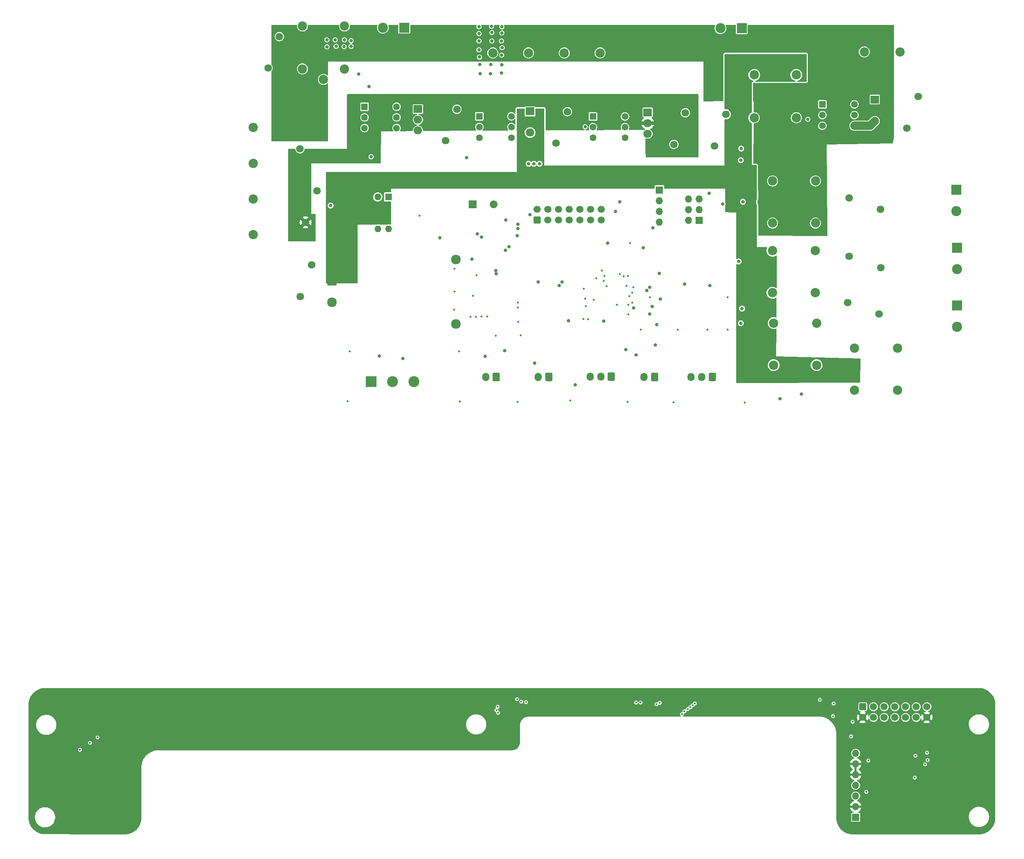
<source format=gbr>
%TF.GenerationSoftware,KiCad,Pcbnew,(6.0.2)*%
%TF.CreationDate,2022-03-02T09:05:11+03:00*%
%TF.ProjectId,Steel_form_Dish_washer,53746565-6c5f-4666-9f72-6d5f44697368,rev?*%
%TF.SameCoordinates,Original*%
%TF.FileFunction,Copper,L3,Inr*%
%TF.FilePolarity,Positive*%
%FSLAX46Y46*%
G04 Gerber Fmt 4.6, Leading zero omitted, Abs format (unit mm)*
G04 Created by KiCad (PCBNEW (6.0.2)) date 2022-03-02 09:05:11*
%MOMM*%
%LPD*%
G01*
G04 APERTURE LIST*
G04 Aperture macros list*
%AMRoundRect*
0 Rectangle with rounded corners*
0 $1 Rounding radius*
0 $2 $3 $4 $5 $6 $7 $8 $9 X,Y pos of 4 corners*
0 Add a 4 corners polygon primitive as box body*
4,1,4,$2,$3,$4,$5,$6,$7,$8,$9,$2,$3,0*
0 Add four circle primitives for the rounded corners*
1,1,$1+$1,$2,$3*
1,1,$1+$1,$4,$5*
1,1,$1+$1,$6,$7*
1,1,$1+$1,$8,$9*
0 Add four rect primitives between the rounded corners*
20,1,$1+$1,$2,$3,$4,$5,0*
20,1,$1+$1,$4,$5,$6,$7,0*
20,1,$1+$1,$6,$7,$8,$9,0*
20,1,$1+$1,$8,$9,$2,$3,0*%
G04 Aperture macros list end*
%TA.AperFunction,ComponentPad*%
%ADD10RoundRect,0.250000X0.600000X-0.600000X0.600000X0.600000X-0.600000X0.600000X-0.600000X-0.600000X0*%
%TD*%
%TA.AperFunction,ComponentPad*%
%ADD11C,1.700000*%
%TD*%
%TA.AperFunction,ComponentPad*%
%ADD12R,2.400000X2.400000*%
%TD*%
%TA.AperFunction,ComponentPad*%
%ADD13C,2.400000*%
%TD*%
%TA.AperFunction,ComponentPad*%
%ADD14C,1.800000*%
%TD*%
%TA.AperFunction,ComponentPad*%
%ADD15C,2.200000*%
%TD*%
%TA.AperFunction,ComponentPad*%
%ADD16R,1.700000X1.700000*%
%TD*%
%TA.AperFunction,ComponentPad*%
%ADD17O,1.700000X1.700000*%
%TD*%
%TA.AperFunction,ComponentPad*%
%ADD18R,1.600000X1.600000*%
%TD*%
%TA.AperFunction,ComponentPad*%
%ADD19C,1.600000*%
%TD*%
%TA.AperFunction,ComponentPad*%
%ADD20R,2.000000X1.905000*%
%TD*%
%TA.AperFunction,ComponentPad*%
%ADD21O,2.000000X1.905000*%
%TD*%
%TA.AperFunction,ComponentPad*%
%ADD22RoundRect,0.250000X0.600000X0.750000X-0.600000X0.750000X-0.600000X-0.750000X0.600000X-0.750000X0*%
%TD*%
%TA.AperFunction,ComponentPad*%
%ADD23O,1.700000X2.000000*%
%TD*%
%TA.AperFunction,ComponentPad*%
%ADD24R,2.300000X2.000000*%
%TD*%
%TA.AperFunction,ComponentPad*%
%ADD25C,2.300000*%
%TD*%
%TA.AperFunction,ComponentPad*%
%ADD26O,1.600000X1.600000*%
%TD*%
%TA.AperFunction,ComponentPad*%
%ADD27RoundRect,0.250000X0.600000X0.725000X-0.600000X0.725000X-0.600000X-0.725000X0.600000X-0.725000X0*%
%TD*%
%TA.AperFunction,ComponentPad*%
%ADD28O,1.700000X1.950000*%
%TD*%
%TA.AperFunction,ComponentPad*%
%ADD29R,1.850000X1.850000*%
%TD*%
%TA.AperFunction,ComponentPad*%
%ADD30C,1.850000*%
%TD*%
%TA.AperFunction,ComponentPad*%
%ADD31R,2.600000X2.600000*%
%TD*%
%TA.AperFunction,ComponentPad*%
%ADD32C,2.600000*%
%TD*%
%TA.AperFunction,ComponentPad*%
%ADD33RoundRect,0.250000X-0.600000X0.600000X-0.600000X-0.600000X0.600000X-0.600000X0.600000X0.600000X0*%
%TD*%
%TA.AperFunction,ViaPad*%
%ADD34C,0.500000*%
%TD*%
%TA.AperFunction,ViaPad*%
%ADD35C,0.800000*%
%TD*%
%TA.AperFunction,ViaPad*%
%ADD36C,0.600000*%
%TD*%
%TA.AperFunction,Conductor*%
%ADD37C,2.000000*%
%TD*%
G04 APERTURE END LIST*
D10*
%TO.N,+5V*%
%TO.C,J5*%
X200880000Y-108202500D03*
D11*
%TO.N,GND*%
X200880000Y-105662500D03*
%TO.N,/mcu_~{IRQ}*%
X203420000Y-108202500D03*
%TO.N,+3V3*%
X203420000Y-105662500D03*
%TO.N,/mcu_SDA*%
X205960000Y-108202500D03*
%TO.N,/mcu_SCL*%
X205960000Y-105662500D03*
%TO.N,/RGB_ON{slash}OFF_BLU*%
X208500000Y-108202500D03*
%TO.N,/RGB_ON{slash}OFF_RED*%
X208500000Y-105662500D03*
%TO.N,/RGB_ON{slash}OFF_GRN*%
X211040000Y-108202500D03*
%TO.N,/START_BLU*%
X211040000Y-105662500D03*
%TO.N,/START_RED*%
X213580000Y-108202500D03*
%TO.N,/START_GRN*%
X213580000Y-105662500D03*
%TO.N,/mcu_SCREEN_RST*%
X216120000Y-108202500D03*
%TO.N,GND*%
X216120000Y-105662500D03*
%TD*%
D12*
%TO.N,NEUTRAL*%
%TO.C,J9*%
X300550000Y-100965000D03*
D13*
%TO.N,Net-(J9-Pad2)*%
X300550000Y-106045000D03*
%TD*%
D14*
%TO.N,Net-(J15-Pad1)*%
%TO.C,RV10*%
X245750000Y-83050000D03*
%TO.N,NEUTRAL*%
X243050000Y-90550000D03*
%TD*%
D15*
%TO.N,+5V*%
%TO.C,K2*%
X256825000Y-125500000D03*
%TO.N,Net-(D5-Pad2)*%
X256825000Y-115500000D03*
%TO.N,unconnected-(K2-Pad3)*%
X267025000Y-125500000D03*
%TO.N,L3*%
X254325000Y-120500000D03*
%TO.N,/AC_ACTUATORS/DRAIN_CONN+*%
X267025000Y-115500000D03*
%TD*%
D14*
%TO.N,/AC_ACTUATORS/DRAIN_CONN+*%
%TO.C,RV5*%
X282550000Y-119550000D03*
%TO.N,NEUTRAL*%
X275050000Y-116850000D03*
%TD*%
D16*
%TO.N,+5V*%
%TO.C,J7*%
X229955000Y-101040000D03*
D17*
%TO.N,/RXD0*%
X229955000Y-103580000D03*
%TO.N,/TXD0*%
X229955000Y-106120000D03*
%TO.N,GND*%
X229955000Y-108660000D03*
%TD*%
D12*
%TO.N,NEUTRAL*%
%TO.C,J16*%
X169300000Y-62450000D03*
D13*
%TO.N,Net-(J16-Pad2)*%
X164220000Y-62450000D03*
%TD*%
D14*
%TO.N,L2*%
%TO.C,RV2*%
X145850000Y-108750000D03*
%TO.N,NEUTRAL*%
X148550000Y-101250000D03*
%TD*%
D18*
%TO.N,Net-(R44-Pad1)*%
%TO.C,U8*%
X268690000Y-80695000D03*
D19*
%TO.N,GND*%
X268690000Y-83235000D03*
%TO.N,unconnected-(U8-Pad3)*%
X268690000Y-85775000D03*
%TO.N,Net-(D13-Pad3)*%
X276310000Y-85775000D03*
%TO.N,unconnected-(U8-Pad5)*%
X276310000Y-83235000D03*
%TO.N,Net-(R45-Pad2)*%
X276310000Y-80695000D03*
%TD*%
D15*
%TO.N,+5V*%
%TO.C,K6*%
X155100000Y-72250000D03*
%TO.N,Net-(D12-Pad2)*%
X145100000Y-72250000D03*
%TO.N,unconnected-(K6-Pad3)*%
X155100000Y-62050000D03*
%TO.N,L3*%
X150100000Y-74750000D03*
%TO.N,Net-(J16-Pad2)*%
X145100000Y-62050000D03*
%TD*%
D14*
%TO.N,/AC_ACTUATORS/ELEMENT_2*%
%TO.C,RV7*%
X236100000Y-82700000D03*
%TO.N,NEUTRAL*%
X233400000Y-90200000D03*
%TD*%
D20*
%TO.N,Net-(D13-Pad1)*%
%TO.C,D13*%
X281150000Y-79560000D03*
D21*
%TO.N,L1*%
X281150000Y-82100000D03*
%TO.N,Net-(D13-Pad3)*%
X281150000Y-84640000D03*
%TD*%
D22*
%TO.N,Net-(J3-Pad1)*%
%TO.C,J3*%
X203650000Y-145567500D03*
D23*
%TO.N,GND*%
X201150000Y-145567500D03*
%TD*%
D24*
%TO.N,L3*%
%TO.C,PS1*%
X152137500Y-122750000D03*
D25*
%TO.N,NEUTRAL*%
X152137500Y-127750000D03*
%TO.N,GND*%
X181537500Y-117550000D03*
%TO.N,+5V*%
X181537500Y-132950000D03*
%TD*%
D12*
%TO.N,NEUTRAL*%
%TO.C,J10*%
X300700000Y-128500000D03*
D13*
%TO.N,Net-(J10-Pad2)*%
X300700000Y-133580000D03*
%TD*%
D22*
%TO.N,+5V*%
%TO.C,J4*%
X228800000Y-145517500D03*
D23*
%TO.N,Net-(J4-Pad2)*%
X226300000Y-145517500D03*
%TD*%
D18*
%TO.N,Net-(D3-Pad3)*%
%TO.C,U4*%
X165550000Y-102700000D03*
D26*
%TO.N,GND1*%
X163010000Y-102700000D03*
%TO.N,/ZERO_CROSS_DETECT*%
X163010000Y-110320000D03*
%TO.N,+5V*%
X165550000Y-110320000D03*
%TD*%
D15*
%TO.N,+5V*%
%TO.C,K5*%
X262500000Y-83875000D03*
%TO.N,Net-(D11-Pad2)*%
X252500000Y-83875000D03*
%TO.N,unconnected-(K5-Pad3)*%
X262500000Y-73675000D03*
%TO.N,L1*%
X257500000Y-86375000D03*
%TO.N,Net-(J15-Pad1)*%
X252500000Y-73675000D03*
%TD*%
D14*
%TO.N,Net-(J10-Pad2)*%
%TO.C,RV6*%
X282170000Y-130500000D03*
%TO.N,NEUTRAL*%
X274670000Y-127800000D03*
%TD*%
%TO.N,Net-(J16-Pad2)*%
%TO.C,RV11*%
X139625000Y-64550000D03*
%TO.N,NEUTRAL*%
X136925000Y-72050000D03*
%TD*%
D20*
%TO.N,/AC_ACTUATORS/ELEMENT_2*%
%TO.C,D7*%
X227165000Y-82605000D03*
D21*
%TO.N,L2*%
X227165000Y-85145000D03*
%TO.N,Net-(D7-Pad3)*%
X227165000Y-87685000D03*
%TD*%
D14*
%TO.N,/AC_ACTUATORS/ELEMENT_1*%
%TO.C,RV8*%
X181800000Y-81840000D03*
%TO.N,NEUTRAL*%
X179100000Y-89340000D03*
%TD*%
D15*
%TO.N,+5V*%
%TO.C,K1*%
X256850000Y-108900000D03*
%TO.N,Net-(D4-Pad2)*%
X256850000Y-98900000D03*
%TO.N,unconnected-(K1-Pad3)*%
X267050000Y-108900000D03*
%TO.N,L1*%
X254350000Y-103900000D03*
%TO.N,Net-(J9-Pad2)*%
X267050000Y-98900000D03*
%TD*%
D14*
%TO.N,L1*%
%TO.C,RV1*%
X147200000Y-83750000D03*
%TO.N,NEUTRAL*%
X144500000Y-91250000D03*
%TD*%
D27*
%TO.N,+5V*%
%TO.C,J14*%
X218500000Y-145400000D03*
D28*
%TO.N,/pressure_sw_2*%
X216000000Y-145400000D03*
%TO.N,GND*%
X213500000Y-145400000D03*
%TD*%
D15*
%TO.N,Net-(D10-Pad1)*%
%TO.C,K4*%
X276350000Y-148700000D03*
%TO.N,GND*%
X276350000Y-138700000D03*
%TO.N,unconnected-(K4-Pad3)*%
X286550000Y-148700000D03*
%TO.N,L3*%
X273850000Y-143700000D03*
%TO.N,/AC_ACTUATORS/DRAIN_CONN+*%
X286550000Y-138700000D03*
%TD*%
D18*
%TO.N,Net-(R33-Pad1)*%
%TO.C,U6*%
X159850000Y-81240000D03*
D19*
%TO.N,GND*%
X159850000Y-83780000D03*
%TO.N,unconnected-(U6-Pad3)*%
X159850000Y-86320000D03*
%TO.N,Net-(D8-Pad3)*%
X167470000Y-86320000D03*
%TO.N,unconnected-(U6-Pad5)*%
X167470000Y-83780000D03*
%TO.N,Net-(R36-Pad2)*%
X167470000Y-81240000D03*
%TD*%
D15*
%TO.N,Net-(D13-Pad1)*%
%TO.C,J17*%
X287150000Y-68200000D03*
%TO.N,NEUTRAL*%
X278650000Y-68200000D03*
%TD*%
D20*
%TO.N,/AC_ACTUATORS/ELEMENT_1*%
%TO.C,D8*%
X172555000Y-81800000D03*
D21*
%TO.N,L1*%
X172555000Y-84340000D03*
%TO.N,Net-(D8-Pad3)*%
X172555000Y-86880000D03*
%TD*%
D14*
%TO.N,Net-(D13-Pad1)*%
%TO.C,RV12*%
X291500000Y-78850000D03*
%TO.N,NEUTRAL*%
X288800000Y-86350000D03*
%TD*%
D16*
%TO.N,/MISO*%
%TO.C,J6*%
X239425000Y-108275000D03*
D17*
%TO.N,+5V*%
X236885000Y-108275000D03*
%TO.N,/SCK*%
X239425000Y-105735000D03*
%TO.N,/MOSI*%
X236885000Y-105735000D03*
%TO.N,/RESET*%
X239425000Y-103195000D03*
%TO.N,GND*%
X236885000Y-103195000D03*
%TD*%
D18*
%TO.N,Net-(R34-Pad1)*%
%TO.C,U7*%
X187140000Y-83525000D03*
D19*
%TO.N,GND*%
X187140000Y-86065000D03*
%TO.N,unconnected-(U7-Pad3)*%
X187140000Y-88605000D03*
%TO.N,Net-(D9-Pad3)*%
X194760000Y-88605000D03*
%TO.N,unconnected-(U7-Pad5)*%
X194760000Y-86065000D03*
%TO.N,Net-(R37-Pad2)*%
X194760000Y-83525000D03*
%TD*%
D15*
%TO.N,Net-(J10-Pad2)*%
%TO.C,K3*%
X267325000Y-132700000D03*
%TO.N,L3*%
X254625000Y-137700000D03*
%TO.N,unconnected-(K3-Pad3)*%
X267325000Y-142700000D03*
%TO.N,Net-(D6-Pad2)*%
X257125000Y-132700000D03*
%TO.N,+5V*%
X257125000Y-142700000D03*
%TD*%
D12*
%TO.N,NEUTRAL*%
%TO.C,J11*%
X300700000Y-114815000D03*
D13*
%TO.N,/AC_ACTUATORS/DRAIN_CONN+*%
X300700000Y-119895000D03*
%TD*%
D22*
%TO.N,Net-(J1-Pad1)*%
%TO.C,J1*%
X191150000Y-145517500D03*
D23*
%TO.N,GND*%
X188650000Y-145517500D03*
%TD*%
D15*
%TO.N,/AC_ACTUATORS/ELEMENT_2*%
%TO.C,J12*%
X215850000Y-68450000D03*
%TO.N,/AC_ACTUATORS/ELEMENT_3*%
X207350000Y-68450000D03*
%TO.N,/AC_ACTUATORS/ELEMENT_1*%
X198850000Y-68450000D03*
%TO.N,NEUTRAL*%
X190350000Y-68450000D03*
%TD*%
D27*
%TO.N,+5V*%
%TO.C,J13*%
X242500000Y-145517500D03*
D28*
%TO.N,/pressure_sw_1*%
X240000000Y-145517500D03*
%TO.N,GND*%
X237500000Y-145517500D03*
%TD*%
D14*
%TO.N,Net-(J9-Pad2)*%
%TO.C,RV4*%
X282520000Y-105650000D03*
%TO.N,NEUTRAL*%
X275020000Y-102950000D03*
%TD*%
D29*
%TO.N,Net-(BZ1-Pad1)*%
%TO.C,BZ1*%
X185550000Y-104450000D03*
D30*
%TO.N,GND*%
X190550000Y-104450000D03*
%TD*%
D14*
%TO.N,L3*%
%TO.C,RV3*%
X147250000Y-118850000D03*
%TO.N,NEUTRAL*%
X144550000Y-126350000D03*
%TD*%
D15*
%TO.N,L1*%
%TO.C,J2*%
X133400000Y-86200000D03*
%TO.N,L2*%
X133400000Y-94700000D03*
%TO.N,L3*%
X133400000Y-103200000D03*
%TO.N,NEUTRAL*%
X133400000Y-111700000D03*
%TD*%
D14*
%TO.N,/AC_ACTUATORS/ELEMENT_3*%
%TO.C,RV9*%
X208100000Y-82410000D03*
%TO.N,NEUTRAL*%
X205400000Y-89910000D03*
%TD*%
D18*
%TO.N,Net-(R32-Pad1)*%
%TO.C,U5*%
X214150000Y-83570000D03*
D19*
%TO.N,GND*%
X214150000Y-86110000D03*
%TO.N,unconnected-(U5-Pad3)*%
X214150000Y-88650000D03*
%TO.N,Net-(D7-Pad3)*%
X221770000Y-88650000D03*
%TO.N,unconnected-(U5-Pad5)*%
X221770000Y-86110000D03*
%TO.N,Net-(R35-Pad2)*%
X221770000Y-83570000D03*
%TD*%
D20*
%TO.N,/AC_ACTUATORS/ELEMENT_3*%
%TO.C,D9*%
X199200000Y-82310000D03*
D21*
%TO.N,L3*%
X199200000Y-84850000D03*
%TO.N,Net-(D9-Pad3)*%
X199200000Y-87390000D03*
%TD*%
D12*
%TO.N,Net-(J15-Pad1)*%
%TO.C,J15*%
X249535000Y-62550000D03*
D13*
%TO.N,NEUTRAL*%
X244455000Y-62550000D03*
%TD*%
D31*
%TO.N,/AC_ACTUATORS/E2*%
%TO.C,J8*%
X161400000Y-146650000D03*
D32*
%TO.N,/AC_ACTUATORS/E3*%
X166480000Y-146650000D03*
%TO.N,Net-(J8-Pad3)*%
X171560000Y-146650000D03*
%TD*%
D16*
%TO.N,+3V3*%
%TO.C,J19*%
X276600000Y-250250000D03*
D17*
%TO.N,GND*%
X276600000Y-247710000D03*
%TO.N,/PCB 2/SDA*%
X276600000Y-245170000D03*
%TO.N,/PCB 2/SCL*%
X276600000Y-242630000D03*
%TO.N,GND*%
X276600000Y-240090000D03*
X276600000Y-237550000D03*
%TO.N,/PCB 2/SCREEN_RST*%
X276600000Y-235010000D03*
%TD*%
D11*
%TO.N,GND*%
%TO.C,J18*%
X293540000Y-226490000D03*
%TO.N,/PCB 2/mcu_SCREEN_RST*%
X293540000Y-223950000D03*
%TO.N,/PCB 2/START_GRN*%
X291000000Y-226490000D03*
%TO.N,/PCB 2/START_RED*%
X291000000Y-223950000D03*
%TO.N,/PCB 2/START_BLU*%
X288460000Y-226490000D03*
%TO.N,/PCB 2/RGB_ON{slash}OFF_GRN*%
X288460000Y-223950000D03*
%TO.N,/PCB 2/RGB_ON{slash}OFF_RED*%
X285920000Y-226490000D03*
%TO.N,/PCB 2/RGB_ON{slash}OFF_BLU*%
X285920000Y-223950000D03*
%TO.N,/PCB 2/mcu_SCL*%
X283380000Y-226490000D03*
%TO.N,/PCB 2/mcu_SDA*%
X283380000Y-223950000D03*
%TO.N,+3V3*%
X280840000Y-226490000D03*
%TO.N,/PCB 2/mcu_~{IRQ}*%
X280840000Y-223950000D03*
%TO.N,GND*%
X278300000Y-226490000D03*
D33*
%TO.N,+5V*%
X278300000Y-223950000D03*
%TD*%
D34*
%TO.N,/RXD0*%
X211850000Y-131700000D03*
%TO.N,/TXD0*%
X213000000Y-131850000D03*
%TO.N,/SPEAKER*%
X222550000Y-130650000D03*
%TO.N,/L2_3phase_heater_pwm*%
X216900000Y-121500000D03*
%TO.N,/L1_3phase_heater_pwm*%
X214900000Y-122050000D03*
%TO.N,/L3_3phase_heater_pwm*%
X216750000Y-122700000D03*
%TO.N,/SPEAKER*%
X217350000Y-123900000D03*
%TO.N,/TANK_RTD*%
X212450000Y-128650000D03*
%TO.N,/BOILER_RTD*%
X212325000Y-126875000D03*
%TO.N,/ZERO_CROSS_DETECT*%
X214350000Y-127150000D03*
%TO.N,/SPEAKER*%
X219837299Y-128312701D03*
%TO.N,/pressure_sw_1*%
X223450000Y-127800000D03*
%TO.N,/pressure_sw_2*%
X222576500Y-128350000D03*
%TO.N,/MISO*%
X222850000Y-126300000D03*
%TO.N,/MOSI*%
X223488714Y-125438714D03*
%TO.N,/SCK*%
X223700000Y-124200000D03*
%TO.N,/DOOR_SENSOR*%
X222175000Y-123875000D03*
%TO.N,/WATER_LVL_HIGH*%
X220563250Y-121086750D03*
%TO.N,/WATER_LVL_LOW*%
X221464316Y-121559116D03*
%TO.N,/SOLENOID*%
X222511412Y-121488588D03*
%TO.N,GND*%
X216300000Y-120250000D03*
X211950000Y-124500000D03*
X227750000Y-126550000D03*
X223000000Y-113650000D03*
X172950000Y-107150000D03*
X181250000Y-119800000D03*
X181150000Y-129500000D03*
X181200000Y-125200000D03*
X156350000Y-139400000D03*
X182350000Y-139400000D03*
X155850000Y-151250000D03*
X182500000Y-151400000D03*
X196250000Y-151450000D03*
X208750000Y-151150000D03*
X222350000Y-151450000D03*
X233300000Y-151550000D03*
X250250000Y-151600000D03*
X239100000Y-224850000D03*
X268000000Y-220850000D03*
X257900000Y-220950000D03*
X249600000Y-221050000D03*
X94150000Y-225150000D03*
X89550000Y-225150000D03*
X84500000Y-243100000D03*
X94000000Y-243250000D03*
X101900000Y-243250000D03*
X115000000Y-225100000D03*
X122100000Y-225150000D03*
X159950000Y-225150000D03*
X169550000Y-225250000D03*
X298950000Y-250400000D03*
X294250000Y-250400000D03*
X288450000Y-250350000D03*
X282850000Y-250350000D03*
X299900000Y-230000000D03*
X299900000Y-227400000D03*
X299850000Y-224350000D03*
X299850000Y-221200000D03*
%TO.N,/PCB 2/~{IRQ}*%
X275499500Y-231000000D03*
%TO.N,+3V3*%
X275875000Y-227525000D03*
%TO.N,GND*%
X197000000Y-135650000D03*
X191050000Y-135700000D03*
X246200000Y-126600000D03*
X246200000Y-134250000D03*
X241350000Y-134250000D03*
X234300000Y-134250000D03*
X225500000Y-134250000D03*
X196300000Y-129050000D03*
X196400000Y-132400000D03*
X196300000Y-127800000D03*
X185650000Y-126200000D03*
X186450000Y-121350000D03*
X189050000Y-131150000D03*
X187650000Y-131100000D03*
X186300000Y-131200000D03*
X185050000Y-131250000D03*
%TO.N,/PCB 2/RGB_ON{slash}OFF_RED*%
X94575000Y-232525000D03*
%TO.N,/PCB 2/RGB_ON{slash}OFF_GRN*%
X96400000Y-231250000D03*
%TO.N,GND*%
X192450000Y-221500000D03*
X193750000Y-225450000D03*
X192700000Y-227550000D03*
%TO.N,/PCB 2/SCL*%
X191200000Y-224750000D03*
%TO.N,/PCB 2/SDA*%
X191600000Y-225400000D03*
%TO.N,/PCB 2/~{IRQ}*%
X191500000Y-223950000D03*
%TO.N,/PCB 2/RGB_ON{slash}OFF_RED*%
X198247989Y-222853511D03*
%TO.N,/PCB 2/RGB_ON{slash}OFF_GRN*%
X196099250Y-222149250D03*
%TO.N,/PCB 2/RGB_ON{slash}OFF_BLU*%
X197100000Y-222750000D03*
%TO.N,/PCB 2/RIGHT*%
X230025000Y-223025000D03*
%TO.N,/PCB 2/START*%
X229250000Y-223350500D03*
%TO.N,/PCB 2/SCL*%
X225450000Y-222950980D03*
%TO.N,/PCB 2/~{IRQ}*%
X224400000Y-222950980D03*
%TO.N,/PCB 2/SDA*%
X235300000Y-225700000D03*
%TO.N,/PCB 2/ON{slash}OFF*%
X235889262Y-225049500D03*
%TO.N,/PCB 2/MENU*%
X236693779Y-224500000D03*
%TO.N,/PCB 2/SET*%
X238400000Y-223150000D03*
%TO.N,/PCB 2/LEFT*%
X237850000Y-223600000D03*
%TO.N,/PCB 2/BACK*%
X237300000Y-224050000D03*
%TO.N,/PCB 2/SDA*%
X271225000Y-226175000D03*
%TO.N,/PCB 2/RGB_ON{slash}OFF_RED*%
X271375000Y-223175000D03*
%TO.N,+3V3*%
X268100000Y-222300000D03*
%TO.N,/PCB 2/SCL*%
X279150000Y-244200000D03*
%TO.N,+3V3*%
X290650000Y-240800000D03*
%TO.N,/PCB 2/~{IRQ}*%
X293100000Y-237650000D03*
%TO.N,/PCB 2/SCL*%
X293700000Y-236600000D03*
%TO.N,/PCB 2/SDA*%
X293575000Y-234875000D03*
%TO.N,+3V3*%
X290800000Y-235600000D03*
%TO.N,/PCB 2/SCREEN_RST*%
X279600000Y-236750000D03*
%TO.N,/PCB 2/RGB_ON{slash}OFF_BLU*%
X92200000Y-234200000D03*
D35*
%TO.N,+5V*%
X263700000Y-149600000D03*
%TO.N,GND*%
X258600000Y-150650000D03*
%TO.N,/SOLENOID*%
X249600000Y-129250000D03*
X241973500Y-123750000D03*
X235900000Y-123450000D03*
%TO.N,GND*%
X206145395Y-123749500D03*
%TO.N,+5V*%
X201150000Y-122900000D03*
X206800000Y-122900000D03*
%TO.N,GND*%
X177750000Y-112400000D03*
X198850000Y-94800000D03*
X201450000Y-94800000D03*
X200100000Y-94800000D03*
X265250000Y-84250000D03*
%TO.N,Net-(Q5-Pad1)*%
X249400000Y-91200000D03*
X249300000Y-93950000D03*
%TO.N,GND*%
X241800000Y-101800000D03*
X245000000Y-104400000D03*
X249800000Y-103850000D03*
X248800000Y-118050000D03*
X249300000Y-132750000D03*
%TO.N,/pressure_sw_2*%
X222000000Y-138999500D03*
%TO.N,+5V*%
X227638714Y-130561286D03*
X229350000Y-133100000D03*
X228950000Y-137900000D03*
X209950000Y-147350000D03*
%TO.N,GND*%
X208351500Y-132161722D03*
X216700000Y-132250000D03*
X223792709Y-129095029D03*
X228250000Y-128800000D03*
%TO.N,/DOOR_SENSOR*%
X224450000Y-140300000D03*
%TO.N,/WATER_LVL_HIGH*%
X169000000Y-141100000D03*
%TO.N,/WATER_LVL_LOW*%
X163400000Y-140550000D03*
%TO.N,/L1_3phase_heater_pwm*%
X161400000Y-93150000D03*
%TO.N,/peristaltic_pump_2*%
X160950000Y-76400000D03*
X217673500Y-113700000D03*
%TO.N,/peristaltic_pump_1*%
X226100000Y-114750000D03*
X228400000Y-110050000D03*
%TO.N,/TANK_RTD*%
X200300000Y-142200000D03*
%TO.N,/BOILER_RTD*%
X193150000Y-139250000D03*
%TO.N,GND*%
X188500000Y-140650000D03*
%TO.N,+3V3*%
X186650000Y-111500000D03*
X185350000Y-117500000D03*
%TO.N,+5V*%
X187650000Y-112250000D03*
%TO.N,/L3_3phase_heater_pwm*%
X184150000Y-93350000D03*
%TO.N,+5V*%
X193447500Y-108202500D03*
%TO.N,/mcu_SCREEN_RST*%
X199150000Y-106900000D03*
%TO.N,/mcu_~{IRQ}*%
X196350000Y-109177000D03*
%TO.N,/mcu_SCL*%
X196284691Y-110190741D03*
%TO.N,/mcu_SDA*%
X196173500Y-111950000D03*
%TO.N,GND*%
X230150000Y-127000000D03*
%TO.N,+5V*%
X191100000Y-120200000D03*
X191150000Y-121000000D03*
%TO.N,/mcu_~{IRQ}*%
X219500000Y-106150000D03*
X220550000Y-103850000D03*
D36*
%TO.N,L1*%
X141000000Y-82700000D03*
X139100000Y-83800000D03*
D35*
X151800000Y-104750000D03*
D36*
X139000000Y-82550000D03*
X140900000Y-81650000D03*
X139000000Y-81550000D03*
X140850000Y-83700000D03*
D35*
%TO.N,L2*%
X142350000Y-92200000D03*
X142350000Y-98300000D03*
X142350000Y-93200000D03*
X142350000Y-95250000D03*
X142350000Y-97350000D03*
X142350000Y-94200000D03*
X142350000Y-96250000D03*
D36*
%TO.N,L3*%
X153950000Y-116950000D03*
X155450000Y-116900000D03*
X151500000Y-119450000D03*
X152700000Y-116950000D03*
X157350000Y-119550000D03*
X151500000Y-116900000D03*
X152800000Y-119500000D03*
D35*
X157500000Y-98250000D03*
D36*
X156800000Y-116950000D03*
X155700000Y-119500000D03*
D35*
X156350000Y-98150000D03*
D36*
X154350000Y-119500000D03*
D35*
%TO.N,NEUTRAL*%
X189900000Y-71200000D03*
X156650000Y-65550000D03*
X156650000Y-66900000D03*
X155050000Y-65350000D03*
X152900000Y-65350000D03*
X189800000Y-73350000D03*
X187200000Y-69450000D03*
X192450000Y-73250000D03*
X192400000Y-65600000D03*
X187350000Y-73350000D03*
X190150000Y-63600000D03*
X190050000Y-62150000D03*
X155000000Y-66950000D03*
X150950000Y-67000000D03*
X192500000Y-71250000D03*
X187050000Y-62200000D03*
X192450000Y-68950000D03*
X187050000Y-67700000D03*
X192550000Y-67200000D03*
X187250000Y-71200000D03*
X192500000Y-62250000D03*
X150900000Y-65350000D03*
X192500000Y-63700000D03*
X187050000Y-65600000D03*
X153100000Y-66900000D03*
X187050000Y-63850000D03*
X190150000Y-65600000D03*
%TO.N,/MISO*%
X229950000Y-120900000D03*
%TO.N,/MOSI*%
X226919887Y-124932429D03*
%TO.N,/SPEAKER*%
X194200000Y-114550000D03*
%TO.N,/ZERO_CROSS_DETECT*%
X193350000Y-115400000D03*
%TO.N,/L2_3phase_heater_pwm*%
X212300000Y-86000000D03*
%TO.N,Net-(D12-Pad2)*%
X158500000Y-73500000D03*
%TO.N,/SCK*%
X227600000Y-124200000D03*
%TD*%
D37*
%TO.N,Net-(D13-Pad3)*%
X276310000Y-85775000D02*
X280015000Y-85775000D01*
X280015000Y-85775000D02*
X281150000Y-84640000D01*
%TD*%
%TA.AperFunction,Conductor*%
%TO.N,GND*%
G36*
X305900000Y-219505146D02*
G01*
X305913824Y-219500654D01*
X305913864Y-219500666D01*
X305913865Y-219500641D01*
X306254029Y-219516368D01*
X306265618Y-219517442D01*
X306610859Y-219565601D01*
X306622299Y-219567740D01*
X306961625Y-219647548D01*
X306972801Y-219650728D01*
X307138064Y-219706119D01*
X307303318Y-219761507D01*
X307314170Y-219765711D01*
X307633055Y-219906512D01*
X307643473Y-219911700D01*
X307947990Y-220081315D01*
X307957885Y-220087441D01*
X308245469Y-220284441D01*
X308254757Y-220291455D01*
X308522938Y-220514149D01*
X308531538Y-220521990D01*
X308778010Y-220768462D01*
X308785851Y-220777062D01*
X309008545Y-221045243D01*
X309015559Y-221054531D01*
X309212559Y-221342115D01*
X309218685Y-221352010D01*
X309388300Y-221656527D01*
X309393488Y-221666945D01*
X309534289Y-221985830D01*
X309538493Y-221996682D01*
X309559128Y-222058247D01*
X309645491Y-222315917D01*
X309649269Y-222327190D01*
X309652452Y-222338375D01*
X309716598Y-222611109D01*
X309732260Y-222677701D01*
X309734399Y-222689141D01*
X309782558Y-223034382D01*
X309783632Y-223045971D01*
X309799359Y-223386135D01*
X309794854Y-223400000D01*
X309800000Y-223415838D01*
X309800000Y-250384162D01*
X309794854Y-250400000D01*
X309799346Y-250413824D01*
X309799334Y-250413864D01*
X309799359Y-250413865D01*
X309788057Y-250658330D01*
X309783632Y-250754029D01*
X309782558Y-250765618D01*
X309734399Y-251110859D01*
X309732260Y-251122299D01*
X309664496Y-251410418D01*
X309652454Y-251461616D01*
X309649272Y-251472801D01*
X309636664Y-251510418D01*
X309538493Y-251803318D01*
X309534289Y-251814170D01*
X309393488Y-252133055D01*
X309388300Y-252143473D01*
X309218685Y-252447990D01*
X309212559Y-252457885D01*
X309015559Y-252745469D01*
X309008545Y-252754757D01*
X308785851Y-253022938D01*
X308778010Y-253031538D01*
X308531538Y-253278010D01*
X308522938Y-253285851D01*
X308254757Y-253508545D01*
X308245469Y-253515559D01*
X307957885Y-253712559D01*
X307947990Y-253718685D01*
X307643473Y-253888300D01*
X307633055Y-253893488D01*
X307314170Y-254034289D01*
X307303318Y-254038493D01*
X307197115Y-254074089D01*
X306972801Y-254149272D01*
X306961625Y-254152452D01*
X306643732Y-254227219D01*
X306622299Y-254232260D01*
X306610859Y-254234399D01*
X306265618Y-254282558D01*
X306254029Y-254283632D01*
X305913865Y-254299359D01*
X305900000Y-254294854D01*
X305884162Y-254300000D01*
X275915838Y-254300000D01*
X275900000Y-254294854D01*
X275886176Y-254299346D01*
X275886136Y-254299334D01*
X275886135Y-254299359D01*
X275545971Y-254283632D01*
X275534382Y-254282558D01*
X275189141Y-254234399D01*
X275177701Y-254232260D01*
X275156268Y-254227219D01*
X274838375Y-254152452D01*
X274827199Y-254149272D01*
X274602885Y-254074089D01*
X274496682Y-254038493D01*
X274485830Y-254034289D01*
X274166945Y-253893488D01*
X274156527Y-253888300D01*
X273852010Y-253718685D01*
X273842115Y-253712559D01*
X273554531Y-253515559D01*
X273545243Y-253508545D01*
X273277062Y-253285851D01*
X273268462Y-253278010D01*
X273021990Y-253031538D01*
X273014149Y-253022938D01*
X272791455Y-252754757D01*
X272784441Y-252745469D01*
X272587441Y-252457885D01*
X272581315Y-252447990D01*
X272411700Y-252143473D01*
X272406512Y-252133055D01*
X272265711Y-251814170D01*
X272261507Y-251803318D01*
X272163336Y-251510418D01*
X272150728Y-251472801D01*
X272147546Y-251461616D01*
X272135505Y-251410418D01*
X272067740Y-251122299D01*
X272065601Y-251110859D01*
X272017442Y-250765618D01*
X272016368Y-250754029D01*
X272011984Y-250659207D01*
X272000641Y-250413865D01*
X272005146Y-250400000D01*
X272000000Y-250384162D01*
X272000000Y-247977966D01*
X275268257Y-247977966D01*
X275298565Y-248112446D01*
X275301645Y-248122275D01*
X275381770Y-248319603D01*
X275386413Y-248328794D01*
X275497694Y-248510388D01*
X275503777Y-248518699D01*
X275643213Y-248679667D01*
X275650580Y-248686883D01*
X275814434Y-248822916D01*
X275822881Y-248828831D01*
X276006756Y-248936279D01*
X276016043Y-248940729D01*
X276055484Y-248955790D01*
X276111987Y-248998778D01*
X276136280Y-249065489D01*
X276120650Y-249134743D01*
X276070059Y-249184554D01*
X276010535Y-249199500D01*
X275730252Y-249199500D01*
X275724184Y-249200707D01*
X275683939Y-249208712D01*
X275683938Y-249208712D01*
X275671769Y-249211133D01*
X275605448Y-249255448D01*
X275561133Y-249321769D01*
X275549500Y-249380252D01*
X275549500Y-251119748D01*
X275550707Y-251125816D01*
X275556349Y-251154178D01*
X275561133Y-251178231D01*
X275605448Y-251244552D01*
X275671769Y-251288867D01*
X275683938Y-251291288D01*
X275683939Y-251291288D01*
X275724184Y-251299293D01*
X275730252Y-251300500D01*
X277469748Y-251300500D01*
X277475816Y-251299293D01*
X277516061Y-251291288D01*
X277516062Y-251291288D01*
X277528231Y-251288867D01*
X277594552Y-251244552D01*
X277638867Y-251178231D01*
X277643652Y-251154178D01*
X277649293Y-251125816D01*
X277650500Y-251119748D01*
X277650500Y-250049271D01*
X303496668Y-250049271D01*
X303496755Y-250053273D01*
X303496755Y-250053280D01*
X303503261Y-250351448D01*
X303503349Y-250355465D01*
X303548883Y-250658330D01*
X303549979Y-250662190D01*
X303549980Y-250662195D01*
X303577705Y-250759847D01*
X303632531Y-250952953D01*
X303752937Y-251234560D01*
X303908149Y-251498585D01*
X304095651Y-251740747D01*
X304312404Y-251957122D01*
X304315585Y-251959576D01*
X304315586Y-251959577D01*
X304551701Y-252141739D01*
X304551705Y-252141742D01*
X304554894Y-252144202D01*
X304558373Y-252146239D01*
X304735179Y-252249763D01*
X304819189Y-252298953D01*
X304822874Y-252300521D01*
X304822878Y-252300523D01*
X304942666Y-252351493D01*
X305101006Y-252418867D01*
X305395775Y-252502001D01*
X305599391Y-252532250D01*
X305695419Y-252546516D01*
X305695421Y-252546516D01*
X305698718Y-252547006D01*
X305702049Y-252547146D01*
X305702053Y-252547146D01*
X305738737Y-252548683D01*
X305782084Y-252550500D01*
X305977474Y-252550500D01*
X306100915Y-252542626D01*
X306201639Y-252536201D01*
X306201644Y-252536200D01*
X306205647Y-252535945D01*
X306209584Y-252535183D01*
X306209586Y-252535183D01*
X306502401Y-252478530D01*
X306502405Y-252478529D01*
X306506338Y-252477768D01*
X306797200Y-252381856D01*
X307073518Y-252249763D01*
X307240818Y-252141739D01*
X307327439Y-252085809D01*
X307327440Y-252085808D01*
X307330812Y-252083631D01*
X307359327Y-252059577D01*
X307561849Y-251888734D01*
X307564910Y-251886152D01*
X307772019Y-251660529D01*
X307948780Y-251410418D01*
X308092328Y-251139874D01*
X308113976Y-251082432D01*
X308198919Y-250857044D01*
X308198921Y-250857038D01*
X308200336Y-250853283D01*
X308221952Y-250762195D01*
X308270124Y-250559207D01*
X308270125Y-250559202D01*
X308271053Y-250555291D01*
X308303332Y-250250729D01*
X308301119Y-250149271D01*
X308296739Y-249948552D01*
X308296739Y-249948547D01*
X308296651Y-249944535D01*
X308251117Y-249641670D01*
X308224159Y-249546717D01*
X308196878Y-249450632D01*
X308167469Y-249347047D01*
X308161865Y-249333939D01*
X308112304Y-249218026D01*
X308047063Y-249065440D01*
X307891851Y-248801415D01*
X307704349Y-248559253D01*
X307487596Y-248342878D01*
X307469341Y-248328794D01*
X307248299Y-248158261D01*
X307248295Y-248158258D01*
X307245106Y-248155798D01*
X307068538Y-248052413D01*
X306984275Y-248003075D01*
X306984272Y-248003073D01*
X306980811Y-248001047D01*
X306977126Y-247999479D01*
X306977122Y-247999477D01*
X306790051Y-247919878D01*
X306698994Y-247881133D01*
X306404225Y-247797999D01*
X306174014Y-247763799D01*
X306104581Y-247753484D01*
X306104579Y-247753484D01*
X306101282Y-247752994D01*
X306097951Y-247752854D01*
X306097947Y-247752854D01*
X306061263Y-247751317D01*
X306017916Y-247749500D01*
X305822526Y-247749500D01*
X305699085Y-247757374D01*
X305598361Y-247763799D01*
X305598356Y-247763800D01*
X305594353Y-247764055D01*
X305590416Y-247764817D01*
X305590414Y-247764817D01*
X305297599Y-247821470D01*
X305297595Y-247821471D01*
X305293662Y-247822232D01*
X305002800Y-247918144D01*
X304726482Y-248050237D01*
X304469188Y-248216369D01*
X304466123Y-248218954D01*
X304466121Y-248218956D01*
X304419528Y-248258261D01*
X304235090Y-248413848D01*
X304146472Y-248510388D01*
X304067140Y-248596812D01*
X304027981Y-248639471D01*
X304025667Y-248642746D01*
X304025664Y-248642749D01*
X303959398Y-248736513D01*
X303851220Y-248889582D01*
X303707672Y-249160126D01*
X303706257Y-249163882D01*
X303706256Y-249163883D01*
X303624713Y-249380252D01*
X303599664Y-249446717D01*
X303598735Y-249450632D01*
X303554317Y-249637805D01*
X303528947Y-249744709D01*
X303496668Y-250049271D01*
X277650500Y-250049271D01*
X277650500Y-249380252D01*
X277638867Y-249321769D01*
X277594552Y-249255448D01*
X277528231Y-249211133D01*
X277516062Y-249208712D01*
X277516061Y-249208712D01*
X277475816Y-249200707D01*
X277469748Y-249199500D01*
X277190107Y-249199500D01*
X277121986Y-249179498D01*
X277075493Y-249125842D01*
X277065389Y-249055568D01*
X277094883Y-248990988D01*
X277134675Y-248960349D01*
X277293090Y-248882742D01*
X277301945Y-248877464D01*
X277475328Y-248753792D01*
X277483200Y-248747139D01*
X277634052Y-248596812D01*
X277640730Y-248588965D01*
X277765003Y-248416020D01*
X277770313Y-248407183D01*
X277864670Y-248216267D01*
X277868469Y-248206672D01*
X277930377Y-248002910D01*
X277932555Y-247992837D01*
X277933986Y-247981962D01*
X277931775Y-247967778D01*
X277918617Y-247964000D01*
X275283225Y-247964000D01*
X275269694Y-247967973D01*
X275268257Y-247977966D01*
X272000000Y-247977966D01*
X272000000Y-247444183D01*
X275264389Y-247444183D01*
X275265912Y-247452607D01*
X275278292Y-247456000D01*
X277918344Y-247456000D01*
X277931875Y-247452027D01*
X277933180Y-247442947D01*
X277891214Y-247275875D01*
X277887894Y-247266124D01*
X277802972Y-247070814D01*
X277798105Y-247061739D01*
X277682426Y-246882926D01*
X277676136Y-246874757D01*
X277532806Y-246717240D01*
X277525273Y-246710215D01*
X277358139Y-246578222D01*
X277349552Y-246572517D01*
X277163117Y-246469599D01*
X277153705Y-246465369D01*
X276962031Y-246397493D01*
X276904495Y-246355899D01*
X276878579Y-246289801D01*
X276892513Y-246220185D01*
X276941872Y-246169154D01*
X276970206Y-246157362D01*
X276975790Y-246155803D01*
X276975799Y-246155800D01*
X276981725Y-246154145D01*
X276987214Y-246151372D01*
X276987220Y-246151370D01*
X277160116Y-246064033D01*
X277165610Y-246061258D01*
X277327951Y-245934424D01*
X277462564Y-245778472D01*
X277483387Y-245741818D01*
X277561276Y-245604707D01*
X277564323Y-245599344D01*
X277629351Y-245403863D01*
X277655171Y-245199474D01*
X277655583Y-245170000D01*
X277635480Y-244964970D01*
X277575935Y-244767749D01*
X277479218Y-244585849D01*
X277372098Y-244454507D01*
X277352906Y-244430975D01*
X277352903Y-244430972D01*
X277349011Y-244426200D01*
X277233468Y-244330614D01*
X277195025Y-244298811D01*
X277195021Y-244298809D01*
X277190275Y-244294882D01*
X277026368Y-244206258D01*
X277014474Y-244199827D01*
X277009055Y-244196897D01*
X277001118Y-244194440D01*
X278694901Y-244194440D01*
X278696065Y-244203342D01*
X278696065Y-244203345D01*
X278710468Y-244313489D01*
X278710469Y-244313493D01*
X278711633Y-244322394D01*
X278715250Y-244330614D01*
X278759410Y-244430975D01*
X278763605Y-244440510D01*
X278846639Y-244539291D01*
X278954060Y-244610796D01*
X279077233Y-244649278D01*
X279086203Y-244649442D01*
X279086207Y-244649443D01*
X279144942Y-244650519D01*
X279206255Y-244651643D01*
X279268505Y-244634672D01*
X279322092Y-244620062D01*
X279322093Y-244620062D01*
X279330755Y-244617700D01*
X279338405Y-244613003D01*
X279338407Y-244613002D01*
X279433072Y-244554878D01*
X279433075Y-244554875D01*
X279440724Y-244550179D01*
X279446750Y-244543522D01*
X279521300Y-244461161D01*
X279521303Y-244461157D01*
X279527322Y-244454507D01*
X279583588Y-244338375D01*
X279604997Y-244211120D01*
X279605133Y-244200000D01*
X279595474Y-244132555D01*
X279588112Y-244081145D01*
X279588111Y-244081142D01*
X279586839Y-244072259D01*
X279533428Y-243954788D01*
X279449193Y-243857028D01*
X279340906Y-243786841D01*
X279332311Y-243784271D01*
X279332310Y-243784270D01*
X279225874Y-243752438D01*
X279225872Y-243752438D01*
X279217273Y-243749866D01*
X279208298Y-243749811D01*
X279208297Y-243749811D01*
X279153641Y-243749477D01*
X279088231Y-243749078D01*
X279076475Y-243752438D01*
X278972786Y-243782072D01*
X278972784Y-243782073D01*
X278964155Y-243784539D01*
X278855019Y-243853399D01*
X278769596Y-243950122D01*
X278765782Y-243958245D01*
X278765781Y-243958247D01*
X278739794Y-244013598D01*
X278714754Y-244066932D01*
X278707256Y-244115087D01*
X278696282Y-244185567D01*
X278696282Y-244185571D01*
X278694901Y-244194440D01*
X277001118Y-244194440D01*
X276812254Y-244135977D01*
X276806129Y-244135333D01*
X276806128Y-244135333D01*
X276613498Y-244115087D01*
X276613496Y-244115087D01*
X276607369Y-244114443D01*
X276520529Y-244122346D01*
X276408342Y-244132555D01*
X276408339Y-244132556D01*
X276402203Y-244133114D01*
X276204572Y-244191280D01*
X276199107Y-244194137D01*
X276197313Y-244195075D01*
X276022002Y-244286726D01*
X276017201Y-244290586D01*
X276017198Y-244290588D01*
X275968769Y-244329526D01*
X275861447Y-244415815D01*
X275729024Y-244573630D01*
X275726056Y-244579028D01*
X275726053Y-244579033D01*
X275686136Y-244651643D01*
X275629776Y-244754162D01*
X275567484Y-244950532D01*
X275566798Y-244956649D01*
X275566797Y-244956653D01*
X275545207Y-245149137D01*
X275544520Y-245155262D01*
X275561759Y-245360553D01*
X275618544Y-245558586D01*
X275621359Y-245564063D01*
X275621360Y-245564066D01*
X275642247Y-245604707D01*
X275712712Y-245741818D01*
X275840677Y-245903270D01*
X275997564Y-246036791D01*
X276177398Y-246137297D01*
X276242437Y-246158429D01*
X276301042Y-246198502D01*
X276328680Y-246263898D01*
X276316574Y-246333855D01*
X276268568Y-246386162D01*
X276242646Y-246398027D01*
X276076868Y-246452212D01*
X276067359Y-246456209D01*
X275878463Y-246554542D01*
X275869738Y-246560036D01*
X275699433Y-246687905D01*
X275691726Y-246694748D01*
X275544590Y-246848717D01*
X275538104Y-246856727D01*
X275418098Y-247032649D01*
X275413000Y-247041623D01*
X275323338Y-247234783D01*
X275319775Y-247244470D01*
X275264389Y-247444183D01*
X272000000Y-247444183D01*
X272000000Y-240357966D01*
X275268257Y-240357966D01*
X275298565Y-240492446D01*
X275301645Y-240502275D01*
X275381770Y-240699603D01*
X275386413Y-240708794D01*
X275497694Y-240890388D01*
X275503777Y-240898699D01*
X275643213Y-241059667D01*
X275650580Y-241066883D01*
X275814434Y-241202916D01*
X275822881Y-241208831D01*
X276006756Y-241316279D01*
X276016042Y-241320729D01*
X276215001Y-241396703D01*
X276229866Y-241401022D01*
X276229289Y-241403008D01*
X276284260Y-241432082D01*
X276319110Y-241493936D01*
X276314988Y-241564813D01*
X276273201Y-241622209D01*
X276231930Y-241643228D01*
X276210489Y-241649538D01*
X276210484Y-241649540D01*
X276204572Y-241651280D01*
X276022002Y-241746726D01*
X276017201Y-241750586D01*
X276017198Y-241750588D01*
X276006971Y-241758811D01*
X275861447Y-241875815D01*
X275729024Y-242033630D01*
X275726056Y-242039028D01*
X275726053Y-242039033D01*
X275719315Y-242051290D01*
X275629776Y-242214162D01*
X275567484Y-242410532D01*
X275566798Y-242416649D01*
X275566797Y-242416653D01*
X275545207Y-242609137D01*
X275544520Y-242615262D01*
X275561759Y-242820553D01*
X275618544Y-243018586D01*
X275621359Y-243024063D01*
X275621360Y-243024066D01*
X275642247Y-243064707D01*
X275712712Y-243201818D01*
X275840677Y-243363270D01*
X275997564Y-243496791D01*
X276177398Y-243597297D01*
X276272238Y-243628112D01*
X276367471Y-243659056D01*
X276367475Y-243659057D01*
X276373329Y-243660959D01*
X276577894Y-243685351D01*
X276584029Y-243684879D01*
X276584031Y-243684879D01*
X276640039Y-243680569D01*
X276783300Y-243669546D01*
X276789230Y-243667890D01*
X276789232Y-243667890D01*
X276975797Y-243615800D01*
X276975796Y-243615800D01*
X276981725Y-243614145D01*
X276987214Y-243611372D01*
X276987220Y-243611370D01*
X277160116Y-243524033D01*
X277165610Y-243521258D01*
X277327951Y-243394424D01*
X277462564Y-243238472D01*
X277483387Y-243201818D01*
X277561276Y-243064707D01*
X277564323Y-243059344D01*
X277629351Y-242863863D01*
X277655171Y-242659474D01*
X277655583Y-242630000D01*
X277635480Y-242424970D01*
X277575935Y-242227749D01*
X277479218Y-242045849D01*
X277405859Y-241955902D01*
X277352906Y-241890975D01*
X277352903Y-241890972D01*
X277349011Y-241886200D01*
X277331786Y-241871950D01*
X277195025Y-241758811D01*
X277195021Y-241758809D01*
X277190275Y-241754882D01*
X277009055Y-241656897D01*
X276958183Y-241641150D01*
X276899025Y-241601899D01*
X276870477Y-241536895D01*
X276881605Y-241466776D01*
X276928876Y-241413804D01*
X276959235Y-241400099D01*
X277092255Y-241360191D01*
X277101842Y-241356433D01*
X277293095Y-241262739D01*
X277301945Y-241257464D01*
X277475328Y-241133792D01*
X277483200Y-241127139D01*
X277634052Y-240976812D01*
X277640730Y-240968965D01*
X277765003Y-240796020D01*
X277765952Y-240794440D01*
X290194901Y-240794440D01*
X290196065Y-240803342D01*
X290196065Y-240803345D01*
X290210468Y-240913489D01*
X290210469Y-240913493D01*
X290211633Y-240922394D01*
X290263605Y-241040510D01*
X290346639Y-241139291D01*
X290454060Y-241210796D01*
X290577233Y-241249278D01*
X290586203Y-241249442D01*
X290586207Y-241249443D01*
X290644942Y-241250519D01*
X290706255Y-241251643D01*
X290768505Y-241234672D01*
X290822092Y-241220062D01*
X290822093Y-241220062D01*
X290830755Y-241217700D01*
X290838405Y-241213003D01*
X290838407Y-241213002D01*
X290933072Y-241154878D01*
X290933075Y-241154875D01*
X290940724Y-241150179D01*
X290946750Y-241143522D01*
X291021300Y-241061161D01*
X291021303Y-241061157D01*
X291027322Y-241054507D01*
X291083588Y-240938375D01*
X291104997Y-240811120D01*
X291105133Y-240800000D01*
X291086839Y-240672259D01*
X291080724Y-240658809D01*
X291037145Y-240562962D01*
X291037143Y-240562959D01*
X291033428Y-240554788D01*
X290949193Y-240457028D01*
X290840906Y-240386841D01*
X290832311Y-240384271D01*
X290832310Y-240384270D01*
X290725874Y-240352438D01*
X290725872Y-240352438D01*
X290717273Y-240349866D01*
X290708298Y-240349811D01*
X290708297Y-240349811D01*
X290653641Y-240349477D01*
X290588231Y-240349078D01*
X290543151Y-240361962D01*
X290472786Y-240382072D01*
X290472784Y-240382073D01*
X290464155Y-240384539D01*
X290355019Y-240453399D01*
X290269596Y-240550122D01*
X290265782Y-240558245D01*
X290265781Y-240558247D01*
X290252436Y-240586672D01*
X290214754Y-240666932D01*
X290213374Y-240675798D01*
X290196282Y-240785567D01*
X290196282Y-240785571D01*
X290194901Y-240794440D01*
X277765952Y-240794440D01*
X277770313Y-240787183D01*
X277864670Y-240596267D01*
X277868469Y-240586672D01*
X277930377Y-240382910D01*
X277932555Y-240372837D01*
X277933986Y-240361962D01*
X277931775Y-240347778D01*
X277918617Y-240344000D01*
X275283225Y-240344000D01*
X275269694Y-240347973D01*
X275268257Y-240357966D01*
X272000000Y-240357966D01*
X272000000Y-239824183D01*
X275264389Y-239824183D01*
X275265912Y-239832607D01*
X275278292Y-239836000D01*
X276327885Y-239836000D01*
X276343124Y-239831525D01*
X276344329Y-239830135D01*
X276346000Y-239822452D01*
X276346000Y-239817885D01*
X276854000Y-239817885D01*
X276858475Y-239833124D01*
X276859865Y-239834329D01*
X276867548Y-239836000D01*
X277918344Y-239836000D01*
X277931875Y-239832027D01*
X277933180Y-239822947D01*
X277891214Y-239655875D01*
X277887894Y-239646124D01*
X277802972Y-239450814D01*
X277798105Y-239441739D01*
X277682426Y-239262926D01*
X277676136Y-239254757D01*
X277532806Y-239097240D01*
X277525273Y-239090215D01*
X277358139Y-238958222D01*
X277349552Y-238952517D01*
X277312116Y-238931851D01*
X277262146Y-238881419D01*
X277247374Y-238811976D01*
X277272490Y-238745571D01*
X277299842Y-238718964D01*
X277475327Y-238593792D01*
X277483200Y-238587139D01*
X277634052Y-238436812D01*
X277640730Y-238428965D01*
X277765003Y-238256020D01*
X277770313Y-238247183D01*
X277864670Y-238056267D01*
X277868469Y-238046672D01*
X277930377Y-237842910D01*
X277932555Y-237832837D01*
X277933986Y-237821962D01*
X277931775Y-237807778D01*
X277918617Y-237804000D01*
X276872115Y-237804000D01*
X276856876Y-237808475D01*
X276855671Y-237809865D01*
X276854000Y-237817548D01*
X276854000Y-239817885D01*
X276346000Y-239817885D01*
X276346000Y-237822115D01*
X276341525Y-237806876D01*
X276340135Y-237805671D01*
X276332452Y-237804000D01*
X275283225Y-237804000D01*
X275269694Y-237807973D01*
X275268257Y-237817966D01*
X275298565Y-237952446D01*
X275301645Y-237962275D01*
X275381770Y-238159603D01*
X275386413Y-238168794D01*
X275497694Y-238350388D01*
X275503777Y-238358699D01*
X275643213Y-238519667D01*
X275650580Y-238526883D01*
X275814434Y-238662916D01*
X275822881Y-238668831D01*
X275892479Y-238709501D01*
X275941203Y-238761140D01*
X275954274Y-238830923D01*
X275927543Y-238896694D01*
X275887087Y-238930053D01*
X275878462Y-238934542D01*
X275869738Y-238940036D01*
X275699433Y-239067905D01*
X275691726Y-239074748D01*
X275544590Y-239228717D01*
X275538104Y-239236727D01*
X275418098Y-239412649D01*
X275413000Y-239421623D01*
X275323338Y-239614783D01*
X275319775Y-239624470D01*
X275264389Y-239824183D01*
X272000000Y-239824183D01*
X272000000Y-237644440D01*
X292644901Y-237644440D01*
X292646065Y-237653342D01*
X292646065Y-237653345D01*
X292660468Y-237763489D01*
X292660469Y-237763493D01*
X292661633Y-237772394D01*
X292713605Y-237890510D01*
X292719382Y-237897383D01*
X292719383Y-237897384D01*
X292773930Y-237962275D01*
X292796639Y-237989291D01*
X292904060Y-238060796D01*
X293027233Y-238099278D01*
X293036203Y-238099442D01*
X293036207Y-238099443D01*
X293094942Y-238100519D01*
X293156255Y-238101643D01*
X293218505Y-238084671D01*
X293272092Y-238070062D01*
X293272093Y-238070062D01*
X293280755Y-238067700D01*
X293288405Y-238063003D01*
X293288407Y-238063002D01*
X293383072Y-238004878D01*
X293383075Y-238004875D01*
X293390724Y-238000179D01*
X293396750Y-237993522D01*
X293471300Y-237911161D01*
X293471303Y-237911157D01*
X293477322Y-237904507D01*
X293533588Y-237788375D01*
X293554997Y-237661120D01*
X293555133Y-237650000D01*
X293536839Y-237522259D01*
X293483428Y-237404788D01*
X293457625Y-237374842D01*
X293405051Y-237313826D01*
X293405049Y-237313824D01*
X293399193Y-237307028D01*
X293290906Y-237236841D01*
X293282311Y-237234271D01*
X293282310Y-237234270D01*
X293175874Y-237202438D01*
X293175872Y-237202438D01*
X293167273Y-237199866D01*
X293158298Y-237199811D01*
X293158297Y-237199811D01*
X293103641Y-237199477D01*
X293038231Y-237199078D01*
X293026475Y-237202438D01*
X292922786Y-237232072D01*
X292922784Y-237232073D01*
X292914155Y-237234539D01*
X292906565Y-237239328D01*
X292816746Y-237296000D01*
X292805019Y-237303399D01*
X292719596Y-237400122D01*
X292715782Y-237408245D01*
X292715781Y-237408247D01*
X292689794Y-237463598D01*
X292664754Y-237516932D01*
X292663374Y-237525798D01*
X292646282Y-237635567D01*
X292646282Y-237635571D01*
X292644901Y-237644440D01*
X272000000Y-237644440D01*
X272000000Y-237284183D01*
X275264389Y-237284183D01*
X275265912Y-237292607D01*
X275278292Y-237296000D01*
X277918344Y-237296000D01*
X277931875Y-237292027D01*
X277933180Y-237282947D01*
X277891214Y-237115875D01*
X277887894Y-237106124D01*
X277802972Y-236910814D01*
X277798105Y-236901739D01*
X277696344Y-236744440D01*
X279144901Y-236744440D01*
X279146065Y-236753342D01*
X279146065Y-236753345D01*
X279160468Y-236863489D01*
X279160469Y-236863493D01*
X279161633Y-236872394D01*
X279213605Y-236990510D01*
X279219382Y-236997383D01*
X279219383Y-236997384D01*
X279284444Y-237074783D01*
X279296639Y-237089291D01*
X279404060Y-237160796D01*
X279527233Y-237199278D01*
X279536203Y-237199442D01*
X279536207Y-237199443D01*
X279594942Y-237200519D01*
X279656255Y-237201643D01*
X279718505Y-237184672D01*
X279772092Y-237170062D01*
X279772093Y-237170062D01*
X279780755Y-237167700D01*
X279788405Y-237163003D01*
X279788407Y-237163002D01*
X279883072Y-237104878D01*
X279883075Y-237104875D01*
X279890724Y-237100179D01*
X279896750Y-237093522D01*
X279971300Y-237011161D01*
X279971303Y-237011157D01*
X279977322Y-237004507D01*
X280033588Y-236888375D01*
X280038167Y-236861161D01*
X280054190Y-236765917D01*
X280054997Y-236761120D01*
X280055133Y-236750000D01*
X280036839Y-236622259D01*
X280033125Y-236614090D01*
X280024191Y-236594440D01*
X293244901Y-236594440D01*
X293246065Y-236603342D01*
X293246065Y-236603345D01*
X293260468Y-236713489D01*
X293260469Y-236713493D01*
X293261633Y-236722394D01*
X293313605Y-236840510D01*
X293319382Y-236847383D01*
X293319383Y-236847384D01*
X293375932Y-236914657D01*
X293396639Y-236939291D01*
X293504060Y-237010796D01*
X293627233Y-237049278D01*
X293636203Y-237049442D01*
X293636207Y-237049443D01*
X293694942Y-237050519D01*
X293756255Y-237051643D01*
X293818505Y-237034671D01*
X293872092Y-237020062D01*
X293872093Y-237020062D01*
X293880755Y-237017700D01*
X293888405Y-237013003D01*
X293888407Y-237013002D01*
X293983072Y-236954878D01*
X293983075Y-236954875D01*
X293990724Y-236950179D01*
X293996750Y-236943522D01*
X294071300Y-236861161D01*
X294071303Y-236861157D01*
X294077322Y-236854507D01*
X294133588Y-236738375D01*
X294137562Y-236714757D01*
X294154190Y-236615917D01*
X294154997Y-236611120D01*
X294155133Y-236600000D01*
X294141498Y-236504788D01*
X294138112Y-236481145D01*
X294138111Y-236481142D01*
X294136839Y-236472259D01*
X294108590Y-236410129D01*
X294087145Y-236362962D01*
X294087143Y-236362959D01*
X294083428Y-236354788D01*
X294037551Y-236301545D01*
X294005051Y-236263826D01*
X294005049Y-236263824D01*
X293999193Y-236257028D01*
X293890906Y-236186841D01*
X293882311Y-236184271D01*
X293882310Y-236184270D01*
X293775874Y-236152438D01*
X293775872Y-236152438D01*
X293767273Y-236149866D01*
X293758298Y-236149811D01*
X293758297Y-236149811D01*
X293703641Y-236149477D01*
X293638231Y-236149078D01*
X293626475Y-236152438D01*
X293522786Y-236182072D01*
X293522784Y-236182073D01*
X293514155Y-236184539D01*
X293405019Y-236253399D01*
X293399076Y-236260128D01*
X293399075Y-236260129D01*
X293355385Y-236309599D01*
X293319596Y-236350122D01*
X293315782Y-236358245D01*
X293315781Y-236358247D01*
X293295170Y-236402148D01*
X293264754Y-236466932D01*
X293258860Y-236504788D01*
X293246282Y-236585567D01*
X293246282Y-236585571D01*
X293244901Y-236594440D01*
X280024191Y-236594440D01*
X279987145Y-236512962D01*
X279987143Y-236512959D01*
X279983428Y-236504788D01*
X279943810Y-236458809D01*
X279905051Y-236413826D01*
X279905049Y-236413824D01*
X279899193Y-236407028D01*
X279790906Y-236336841D01*
X279782311Y-236334271D01*
X279782310Y-236334270D01*
X279675874Y-236302438D01*
X279675872Y-236302438D01*
X279667273Y-236299866D01*
X279658298Y-236299811D01*
X279658297Y-236299811D01*
X279603641Y-236299477D01*
X279538231Y-236299078D01*
X279501419Y-236309599D01*
X279422786Y-236332072D01*
X279422784Y-236332073D01*
X279414155Y-236334539D01*
X279305019Y-236403399D01*
X279219596Y-236500122D01*
X279215782Y-236508245D01*
X279215781Y-236508247D01*
X279206552Y-236527905D01*
X279164754Y-236616932D01*
X279163374Y-236625798D01*
X279146282Y-236735567D01*
X279146282Y-236735571D01*
X279144901Y-236744440D01*
X277696344Y-236744440D01*
X277682426Y-236722926D01*
X277676136Y-236714757D01*
X277532806Y-236557240D01*
X277525273Y-236550215D01*
X277358139Y-236418222D01*
X277349552Y-236412517D01*
X277163117Y-236309599D01*
X277153705Y-236305369D01*
X276962031Y-236237493D01*
X276904495Y-236195899D01*
X276878579Y-236129801D01*
X276892513Y-236060185D01*
X276941872Y-236009154D01*
X276970206Y-235997362D01*
X276975790Y-235995803D01*
X276975799Y-235995800D01*
X276981725Y-235994145D01*
X276987214Y-235991372D01*
X276987220Y-235991370D01*
X277160116Y-235904033D01*
X277165610Y-235901258D01*
X277235785Y-235846432D01*
X277323101Y-235778213D01*
X277327951Y-235774424D01*
X277352098Y-235746450D01*
X277458540Y-235623134D01*
X277458540Y-235623133D01*
X277462564Y-235618472D01*
X277471158Y-235603345D01*
X277476217Y-235594440D01*
X290344901Y-235594440D01*
X290346065Y-235603342D01*
X290346065Y-235603345D01*
X290360468Y-235713489D01*
X290360469Y-235713493D01*
X290361633Y-235722394D01*
X290413605Y-235840510D01*
X290419382Y-235847383D01*
X290419383Y-235847384D01*
X290490859Y-235932415D01*
X290496639Y-235939291D01*
X290604060Y-236010796D01*
X290692741Y-236038502D01*
X290700606Y-236040959D01*
X290727233Y-236049278D01*
X290736203Y-236049442D01*
X290736207Y-236049443D01*
X290794942Y-236050519D01*
X290856255Y-236051643D01*
X290918505Y-236034672D01*
X290972092Y-236020062D01*
X290972093Y-236020062D01*
X290980755Y-236017700D01*
X290988405Y-236013003D01*
X290988407Y-236013002D01*
X291083072Y-235954878D01*
X291083075Y-235954875D01*
X291090724Y-235950179D01*
X291096750Y-235943522D01*
X291171300Y-235861161D01*
X291171303Y-235861157D01*
X291177322Y-235854507D01*
X291233588Y-235738375D01*
X291250621Y-235637134D01*
X291254190Y-235615917D01*
X291254997Y-235611120D01*
X291255133Y-235600000D01*
X291247748Y-235548433D01*
X291238112Y-235481145D01*
X291238111Y-235481142D01*
X291236839Y-235472259D01*
X291224312Y-235444707D01*
X291187145Y-235362962D01*
X291187143Y-235362959D01*
X291183428Y-235354788D01*
X291123981Y-235285796D01*
X291105051Y-235263826D01*
X291105049Y-235263824D01*
X291099193Y-235257028D01*
X290990906Y-235186841D01*
X290982311Y-235184271D01*
X290982310Y-235184270D01*
X290875874Y-235152438D01*
X290875872Y-235152438D01*
X290867273Y-235149866D01*
X290858298Y-235149811D01*
X290858297Y-235149811D01*
X290803641Y-235149477D01*
X290738231Y-235149078D01*
X290726475Y-235152438D01*
X290622786Y-235182072D01*
X290622784Y-235182073D01*
X290614155Y-235184539D01*
X290606565Y-235189328D01*
X290520133Y-235243863D01*
X290505019Y-235253399D01*
X290499076Y-235260128D01*
X290499075Y-235260129D01*
X290470309Y-235292700D01*
X290419596Y-235350122D01*
X290415782Y-235358245D01*
X290415781Y-235358247D01*
X290396842Y-235398586D01*
X290364754Y-235466932D01*
X290363374Y-235475798D01*
X290346282Y-235585567D01*
X290346282Y-235585571D01*
X290344901Y-235594440D01*
X277476217Y-235594440D01*
X277519717Y-235517865D01*
X277564323Y-235439344D01*
X277629351Y-235243863D01*
X277655171Y-235039474D01*
X277655583Y-235010000D01*
X277641801Y-234869440D01*
X293119901Y-234869440D01*
X293121065Y-234878342D01*
X293121065Y-234878345D01*
X293135468Y-234988489D01*
X293135469Y-234988493D01*
X293136633Y-234997394D01*
X293188605Y-235115510D01*
X293194382Y-235122383D01*
X293194383Y-235122384D01*
X293219646Y-235152438D01*
X293271639Y-235214291D01*
X293379060Y-235285796D01*
X293502233Y-235324278D01*
X293511203Y-235324442D01*
X293511207Y-235324443D01*
X293569942Y-235325519D01*
X293631255Y-235326643D01*
X293693505Y-235309672D01*
X293747092Y-235295062D01*
X293747093Y-235295062D01*
X293755755Y-235292700D01*
X293763405Y-235288003D01*
X293763407Y-235288002D01*
X293858072Y-235229878D01*
X293858075Y-235229875D01*
X293865724Y-235225179D01*
X293871750Y-235218522D01*
X293946300Y-235136161D01*
X293946303Y-235136157D01*
X293952322Y-235129507D01*
X294008588Y-235013375D01*
X294011636Y-234995262D01*
X294029190Y-234890917D01*
X294029997Y-234886120D01*
X294030133Y-234875000D01*
X294011839Y-234747259D01*
X293967109Y-234648880D01*
X293962145Y-234637962D01*
X293962143Y-234637959D01*
X293958428Y-234629788D01*
X293927731Y-234594162D01*
X293880051Y-234538826D01*
X293880049Y-234538824D01*
X293874193Y-234532028D01*
X293765906Y-234461841D01*
X293757311Y-234459271D01*
X293757310Y-234459270D01*
X293650874Y-234427438D01*
X293650872Y-234427438D01*
X293642273Y-234424866D01*
X293633298Y-234424811D01*
X293633297Y-234424811D01*
X293578641Y-234424477D01*
X293513231Y-234424078D01*
X293501475Y-234427438D01*
X293397786Y-234457072D01*
X293397784Y-234457073D01*
X293389155Y-234459539D01*
X293381565Y-234464328D01*
X293298661Y-234516637D01*
X293280019Y-234528399D01*
X293274076Y-234535128D01*
X293274075Y-234535129D01*
X293246453Y-234566405D01*
X293194596Y-234625122D01*
X293190782Y-234633245D01*
X293190781Y-234633247D01*
X293183255Y-234649278D01*
X293139754Y-234741932D01*
X293132187Y-234790532D01*
X293121282Y-234860567D01*
X293121282Y-234860571D01*
X293119901Y-234869440D01*
X277641801Y-234869440D01*
X277635480Y-234804970D01*
X277575935Y-234607749D01*
X277479218Y-234425849D01*
X277387579Y-234313489D01*
X277352906Y-234270975D01*
X277352903Y-234270972D01*
X277349011Y-234266200D01*
X277331786Y-234251950D01*
X277195025Y-234138811D01*
X277195021Y-234138809D01*
X277190275Y-234134882D01*
X277009055Y-234036897D01*
X276812254Y-233975977D01*
X276806129Y-233975333D01*
X276806128Y-233975333D01*
X276613498Y-233955087D01*
X276613496Y-233955087D01*
X276607369Y-233954443D01*
X276520529Y-233962346D01*
X276408342Y-233972555D01*
X276408339Y-233972556D01*
X276402203Y-233973114D01*
X276204572Y-234031280D01*
X276199107Y-234034137D01*
X276131241Y-234069617D01*
X276022002Y-234126726D01*
X276017201Y-234130586D01*
X276017198Y-234130588D01*
X275885010Y-234236870D01*
X275861447Y-234255815D01*
X275729024Y-234413630D01*
X275726056Y-234419028D01*
X275726053Y-234419033D01*
X275660197Y-234538826D01*
X275629776Y-234594162D01*
X275567484Y-234790532D01*
X275566798Y-234796649D01*
X275566797Y-234796653D01*
X275556762Y-234886120D01*
X275544520Y-234995262D01*
X275545036Y-235001406D01*
X275560608Y-235186841D01*
X275561759Y-235200553D01*
X275563458Y-235206478D01*
X275597915Y-235326643D01*
X275618544Y-235398586D01*
X275621359Y-235404063D01*
X275621360Y-235404066D01*
X275658225Y-235475798D01*
X275712712Y-235581818D01*
X275840677Y-235743270D01*
X275997564Y-235876791D01*
X276177398Y-235977297D01*
X276242437Y-235998429D01*
X276301042Y-236038502D01*
X276328680Y-236103898D01*
X276316574Y-236173855D01*
X276268568Y-236226162D01*
X276242646Y-236238027D01*
X276076868Y-236292212D01*
X276067359Y-236296209D01*
X275878463Y-236394542D01*
X275869738Y-236400036D01*
X275699433Y-236527905D01*
X275691726Y-236534748D01*
X275544590Y-236688717D01*
X275538104Y-236696727D01*
X275418098Y-236872649D01*
X275413000Y-236881623D01*
X275323338Y-237074783D01*
X275319775Y-237084470D01*
X275264389Y-237284183D01*
X272000000Y-237284183D01*
X272000000Y-230994440D01*
X275044401Y-230994440D01*
X275045565Y-231003342D01*
X275045565Y-231003345D01*
X275059968Y-231113489D01*
X275059969Y-231113493D01*
X275061133Y-231122394D01*
X275113105Y-231240510D01*
X275118882Y-231247383D01*
X275118883Y-231247384D01*
X275130429Y-231261120D01*
X275196139Y-231339291D01*
X275303560Y-231410796D01*
X275426733Y-231449278D01*
X275435703Y-231449442D01*
X275435707Y-231449443D01*
X275494442Y-231450519D01*
X275555755Y-231451643D01*
X275618005Y-231434671D01*
X275671592Y-231420062D01*
X275671593Y-231420062D01*
X275680255Y-231417700D01*
X275687905Y-231413003D01*
X275687907Y-231413002D01*
X275782572Y-231354878D01*
X275782575Y-231354875D01*
X275790224Y-231350179D01*
X275796250Y-231343522D01*
X275870800Y-231261161D01*
X275870803Y-231261157D01*
X275876822Y-231254507D01*
X275933088Y-231138375D01*
X275935800Y-231122259D01*
X275953690Y-231015917D01*
X275954497Y-231011120D01*
X275954633Y-231000000D01*
X275942292Y-230913826D01*
X275937612Y-230881145D01*
X275937611Y-230881142D01*
X275936339Y-230872259D01*
X275921366Y-230839328D01*
X275886645Y-230762962D01*
X275886643Y-230762959D01*
X275882928Y-230754788D01*
X275798693Y-230657028D01*
X275690406Y-230586841D01*
X275681811Y-230584271D01*
X275681810Y-230584270D01*
X275575374Y-230552438D01*
X275575372Y-230552438D01*
X275566773Y-230549866D01*
X275557798Y-230549811D01*
X275557797Y-230549811D01*
X275503141Y-230549477D01*
X275437731Y-230549078D01*
X275425975Y-230552438D01*
X275322286Y-230582072D01*
X275322284Y-230582073D01*
X275313655Y-230584539D01*
X275204519Y-230653399D01*
X275119096Y-230750122D01*
X275115282Y-230758245D01*
X275115281Y-230758247D01*
X275096111Y-230799078D01*
X275064254Y-230866932D01*
X275062874Y-230875798D01*
X275045782Y-230985567D01*
X275045782Y-230985571D01*
X275044401Y-230994440D01*
X272000000Y-230994440D01*
X272000000Y-230415838D01*
X272005146Y-230400000D01*
X272004252Y-230397248D01*
X271999780Y-230300523D01*
X271987004Y-230024187D01*
X271987003Y-230024180D01*
X271986870Y-230021296D01*
X271961241Y-229837563D01*
X271934897Y-229648710D01*
X271934896Y-229648707D01*
X271934494Y-229645822D01*
X271847697Y-229276783D01*
X271727219Y-228917327D01*
X271574089Y-228570521D01*
X271479110Y-228400000D01*
X271391035Y-228241876D01*
X271389613Y-228239323D01*
X271259425Y-228049271D01*
X303496668Y-228049271D01*
X303496755Y-228053273D01*
X303496755Y-228053280D01*
X303503261Y-228351448D01*
X303503349Y-228355465D01*
X303548883Y-228658330D01*
X303549979Y-228662190D01*
X303549980Y-228662195D01*
X303578372Y-228762195D01*
X303632531Y-228952953D01*
X303752937Y-229234560D01*
X303908149Y-229498585D01*
X304095651Y-229740747D01*
X304312404Y-229957122D01*
X304315585Y-229959576D01*
X304315586Y-229959577D01*
X304551701Y-230141739D01*
X304551705Y-230141742D01*
X304554894Y-230144202D01*
X304558373Y-230146239D01*
X304735179Y-230249763D01*
X304819189Y-230298953D01*
X304822874Y-230300521D01*
X304822878Y-230300523D01*
X304942666Y-230351493D01*
X305101006Y-230418867D01*
X305395775Y-230502001D01*
X305616337Y-230534768D01*
X305695419Y-230546516D01*
X305695421Y-230546516D01*
X305698718Y-230547006D01*
X305702049Y-230547146D01*
X305702053Y-230547146D01*
X305738737Y-230548683D01*
X305782084Y-230550500D01*
X305977474Y-230550500D01*
X306100915Y-230542626D01*
X306201639Y-230536201D01*
X306201644Y-230536200D01*
X306205647Y-230535945D01*
X306209584Y-230535183D01*
X306209586Y-230535183D01*
X306502401Y-230478530D01*
X306502405Y-230478529D01*
X306506338Y-230477768D01*
X306797200Y-230381856D01*
X307073518Y-230249763D01*
X307330812Y-230083631D01*
X307359327Y-230059577D01*
X307561849Y-229888734D01*
X307564910Y-229886152D01*
X307772019Y-229660529D01*
X307948780Y-229410418D01*
X308092328Y-229139874D01*
X308093744Y-229136117D01*
X308198919Y-228857044D01*
X308198921Y-228857038D01*
X308200336Y-228853283D01*
X308221952Y-228762195D01*
X308270124Y-228559207D01*
X308270125Y-228559202D01*
X308271053Y-228555291D01*
X308303332Y-228250729D01*
X308303084Y-228239323D01*
X308296739Y-227948552D01*
X308296739Y-227948547D01*
X308296651Y-227944535D01*
X308251117Y-227641670D01*
X308249195Y-227634898D01*
X308196699Y-227450000D01*
X308167469Y-227347047D01*
X308047063Y-227065440D01*
X307891851Y-226801415D01*
X307704349Y-226559253D01*
X307513292Y-226368529D01*
X307490437Y-226345714D01*
X307487596Y-226342878D01*
X307484414Y-226340423D01*
X307248299Y-226158261D01*
X307248295Y-226158258D01*
X307245106Y-226155798D01*
X307180514Y-226117978D01*
X306984275Y-226003075D01*
X306984272Y-226003073D01*
X306980811Y-226001047D01*
X306977126Y-225999479D01*
X306977122Y-225999477D01*
X306786563Y-225918394D01*
X306698994Y-225881133D01*
X306404225Y-225797999D01*
X306160834Y-225761841D01*
X306104581Y-225753484D01*
X306104579Y-225753484D01*
X306101282Y-225752994D01*
X306097951Y-225752854D01*
X306097947Y-225752854D01*
X306061263Y-225751317D01*
X306017916Y-225749500D01*
X305822526Y-225749500D01*
X305703823Y-225757072D01*
X305598361Y-225763799D01*
X305598356Y-225763800D01*
X305594353Y-225764055D01*
X305590416Y-225764817D01*
X305590414Y-225764817D01*
X305297599Y-225821470D01*
X305297595Y-225821471D01*
X305293662Y-225822232D01*
X305002800Y-225918144D01*
X304726482Y-226050237D01*
X304723112Y-226052413D01*
X304481380Y-226208497D01*
X304469188Y-226216369D01*
X304466123Y-226218954D01*
X304466121Y-226218956D01*
X304373672Y-226296944D01*
X304235090Y-226413848D01*
X304089199Y-226572781D01*
X304041925Y-226624281D01*
X304027981Y-226639471D01*
X304025667Y-226642746D01*
X304025664Y-226642749D01*
X304014000Y-226659253D01*
X303851220Y-226889582D01*
X303707672Y-227160126D01*
X303706257Y-227163882D01*
X303706256Y-227163883D01*
X303616970Y-227400798D01*
X303599664Y-227446717D01*
X303598735Y-227450632D01*
X303534638Y-227720729D01*
X303528947Y-227744709D01*
X303496668Y-228049271D01*
X271259425Y-228049271D01*
X271175365Y-227926559D01*
X271173517Y-227924333D01*
X271173509Y-227924323D01*
X270935030Y-227637134D01*
X270935027Y-227637131D01*
X270933173Y-227634898D01*
X270817715Y-227519440D01*
X275419901Y-227519440D01*
X275421065Y-227528342D01*
X275421065Y-227528345D01*
X275435468Y-227638489D01*
X275435469Y-227638493D01*
X275436633Y-227647394D01*
X275443665Y-227663375D01*
X275476415Y-227737805D01*
X275488605Y-227765510D01*
X275494382Y-227772383D01*
X275494383Y-227772384D01*
X275558543Y-227848711D01*
X275571639Y-227864291D01*
X275679060Y-227935796D01*
X275802233Y-227974278D01*
X275811203Y-227974442D01*
X275811207Y-227974443D01*
X275869942Y-227975519D01*
X275931255Y-227976643D01*
X275993505Y-227959671D01*
X276047092Y-227945062D01*
X276047093Y-227945062D01*
X276055755Y-227942700D01*
X276063405Y-227938003D01*
X276063407Y-227938002D01*
X276158072Y-227879878D01*
X276158075Y-227879875D01*
X276165724Y-227875179D01*
X276171750Y-227868522D01*
X276246300Y-227786161D01*
X276246303Y-227786157D01*
X276252322Y-227779507D01*
X276308588Y-227663375D01*
X276315565Y-227621907D01*
X276316752Y-227614853D01*
X277539977Y-227614853D01*
X277545258Y-227621907D01*
X277706756Y-227716279D01*
X277716042Y-227720729D01*
X277915001Y-227796703D01*
X277924899Y-227799579D01*
X278133595Y-227842038D01*
X278143823Y-227843257D01*
X278356650Y-227851062D01*
X278366936Y-227850595D01*
X278578185Y-227823534D01*
X278588262Y-227821392D01*
X278792255Y-227760191D01*
X278801842Y-227756433D01*
X278993098Y-227662738D01*
X279001944Y-227657465D01*
X279049247Y-227623723D01*
X279056211Y-227614853D01*
X292779977Y-227614853D01*
X292785258Y-227621907D01*
X292946756Y-227716279D01*
X292956042Y-227720729D01*
X293155001Y-227796703D01*
X293164899Y-227799579D01*
X293373595Y-227842038D01*
X293383823Y-227843257D01*
X293596650Y-227851062D01*
X293606936Y-227850595D01*
X293818185Y-227823534D01*
X293828262Y-227821392D01*
X294032255Y-227760191D01*
X294041842Y-227756433D01*
X294233098Y-227662738D01*
X294241944Y-227657465D01*
X294289247Y-227623723D01*
X294297648Y-227613023D01*
X294290660Y-227599870D01*
X293552812Y-226862022D01*
X293538868Y-226854408D01*
X293537035Y-226854539D01*
X293530420Y-226858790D01*
X292786737Y-227602473D01*
X292779977Y-227614853D01*
X279056211Y-227614853D01*
X279057648Y-227613023D01*
X279050660Y-227599870D01*
X278312812Y-226862022D01*
X278298868Y-226854408D01*
X278297035Y-226854539D01*
X278290420Y-226858790D01*
X277546737Y-227602473D01*
X277539977Y-227614853D01*
X276316752Y-227614853D01*
X276329190Y-227540917D01*
X276329997Y-227536120D01*
X276330133Y-227525000D01*
X276318440Y-227443349D01*
X276313112Y-227406145D01*
X276313111Y-227406142D01*
X276311839Y-227397259D01*
X276308125Y-227389090D01*
X276262145Y-227287962D01*
X276262143Y-227287959D01*
X276258428Y-227279788D01*
X276205567Y-227218439D01*
X276180051Y-227188826D01*
X276180049Y-227188824D01*
X276174193Y-227182028D01*
X276065906Y-227111841D01*
X276057311Y-227109271D01*
X276057310Y-227109270D01*
X275950874Y-227077438D01*
X275950872Y-227077438D01*
X275942273Y-227074866D01*
X275933298Y-227074811D01*
X275933297Y-227074811D01*
X275878641Y-227074477D01*
X275813231Y-227074078D01*
X275751193Y-227091808D01*
X275697786Y-227107072D01*
X275697784Y-227107073D01*
X275689155Y-227109539D01*
X275681565Y-227114328D01*
X275600558Y-227165440D01*
X275580019Y-227178399D01*
X275574076Y-227185128D01*
X275574075Y-227185129D01*
X275544657Y-227218439D01*
X275494596Y-227275122D01*
X275490782Y-227283245D01*
X275490781Y-227283247D01*
X275464794Y-227338598D01*
X275439754Y-227391932D01*
X275438374Y-227400798D01*
X275421282Y-227510567D01*
X275421282Y-227510571D01*
X275419901Y-227519440D01*
X270817715Y-227519440D01*
X270665102Y-227366827D01*
X270662866Y-227364970D01*
X270375677Y-227126491D01*
X270375667Y-227126483D01*
X270373441Y-227124635D01*
X270060677Y-226910387D01*
X269960411Y-226854539D01*
X269732036Y-226727335D01*
X269732032Y-226727333D01*
X269729479Y-226725911D01*
X269382673Y-226572781D01*
X269023217Y-226452303D01*
X269020384Y-226451637D01*
X269020378Y-226451635D01*
X268831833Y-226407290D01*
X268654178Y-226365506D01*
X268651293Y-226365104D01*
X268651290Y-226365103D01*
X268406442Y-226330949D01*
X268278704Y-226313130D01*
X268275820Y-226312997D01*
X268275813Y-226312996D01*
X267929255Y-226296973D01*
X267929254Y-226296973D01*
X267902752Y-226295748D01*
X267900000Y-226294854D01*
X267884162Y-226300000D01*
X235629867Y-226300000D01*
X235561746Y-226279998D01*
X235515253Y-226226342D01*
X235507072Y-226169440D01*
X270769901Y-226169440D01*
X270771065Y-226178342D01*
X270771065Y-226178345D01*
X270785468Y-226288489D01*
X270785469Y-226288493D01*
X270786633Y-226297394D01*
X270797218Y-226321450D01*
X270817350Y-226367203D01*
X270838605Y-226415510D01*
X270844382Y-226422383D01*
X270844383Y-226422384D01*
X270861610Y-226442878D01*
X270921639Y-226514291D01*
X271029060Y-226585796D01*
X271152233Y-226624278D01*
X271161203Y-226624442D01*
X271161207Y-226624443D01*
X271219942Y-226625519D01*
X271281255Y-226626643D01*
X271343505Y-226609672D01*
X271397092Y-226595062D01*
X271397093Y-226595062D01*
X271405755Y-226592700D01*
X271413405Y-226588003D01*
X271413407Y-226588002D01*
X271508072Y-226529878D01*
X271508075Y-226529875D01*
X271515724Y-226525179D01*
X271521750Y-226518522D01*
X271573036Y-226461863D01*
X276938050Y-226461863D01*
X276950309Y-226674477D01*
X276951745Y-226684697D01*
X276998565Y-226892446D01*
X277001645Y-226902275D01*
X277081770Y-227099603D01*
X277086413Y-227108794D01*
X277166460Y-227239420D01*
X277176916Y-227248880D01*
X277185694Y-227245096D01*
X277927978Y-226502812D01*
X277934356Y-226491132D01*
X278664408Y-226491132D01*
X278664539Y-226492965D01*
X278668790Y-226499580D01*
X279410474Y-227241264D01*
X279422484Y-227247823D01*
X279434223Y-227238855D01*
X279465004Y-227196019D01*
X279470315Y-227187180D01*
X279564670Y-226996267D01*
X279568469Y-226986672D01*
X279609593Y-226851319D01*
X279648534Y-226791955D01*
X279713388Y-226763068D01*
X279783564Y-226773830D01*
X279836782Y-226820823D01*
X279851270Y-226853217D01*
X279858544Y-226878586D01*
X279861359Y-226884063D01*
X279861360Y-226884066D01*
X279949897Y-227056341D01*
X279952712Y-227061818D01*
X280080677Y-227223270D01*
X280106323Y-227245096D01*
X280231290Y-227351451D01*
X280237564Y-227356791D01*
X280242942Y-227359797D01*
X280242944Y-227359798D01*
X280255521Y-227366827D01*
X280417398Y-227457297D01*
X280512238Y-227488113D01*
X280607471Y-227519056D01*
X280607475Y-227519057D01*
X280613329Y-227520959D01*
X280817894Y-227545351D01*
X280824029Y-227544879D01*
X280824031Y-227544879D01*
X280880039Y-227540569D01*
X281023300Y-227529546D01*
X281029230Y-227527890D01*
X281029232Y-227527890D01*
X281215797Y-227475800D01*
X281215796Y-227475800D01*
X281221725Y-227474145D01*
X281227214Y-227471372D01*
X281227220Y-227471370D01*
X281400116Y-227384033D01*
X281405610Y-227381258D01*
X281443762Y-227351451D01*
X281535486Y-227279788D01*
X281567951Y-227254424D01*
X281572737Y-227248880D01*
X281698540Y-227103134D01*
X281698540Y-227103133D01*
X281702564Y-227098472D01*
X281710699Y-227084153D01*
X281741056Y-227030714D01*
X281804323Y-226919344D01*
X281869351Y-226723863D01*
X281895171Y-226519474D01*
X281895583Y-226490000D01*
X281894138Y-226475262D01*
X282324520Y-226475262D01*
X282327029Y-226505146D01*
X282339732Y-226656410D01*
X282341759Y-226680553D01*
X282343458Y-226686478D01*
X282392868Y-226858790D01*
X282398544Y-226878586D01*
X282401359Y-226884063D01*
X282401360Y-226884066D01*
X282489897Y-227056341D01*
X282492712Y-227061818D01*
X282620677Y-227223270D01*
X282646323Y-227245096D01*
X282771290Y-227351451D01*
X282777564Y-227356791D01*
X282782942Y-227359797D01*
X282782944Y-227359798D01*
X282795521Y-227366827D01*
X282957398Y-227457297D01*
X283052238Y-227488113D01*
X283147471Y-227519056D01*
X283147475Y-227519057D01*
X283153329Y-227520959D01*
X283357894Y-227545351D01*
X283364029Y-227544879D01*
X283364031Y-227544879D01*
X283420039Y-227540569D01*
X283563300Y-227529546D01*
X283569230Y-227527890D01*
X283569232Y-227527890D01*
X283755797Y-227475800D01*
X283755796Y-227475800D01*
X283761725Y-227474145D01*
X283767214Y-227471372D01*
X283767220Y-227471370D01*
X283940116Y-227384033D01*
X283945610Y-227381258D01*
X283983762Y-227351451D01*
X284075486Y-227279788D01*
X284107951Y-227254424D01*
X284112737Y-227248880D01*
X284238540Y-227103134D01*
X284238540Y-227103133D01*
X284242564Y-227098472D01*
X284250699Y-227084153D01*
X284281056Y-227030714D01*
X284344323Y-226919344D01*
X284409351Y-226723863D01*
X284435171Y-226519474D01*
X284435583Y-226490000D01*
X284434138Y-226475262D01*
X284864520Y-226475262D01*
X284867029Y-226505146D01*
X284879732Y-226656410D01*
X284881759Y-226680553D01*
X284883458Y-226686478D01*
X284932868Y-226858790D01*
X284938544Y-226878586D01*
X284941359Y-226884063D01*
X284941360Y-226884066D01*
X285029897Y-227056341D01*
X285032712Y-227061818D01*
X285160677Y-227223270D01*
X285186323Y-227245096D01*
X285311290Y-227351451D01*
X285317564Y-227356791D01*
X285322942Y-227359797D01*
X285322944Y-227359798D01*
X285335521Y-227366827D01*
X285497398Y-227457297D01*
X285592238Y-227488113D01*
X285687471Y-227519056D01*
X285687475Y-227519057D01*
X285693329Y-227520959D01*
X285897894Y-227545351D01*
X285904029Y-227544879D01*
X285904031Y-227544879D01*
X285960039Y-227540569D01*
X286103300Y-227529546D01*
X286109230Y-227527890D01*
X286109232Y-227527890D01*
X286295797Y-227475800D01*
X286295796Y-227475800D01*
X286301725Y-227474145D01*
X286307214Y-227471372D01*
X286307220Y-227471370D01*
X286480116Y-227384033D01*
X286485610Y-227381258D01*
X286523762Y-227351451D01*
X286615486Y-227279788D01*
X286647951Y-227254424D01*
X286652737Y-227248880D01*
X286778540Y-227103134D01*
X286778540Y-227103133D01*
X286782564Y-227098472D01*
X286790699Y-227084153D01*
X286821056Y-227030714D01*
X286884323Y-226919344D01*
X286949351Y-226723863D01*
X286975171Y-226519474D01*
X286975583Y-226490000D01*
X286974138Y-226475262D01*
X287404520Y-226475262D01*
X287407029Y-226505146D01*
X287419732Y-226656410D01*
X287421759Y-226680553D01*
X287423458Y-226686478D01*
X287472868Y-226858790D01*
X287478544Y-226878586D01*
X287481359Y-226884063D01*
X287481360Y-226884066D01*
X287569897Y-227056341D01*
X287572712Y-227061818D01*
X287700677Y-227223270D01*
X287726323Y-227245096D01*
X287851290Y-227351451D01*
X287857564Y-227356791D01*
X287862942Y-227359797D01*
X287862944Y-227359798D01*
X287875521Y-227366827D01*
X288037398Y-227457297D01*
X288132238Y-227488113D01*
X288227471Y-227519056D01*
X288227475Y-227519057D01*
X288233329Y-227520959D01*
X288437894Y-227545351D01*
X288444029Y-227544879D01*
X288444031Y-227544879D01*
X288500039Y-227540569D01*
X288643300Y-227529546D01*
X288649230Y-227527890D01*
X288649232Y-227527890D01*
X288835797Y-227475800D01*
X288835796Y-227475800D01*
X288841725Y-227474145D01*
X288847214Y-227471372D01*
X288847220Y-227471370D01*
X289020116Y-227384033D01*
X289025610Y-227381258D01*
X289063762Y-227351451D01*
X289155486Y-227279788D01*
X289187951Y-227254424D01*
X289192737Y-227248880D01*
X289318540Y-227103134D01*
X289318540Y-227103133D01*
X289322564Y-227098472D01*
X289330699Y-227084153D01*
X289361056Y-227030714D01*
X289424323Y-226919344D01*
X289489351Y-226723863D01*
X289515171Y-226519474D01*
X289515583Y-226490000D01*
X289514138Y-226475262D01*
X289944520Y-226475262D01*
X289947029Y-226505146D01*
X289959732Y-226656410D01*
X289961759Y-226680553D01*
X289963458Y-226686478D01*
X290012868Y-226858790D01*
X290018544Y-226878586D01*
X290021359Y-226884063D01*
X290021360Y-226884066D01*
X290109897Y-227056341D01*
X290112712Y-227061818D01*
X290240677Y-227223270D01*
X290266323Y-227245096D01*
X290391290Y-227351451D01*
X290397564Y-227356791D01*
X290402942Y-227359797D01*
X290402944Y-227359798D01*
X290415521Y-227366827D01*
X290577398Y-227457297D01*
X290672238Y-227488113D01*
X290767471Y-227519056D01*
X290767475Y-227519057D01*
X290773329Y-227520959D01*
X290977894Y-227545351D01*
X290984029Y-227544879D01*
X290984031Y-227544879D01*
X291040039Y-227540569D01*
X291183300Y-227529546D01*
X291189230Y-227527890D01*
X291189232Y-227527890D01*
X291375797Y-227475800D01*
X291375796Y-227475800D01*
X291381725Y-227474145D01*
X291387214Y-227471372D01*
X291387220Y-227471370D01*
X291560116Y-227384033D01*
X291565610Y-227381258D01*
X291603762Y-227351451D01*
X291695486Y-227279788D01*
X291727951Y-227254424D01*
X291732737Y-227248880D01*
X291858540Y-227103134D01*
X291858540Y-227103133D01*
X291862564Y-227098472D01*
X291870699Y-227084153D01*
X291901056Y-227030714D01*
X291964323Y-226919344D01*
X291975313Y-226886307D01*
X291988496Y-226846678D01*
X292028978Y-226788354D01*
X292094566Y-226761175D01*
X292164437Y-226773770D01*
X292216406Y-226822141D01*
X292230971Y-226858751D01*
X292238564Y-226892444D01*
X292241645Y-226902275D01*
X292321770Y-227099603D01*
X292326413Y-227108794D01*
X292406460Y-227239420D01*
X292416916Y-227248880D01*
X292425694Y-227245096D01*
X293167978Y-226502812D01*
X293174356Y-226491132D01*
X293904408Y-226491132D01*
X293904539Y-226492965D01*
X293908790Y-226499580D01*
X294650474Y-227241264D01*
X294662484Y-227247823D01*
X294674223Y-227238855D01*
X294705004Y-227196019D01*
X294710315Y-227187180D01*
X294804670Y-226996267D01*
X294808469Y-226986672D01*
X294870376Y-226782915D01*
X294872555Y-226772834D01*
X294900590Y-226559887D01*
X294901109Y-226553212D01*
X294902572Y-226493364D01*
X294902378Y-226486646D01*
X294884781Y-226272604D01*
X294883096Y-226262424D01*
X294831214Y-226055875D01*
X294827894Y-226046124D01*
X294742972Y-225850814D01*
X294738105Y-225841739D01*
X294673063Y-225741197D01*
X294662377Y-225731995D01*
X294652812Y-225736398D01*
X293912022Y-226477188D01*
X293904408Y-226491132D01*
X293174356Y-226491132D01*
X293175592Y-226488868D01*
X293175461Y-226487035D01*
X293171210Y-226480420D01*
X292429849Y-225739059D01*
X292418313Y-225732759D01*
X292406031Y-225742382D01*
X292358089Y-225812662D01*
X292353004Y-225821613D01*
X292263338Y-226014783D01*
X292259775Y-226024470D01*
X292231012Y-226128185D01*
X292193533Y-226188483D01*
X292129405Y-226218946D01*
X292058986Y-226209903D01*
X292004636Y-226164224D01*
X291988973Y-226130933D01*
X291988143Y-226128185D01*
X291975935Y-226087749D01*
X291879218Y-225905849D01*
X291792148Y-225799091D01*
X291752906Y-225750975D01*
X291752903Y-225750972D01*
X291749011Y-225746200D01*
X291744262Y-225742271D01*
X291595025Y-225618811D01*
X291595021Y-225618809D01*
X291590275Y-225614882D01*
X291409055Y-225516897D01*
X291212254Y-225455977D01*
X291206129Y-225455333D01*
X291206128Y-225455333D01*
X291013498Y-225435087D01*
X291013496Y-225435087D01*
X291007369Y-225434443D01*
X290920529Y-225442346D01*
X290808342Y-225452555D01*
X290808339Y-225452556D01*
X290802203Y-225453114D01*
X290604572Y-225511280D01*
X290422002Y-225606726D01*
X290417201Y-225610586D01*
X290417198Y-225610588D01*
X290271866Y-225727438D01*
X290261447Y-225735815D01*
X290129024Y-225893630D01*
X290126056Y-225899028D01*
X290126053Y-225899033D01*
X290040377Y-226054878D01*
X290029776Y-226074162D01*
X289967484Y-226270532D01*
X289966798Y-226276649D01*
X289966797Y-226276653D01*
X289951222Y-226415510D01*
X289944520Y-226475262D01*
X289514138Y-226475262D01*
X289495480Y-226284970D01*
X289435935Y-226087749D01*
X289339218Y-225905849D01*
X289252148Y-225799091D01*
X289212906Y-225750975D01*
X289212903Y-225750972D01*
X289209011Y-225746200D01*
X289204262Y-225742271D01*
X289055025Y-225618811D01*
X289055021Y-225618809D01*
X289050275Y-225614882D01*
X288869055Y-225516897D01*
X288672254Y-225455977D01*
X288666129Y-225455333D01*
X288666128Y-225455333D01*
X288473498Y-225435087D01*
X288473496Y-225435087D01*
X288467369Y-225434443D01*
X288380529Y-225442346D01*
X288268342Y-225452555D01*
X288268339Y-225452556D01*
X288262203Y-225453114D01*
X288064572Y-225511280D01*
X287882002Y-225606726D01*
X287877201Y-225610586D01*
X287877198Y-225610588D01*
X287731866Y-225727438D01*
X287721447Y-225735815D01*
X287589024Y-225893630D01*
X287586056Y-225899028D01*
X287586053Y-225899033D01*
X287500377Y-226054878D01*
X287489776Y-226074162D01*
X287427484Y-226270532D01*
X287426798Y-226276649D01*
X287426797Y-226276653D01*
X287411222Y-226415510D01*
X287404520Y-226475262D01*
X286974138Y-226475262D01*
X286955480Y-226284970D01*
X286895935Y-226087749D01*
X286799218Y-225905849D01*
X286712148Y-225799091D01*
X286672906Y-225750975D01*
X286672903Y-225750972D01*
X286669011Y-225746200D01*
X286664262Y-225742271D01*
X286515025Y-225618811D01*
X286515021Y-225618809D01*
X286510275Y-225614882D01*
X286329055Y-225516897D01*
X286132254Y-225455977D01*
X286126129Y-225455333D01*
X286126128Y-225455333D01*
X285933498Y-225435087D01*
X285933496Y-225435087D01*
X285927369Y-225434443D01*
X285840529Y-225442346D01*
X285728342Y-225452555D01*
X285728339Y-225452556D01*
X285722203Y-225453114D01*
X285524572Y-225511280D01*
X285342002Y-225606726D01*
X285337201Y-225610586D01*
X285337198Y-225610588D01*
X285191866Y-225727438D01*
X285181447Y-225735815D01*
X285049024Y-225893630D01*
X285046056Y-225899028D01*
X285046053Y-225899033D01*
X284960377Y-226054878D01*
X284949776Y-226074162D01*
X284887484Y-226270532D01*
X284886798Y-226276649D01*
X284886797Y-226276653D01*
X284871222Y-226415510D01*
X284864520Y-226475262D01*
X284434138Y-226475262D01*
X284415480Y-226284970D01*
X284355935Y-226087749D01*
X284259218Y-225905849D01*
X284172148Y-225799091D01*
X284132906Y-225750975D01*
X284132903Y-225750972D01*
X284129011Y-225746200D01*
X284124262Y-225742271D01*
X283975025Y-225618811D01*
X283975021Y-225618809D01*
X283970275Y-225614882D01*
X283789055Y-225516897D01*
X283592254Y-225455977D01*
X283586129Y-225455333D01*
X283586128Y-225455333D01*
X283393498Y-225435087D01*
X283393496Y-225435087D01*
X283387369Y-225434443D01*
X283300529Y-225442346D01*
X283188342Y-225452555D01*
X283188339Y-225452556D01*
X283182203Y-225453114D01*
X282984572Y-225511280D01*
X282802002Y-225606726D01*
X282797201Y-225610586D01*
X282797198Y-225610588D01*
X282651866Y-225727438D01*
X282641447Y-225735815D01*
X282509024Y-225893630D01*
X282506056Y-225899028D01*
X282506053Y-225899033D01*
X282420377Y-226054878D01*
X282409776Y-226074162D01*
X282347484Y-226270532D01*
X282346798Y-226276649D01*
X282346797Y-226276653D01*
X282331222Y-226415510D01*
X282324520Y-226475262D01*
X281894138Y-226475262D01*
X281875480Y-226284970D01*
X281815935Y-226087749D01*
X281719218Y-225905849D01*
X281632148Y-225799091D01*
X281592906Y-225750975D01*
X281592903Y-225750972D01*
X281589011Y-225746200D01*
X281584262Y-225742271D01*
X281435025Y-225618811D01*
X281435021Y-225618809D01*
X281430275Y-225614882D01*
X281249055Y-225516897D01*
X281052254Y-225455977D01*
X281046129Y-225455333D01*
X281046128Y-225455333D01*
X280853498Y-225435087D01*
X280853496Y-225435087D01*
X280847369Y-225434443D01*
X280760529Y-225442346D01*
X280648342Y-225452555D01*
X280648339Y-225452556D01*
X280642203Y-225453114D01*
X280444572Y-225511280D01*
X280262002Y-225606726D01*
X280257201Y-225610586D01*
X280257198Y-225610588D01*
X280111866Y-225727438D01*
X280101447Y-225735815D01*
X279969024Y-225893630D01*
X279966056Y-225899028D01*
X279966053Y-225899033D01*
X279880377Y-226054878D01*
X279869776Y-226074162D01*
X279867914Y-226080032D01*
X279851068Y-226133138D01*
X279811405Y-226192022D01*
X279746202Y-226220114D01*
X279676163Y-226208497D01*
X279623523Y-226160857D01*
X279608762Y-226125735D01*
X279591214Y-226055875D01*
X279587894Y-226046124D01*
X279502972Y-225850814D01*
X279498105Y-225841739D01*
X279433063Y-225741197D01*
X279422377Y-225731995D01*
X279412812Y-225736398D01*
X278672022Y-226477188D01*
X278664408Y-226491132D01*
X277934356Y-226491132D01*
X277935592Y-226488868D01*
X277935461Y-226487035D01*
X277931210Y-226480420D01*
X277189849Y-225739059D01*
X277178313Y-225732759D01*
X277166031Y-225742382D01*
X277118089Y-225812662D01*
X277113004Y-225821613D01*
X277023338Y-226014783D01*
X277019775Y-226024470D01*
X276962864Y-226229681D01*
X276960933Y-226239800D01*
X276938302Y-226451574D01*
X276938050Y-226461863D01*
X271573036Y-226461863D01*
X271596300Y-226436161D01*
X271596303Y-226436157D01*
X271602322Y-226429507D01*
X271658588Y-226313375D01*
X271660913Y-226299559D01*
X271679190Y-226190917D01*
X271679997Y-226186120D01*
X271680133Y-226175000D01*
X271666533Y-226080035D01*
X271663112Y-226056145D01*
X271663111Y-226056142D01*
X271661839Y-226047259D01*
X271655090Y-226032415D01*
X271612145Y-225937962D01*
X271612143Y-225937959D01*
X271608428Y-225929788D01*
X271567857Y-225882703D01*
X271530051Y-225838826D01*
X271530049Y-225838824D01*
X271524193Y-225832028D01*
X271415906Y-225761841D01*
X271407311Y-225759271D01*
X271407310Y-225759270D01*
X271300874Y-225727438D01*
X271300872Y-225727438D01*
X271292273Y-225724866D01*
X271283298Y-225724811D01*
X271283297Y-225724811D01*
X271228641Y-225724477D01*
X271163231Y-225724078D01*
X271110002Y-225739291D01*
X271047786Y-225757072D01*
X271047784Y-225757073D01*
X271039155Y-225759539D01*
X271031565Y-225764328D01*
X270954422Y-225813002D01*
X270930019Y-225828399D01*
X270924076Y-225835128D01*
X270924075Y-225835129D01*
X270897856Y-225864817D01*
X270844596Y-225925122D01*
X270840782Y-225933245D01*
X270840781Y-225933247D01*
X270837371Y-225940510D01*
X270789754Y-226041932D01*
X270783467Y-226082310D01*
X270771282Y-226160567D01*
X270771282Y-226160571D01*
X270769901Y-226169440D01*
X235507072Y-226169440D01*
X235505149Y-226156068D01*
X235534643Y-226091488D01*
X235563939Y-226066625D01*
X235583072Y-226054878D01*
X235583075Y-226054875D01*
X235590724Y-226050179D01*
X235598189Y-226041932D01*
X235671300Y-225961161D01*
X235671303Y-225961157D01*
X235677322Y-225954507D01*
X235733588Y-225838375D01*
X235735267Y-225828399D01*
X235754190Y-225715917D01*
X235754997Y-225711120D01*
X235755133Y-225700000D01*
X235747066Y-225643673D01*
X235757210Y-225573406D01*
X235803733Y-225519777D01*
X235874103Y-225499834D01*
X235878422Y-225499913D01*
X235945517Y-225501143D01*
X236007767Y-225484171D01*
X236061354Y-225469562D01*
X236061355Y-225469562D01*
X236070017Y-225467200D01*
X236077667Y-225462503D01*
X236077669Y-225462502D01*
X236172334Y-225404378D01*
X236172337Y-225404375D01*
X236179986Y-225399679D01*
X236198923Y-225378758D01*
X236260562Y-225310661D01*
X236260565Y-225310657D01*
X236266584Y-225304007D01*
X236322850Y-225187875D01*
X236326956Y-225163473D01*
X236343452Y-225065417D01*
X236344259Y-225060620D01*
X236344395Y-225049500D01*
X236343704Y-225044674D01*
X236343534Y-225042065D01*
X236359067Y-224972789D01*
X236409587Y-224922907D01*
X236479056Y-224908257D01*
X236506842Y-224913609D01*
X236612443Y-224946601D01*
X236621012Y-224949278D01*
X236629982Y-224949442D01*
X236629986Y-224949443D01*
X236688721Y-224950519D01*
X236750034Y-224951643D01*
X236827475Y-224930530D01*
X236865871Y-224920062D01*
X236865872Y-224920062D01*
X236874534Y-224917700D01*
X236882184Y-224913003D01*
X236882186Y-224913002D01*
X236976851Y-224854878D01*
X236976854Y-224854875D01*
X236984503Y-224850179D01*
X236992578Y-224841258D01*
X237065079Y-224761161D01*
X237065082Y-224761157D01*
X237071101Y-224754507D01*
X237127367Y-224638375D01*
X237132991Y-224604944D01*
X237133530Y-224603834D01*
X277249500Y-224603834D01*
X277252481Y-224635369D01*
X277297366Y-224763184D01*
X277302958Y-224770754D01*
X277302959Y-224770757D01*
X277336961Y-224816791D01*
X277377850Y-224872150D01*
X277385421Y-224877742D01*
X277479243Y-224947041D01*
X277479246Y-224947042D01*
X277486816Y-224952634D01*
X277614631Y-224997519D01*
X277622277Y-224998242D01*
X277622278Y-224998242D01*
X277628248Y-224998806D01*
X277646166Y-225000500D01*
X277705233Y-225000500D01*
X277773354Y-225020502D01*
X277819847Y-225074158D01*
X277829951Y-225144432D01*
X277800457Y-225209012D01*
X277763413Y-225238263D01*
X277578466Y-225334540D01*
X277569734Y-225340039D01*
X277549677Y-225355099D01*
X277541223Y-225366427D01*
X277547968Y-225378758D01*
X278287188Y-226117978D01*
X278301132Y-226125592D01*
X278302965Y-226125461D01*
X278309580Y-226121210D01*
X279053389Y-225377401D01*
X279060410Y-225364544D01*
X279053611Y-225355213D01*
X279049554Y-225352518D01*
X278863117Y-225249599D01*
X278853705Y-225245369D01*
X278853435Y-225245273D01*
X278853341Y-225245205D01*
X278848989Y-225243249D01*
X278849393Y-225242351D01*
X278795899Y-225203679D01*
X278769983Y-225137581D01*
X278783917Y-225067965D01*
X278833276Y-225016934D01*
X278895495Y-225000500D01*
X278953834Y-225000500D01*
X278971752Y-224998806D01*
X278977722Y-224998242D01*
X278977723Y-224998242D01*
X278985369Y-224997519D01*
X279113184Y-224952634D01*
X279120754Y-224947042D01*
X279120757Y-224947041D01*
X279214579Y-224877742D01*
X279222150Y-224872150D01*
X279263039Y-224816791D01*
X279297041Y-224770757D01*
X279297042Y-224770754D01*
X279302634Y-224763184D01*
X279347519Y-224635369D01*
X279350500Y-224603834D01*
X279350500Y-223935262D01*
X279784520Y-223935262D01*
X279786053Y-223953522D01*
X279798056Y-224096450D01*
X279801759Y-224140553D01*
X279803458Y-224146478D01*
X279855626Y-224328408D01*
X279858544Y-224338586D01*
X279861359Y-224344063D01*
X279861360Y-224344066D01*
X279947828Y-224512315D01*
X279952712Y-224521818D01*
X280080677Y-224683270D01*
X280085370Y-224687264D01*
X280085371Y-224687265D01*
X280172151Y-224761120D01*
X280237564Y-224816791D01*
X280242942Y-224819797D01*
X280242944Y-224819798D01*
X280321120Y-224863489D01*
X280417398Y-224917297D01*
X280507586Y-224946601D01*
X280607471Y-224979056D01*
X280607475Y-224979057D01*
X280613329Y-224980959D01*
X280817894Y-225005351D01*
X280824029Y-225004879D01*
X280824031Y-225004879D01*
X280884565Y-225000221D01*
X281023300Y-224989546D01*
X281029230Y-224987890D01*
X281029232Y-224987890D01*
X281167524Y-224949278D01*
X281221725Y-224934145D01*
X281227214Y-224931372D01*
X281227220Y-224931370D01*
X281400116Y-224844033D01*
X281405610Y-224841258D01*
X281467514Y-224792894D01*
X281508130Y-224761161D01*
X281567951Y-224714424D01*
X281582035Y-224698108D01*
X281698540Y-224563134D01*
X281698540Y-224563133D01*
X281702564Y-224558472D01*
X281723387Y-224521818D01*
X281754130Y-224467700D01*
X281804323Y-224379344D01*
X281869351Y-224183863D01*
X281895171Y-223979474D01*
X281895583Y-223950000D01*
X281894138Y-223935262D01*
X282324520Y-223935262D01*
X282326053Y-223953522D01*
X282338056Y-224096450D01*
X282341759Y-224140553D01*
X282343458Y-224146478D01*
X282395626Y-224328408D01*
X282398544Y-224338586D01*
X282401359Y-224344063D01*
X282401360Y-224344066D01*
X282487828Y-224512315D01*
X282492712Y-224521818D01*
X282620677Y-224683270D01*
X282625370Y-224687264D01*
X282625371Y-224687265D01*
X282712151Y-224761120D01*
X282777564Y-224816791D01*
X282782942Y-224819797D01*
X282782944Y-224819798D01*
X282861120Y-224863489D01*
X282957398Y-224917297D01*
X283047586Y-224946601D01*
X283147471Y-224979056D01*
X283147475Y-224979057D01*
X283153329Y-224980959D01*
X283357894Y-225005351D01*
X283364029Y-225004879D01*
X283364031Y-225004879D01*
X283424565Y-225000221D01*
X283563300Y-224989546D01*
X283569230Y-224987890D01*
X283569232Y-224987890D01*
X283707524Y-224949278D01*
X283761725Y-224934145D01*
X283767214Y-224931372D01*
X283767220Y-224931370D01*
X283940116Y-224844033D01*
X283945610Y-224841258D01*
X284007514Y-224792894D01*
X284048130Y-224761161D01*
X284107951Y-224714424D01*
X284122035Y-224698108D01*
X284238540Y-224563134D01*
X284238540Y-224563133D01*
X284242564Y-224558472D01*
X284263387Y-224521818D01*
X284294130Y-224467700D01*
X284344323Y-224379344D01*
X284409351Y-224183863D01*
X284435171Y-223979474D01*
X284435583Y-223950000D01*
X284434138Y-223935262D01*
X284864520Y-223935262D01*
X284866053Y-223953522D01*
X284878056Y-224096450D01*
X284881759Y-224140553D01*
X284883458Y-224146478D01*
X284935626Y-224328408D01*
X284938544Y-224338586D01*
X284941359Y-224344063D01*
X284941360Y-224344066D01*
X285027828Y-224512315D01*
X285032712Y-224521818D01*
X285160677Y-224683270D01*
X285165370Y-224687264D01*
X285165371Y-224687265D01*
X285252151Y-224761120D01*
X285317564Y-224816791D01*
X285322942Y-224819797D01*
X285322944Y-224819798D01*
X285401120Y-224863489D01*
X285497398Y-224917297D01*
X285587586Y-224946601D01*
X285687471Y-224979056D01*
X285687475Y-224979057D01*
X285693329Y-224980959D01*
X285897894Y-225005351D01*
X285904029Y-225004879D01*
X285904031Y-225004879D01*
X285964565Y-225000221D01*
X286103300Y-224989546D01*
X286109230Y-224987890D01*
X286109232Y-224987890D01*
X286247524Y-224949278D01*
X286301725Y-224934145D01*
X286307214Y-224931372D01*
X286307220Y-224931370D01*
X286480116Y-224844033D01*
X286485610Y-224841258D01*
X286547514Y-224792894D01*
X286588130Y-224761161D01*
X286647951Y-224714424D01*
X286662035Y-224698108D01*
X286778540Y-224563134D01*
X286778540Y-224563133D01*
X286782564Y-224558472D01*
X286803387Y-224521818D01*
X286834130Y-224467700D01*
X286884323Y-224379344D01*
X286949351Y-224183863D01*
X286975171Y-223979474D01*
X286975583Y-223950000D01*
X286974138Y-223935262D01*
X287404520Y-223935262D01*
X287406053Y-223953522D01*
X287418056Y-224096450D01*
X287421759Y-224140553D01*
X287423458Y-224146478D01*
X287475626Y-224328408D01*
X287478544Y-224338586D01*
X287481359Y-224344063D01*
X287481360Y-224344066D01*
X287567828Y-224512315D01*
X287572712Y-224521818D01*
X287700677Y-224683270D01*
X287705370Y-224687264D01*
X287705371Y-224687265D01*
X287792151Y-224761120D01*
X287857564Y-224816791D01*
X287862942Y-224819797D01*
X287862944Y-224819798D01*
X287941120Y-224863489D01*
X288037398Y-224917297D01*
X288127586Y-224946601D01*
X288227471Y-224979056D01*
X288227475Y-224979057D01*
X288233329Y-224980959D01*
X288437894Y-225005351D01*
X288444029Y-225004879D01*
X288444031Y-225004879D01*
X288504565Y-225000221D01*
X288643300Y-224989546D01*
X288649230Y-224987890D01*
X288649232Y-224987890D01*
X288787524Y-224949278D01*
X288841725Y-224934145D01*
X288847214Y-224931372D01*
X288847220Y-224931370D01*
X289020116Y-224844033D01*
X289025610Y-224841258D01*
X289087514Y-224792894D01*
X289128130Y-224761161D01*
X289187951Y-224714424D01*
X289202035Y-224698108D01*
X289318540Y-224563134D01*
X289318540Y-224563133D01*
X289322564Y-224558472D01*
X289343387Y-224521818D01*
X289374130Y-224467700D01*
X289424323Y-224379344D01*
X289489351Y-224183863D01*
X289515171Y-223979474D01*
X289515583Y-223950000D01*
X289514138Y-223935262D01*
X289944520Y-223935262D01*
X289946053Y-223953522D01*
X289958056Y-224096450D01*
X289961759Y-224140553D01*
X289963458Y-224146478D01*
X290015626Y-224328408D01*
X290018544Y-224338586D01*
X290021359Y-224344063D01*
X290021360Y-224344066D01*
X290107828Y-224512315D01*
X290112712Y-224521818D01*
X290240677Y-224683270D01*
X290245370Y-224687264D01*
X290245371Y-224687265D01*
X290332151Y-224761120D01*
X290397564Y-224816791D01*
X290402942Y-224819797D01*
X290402944Y-224819798D01*
X290481120Y-224863489D01*
X290577398Y-224917297D01*
X290667586Y-224946601D01*
X290767471Y-224979056D01*
X290767475Y-224979057D01*
X290773329Y-224980959D01*
X290977894Y-225005351D01*
X290984029Y-225004879D01*
X290984031Y-225004879D01*
X291044565Y-225000221D01*
X291183300Y-224989546D01*
X291189230Y-224987890D01*
X291189232Y-224987890D01*
X291327524Y-224949278D01*
X291381725Y-224934145D01*
X291387214Y-224931372D01*
X291387220Y-224931370D01*
X291560116Y-224844033D01*
X291565610Y-224841258D01*
X291627514Y-224792894D01*
X291668130Y-224761161D01*
X291727951Y-224714424D01*
X291742035Y-224698108D01*
X291858540Y-224563134D01*
X291858540Y-224563133D01*
X291862564Y-224558472D01*
X291883387Y-224521818D01*
X291914130Y-224467700D01*
X291964323Y-224379344D01*
X292029351Y-224183863D01*
X292055171Y-223979474D01*
X292055583Y-223950000D01*
X292054138Y-223935262D01*
X292484520Y-223935262D01*
X292486053Y-223953522D01*
X292498056Y-224096450D01*
X292501759Y-224140553D01*
X292503458Y-224146478D01*
X292555626Y-224328408D01*
X292558544Y-224338586D01*
X292561359Y-224344063D01*
X292561360Y-224344066D01*
X292647828Y-224512315D01*
X292652712Y-224521818D01*
X292780677Y-224683270D01*
X292785370Y-224687264D01*
X292785371Y-224687265D01*
X292872151Y-224761120D01*
X292937564Y-224816791D01*
X292942942Y-224819797D01*
X292942944Y-224819798D01*
X293021120Y-224863489D01*
X293117398Y-224917297D01*
X293182437Y-224938429D01*
X293241042Y-224978502D01*
X293268680Y-225043898D01*
X293256574Y-225113855D01*
X293208568Y-225166162D01*
X293182646Y-225178027D01*
X293016868Y-225232212D01*
X293007359Y-225236209D01*
X292818466Y-225334540D01*
X292809734Y-225340039D01*
X292789677Y-225355099D01*
X292781223Y-225366427D01*
X292787968Y-225378758D01*
X293527188Y-226117978D01*
X293541132Y-226125592D01*
X293542965Y-226125461D01*
X293549580Y-226121210D01*
X294293389Y-225377401D01*
X294300410Y-225364544D01*
X294293611Y-225355213D01*
X294289554Y-225352518D01*
X294103117Y-225249599D01*
X294093705Y-225245369D01*
X293902031Y-225177493D01*
X293844495Y-225135899D01*
X293818579Y-225069801D01*
X293832513Y-225000185D01*
X293881872Y-224949154D01*
X293910206Y-224937362D01*
X293915790Y-224935803D01*
X293915799Y-224935800D01*
X293921725Y-224934145D01*
X293927214Y-224931372D01*
X293927220Y-224931370D01*
X294100116Y-224844033D01*
X294105610Y-224841258D01*
X294167514Y-224792894D01*
X294208130Y-224761161D01*
X294267951Y-224714424D01*
X294282035Y-224698108D01*
X294398540Y-224563134D01*
X294398540Y-224563133D01*
X294402564Y-224558472D01*
X294423387Y-224521818D01*
X294454130Y-224467700D01*
X294504323Y-224379344D01*
X294569351Y-224183863D01*
X294595171Y-223979474D01*
X294595583Y-223950000D01*
X294575480Y-223744970D01*
X294515935Y-223547749D01*
X294419218Y-223365849D01*
X294298172Y-223217432D01*
X294292906Y-223210975D01*
X294292903Y-223210972D01*
X294289011Y-223206200D01*
X294282173Y-223200543D01*
X294135025Y-223078811D01*
X294135021Y-223078809D01*
X294130275Y-223074882D01*
X293949055Y-222976897D01*
X293752254Y-222915977D01*
X293746129Y-222915333D01*
X293746128Y-222915333D01*
X293553498Y-222895087D01*
X293553496Y-222895087D01*
X293547369Y-222894443D01*
X293466988Y-222901758D01*
X293348342Y-222912555D01*
X293348339Y-222912556D01*
X293342203Y-222913114D01*
X293144572Y-222971280D01*
X292962002Y-223066726D01*
X292957201Y-223070586D01*
X292957198Y-223070588D01*
X292813746Y-223185926D01*
X292801447Y-223195815D01*
X292669024Y-223353630D01*
X292666056Y-223359028D01*
X292666053Y-223359033D01*
X292588630Y-223499866D01*
X292569776Y-223534162D01*
X292567913Y-223540035D01*
X292513058Y-223712962D01*
X292507484Y-223730532D01*
X292506798Y-223736649D01*
X292506797Y-223736653D01*
X292494484Y-223846432D01*
X292484520Y-223935262D01*
X292054138Y-223935262D01*
X292035480Y-223744970D01*
X291975935Y-223547749D01*
X291879218Y-223365849D01*
X291758172Y-223217432D01*
X291752906Y-223210975D01*
X291752903Y-223210972D01*
X291749011Y-223206200D01*
X291742173Y-223200543D01*
X291595025Y-223078811D01*
X291595021Y-223078809D01*
X291590275Y-223074882D01*
X291409055Y-222976897D01*
X291212254Y-222915977D01*
X291206129Y-222915333D01*
X291206128Y-222915333D01*
X291013498Y-222895087D01*
X291013496Y-222895087D01*
X291007369Y-222894443D01*
X290926988Y-222901758D01*
X290808342Y-222912555D01*
X290808339Y-222912556D01*
X290802203Y-222913114D01*
X290604572Y-222971280D01*
X290422002Y-223066726D01*
X290417201Y-223070586D01*
X290417198Y-223070588D01*
X290273746Y-223185926D01*
X290261447Y-223195815D01*
X290129024Y-223353630D01*
X290126056Y-223359028D01*
X290126053Y-223359033D01*
X290048630Y-223499866D01*
X290029776Y-223534162D01*
X290027913Y-223540035D01*
X289973058Y-223712962D01*
X289967484Y-223730532D01*
X289966798Y-223736649D01*
X289966797Y-223736653D01*
X289954484Y-223846432D01*
X289944520Y-223935262D01*
X289514138Y-223935262D01*
X289495480Y-223744970D01*
X289435935Y-223547749D01*
X289339218Y-223365849D01*
X289218172Y-223217432D01*
X289212906Y-223210975D01*
X289212903Y-223210972D01*
X289209011Y-223206200D01*
X289202173Y-223200543D01*
X289055025Y-223078811D01*
X289055021Y-223078809D01*
X289050275Y-223074882D01*
X288869055Y-222976897D01*
X288672254Y-222915977D01*
X288666129Y-222915333D01*
X288666128Y-222915333D01*
X288473498Y-222895087D01*
X288473496Y-222895087D01*
X288467369Y-222894443D01*
X288386988Y-222901758D01*
X288268342Y-222912555D01*
X288268339Y-222912556D01*
X288262203Y-222913114D01*
X288064572Y-222971280D01*
X287882002Y-223066726D01*
X287877201Y-223070586D01*
X287877198Y-223070588D01*
X287733746Y-223185926D01*
X287721447Y-223195815D01*
X287589024Y-223353630D01*
X287586056Y-223359028D01*
X287586053Y-223359033D01*
X287508630Y-223499866D01*
X287489776Y-223534162D01*
X287487913Y-223540035D01*
X287433058Y-223712962D01*
X287427484Y-223730532D01*
X287426798Y-223736649D01*
X287426797Y-223736653D01*
X287414484Y-223846432D01*
X287404520Y-223935262D01*
X286974138Y-223935262D01*
X286955480Y-223744970D01*
X286895935Y-223547749D01*
X286799218Y-223365849D01*
X286678172Y-223217432D01*
X286672906Y-223210975D01*
X286672903Y-223210972D01*
X286669011Y-223206200D01*
X286662173Y-223200543D01*
X286515025Y-223078811D01*
X286515021Y-223078809D01*
X286510275Y-223074882D01*
X286329055Y-222976897D01*
X286132254Y-222915977D01*
X286126129Y-222915333D01*
X286126128Y-222915333D01*
X285933498Y-222895087D01*
X285933496Y-222895087D01*
X285927369Y-222894443D01*
X285846988Y-222901758D01*
X285728342Y-222912555D01*
X285728339Y-222912556D01*
X285722203Y-222913114D01*
X285524572Y-222971280D01*
X285342002Y-223066726D01*
X285337201Y-223070586D01*
X285337198Y-223070588D01*
X285193746Y-223185926D01*
X285181447Y-223195815D01*
X285049024Y-223353630D01*
X285046056Y-223359028D01*
X285046053Y-223359033D01*
X284968630Y-223499866D01*
X284949776Y-223534162D01*
X284947913Y-223540035D01*
X284893058Y-223712962D01*
X284887484Y-223730532D01*
X284886798Y-223736649D01*
X284886797Y-223736653D01*
X284874484Y-223846432D01*
X284864520Y-223935262D01*
X284434138Y-223935262D01*
X284415480Y-223744970D01*
X284355935Y-223547749D01*
X284259218Y-223365849D01*
X284138172Y-223217432D01*
X284132906Y-223210975D01*
X284132903Y-223210972D01*
X284129011Y-223206200D01*
X284122173Y-223200543D01*
X283975025Y-223078811D01*
X283975021Y-223078809D01*
X283970275Y-223074882D01*
X283789055Y-222976897D01*
X283592254Y-222915977D01*
X283586129Y-222915333D01*
X283586128Y-222915333D01*
X283393498Y-222895087D01*
X283393496Y-222895087D01*
X283387369Y-222894443D01*
X283306988Y-222901758D01*
X283188342Y-222912555D01*
X283188339Y-222912556D01*
X283182203Y-222913114D01*
X282984572Y-222971280D01*
X282802002Y-223066726D01*
X282797201Y-223070586D01*
X282797198Y-223070588D01*
X282653746Y-223185926D01*
X282641447Y-223195815D01*
X282509024Y-223353630D01*
X282506056Y-223359028D01*
X282506053Y-223359033D01*
X282428630Y-223499866D01*
X282409776Y-223534162D01*
X282407913Y-223540035D01*
X282353058Y-223712962D01*
X282347484Y-223730532D01*
X282346798Y-223736649D01*
X282346797Y-223736653D01*
X282334484Y-223846432D01*
X282324520Y-223935262D01*
X281894138Y-223935262D01*
X281875480Y-223744970D01*
X281815935Y-223547749D01*
X281719218Y-223365849D01*
X281598172Y-223217432D01*
X281592906Y-223210975D01*
X281592903Y-223210972D01*
X281589011Y-223206200D01*
X281582173Y-223200543D01*
X281435025Y-223078811D01*
X281435021Y-223078809D01*
X281430275Y-223074882D01*
X281249055Y-222976897D01*
X281052254Y-222915977D01*
X281046129Y-222915333D01*
X281046128Y-222915333D01*
X280853498Y-222895087D01*
X280853496Y-222895087D01*
X280847369Y-222894443D01*
X280766988Y-222901758D01*
X280648342Y-222912555D01*
X280648339Y-222912556D01*
X280642203Y-222913114D01*
X280444572Y-222971280D01*
X280262002Y-223066726D01*
X280257201Y-223070586D01*
X280257198Y-223070588D01*
X280113746Y-223185926D01*
X280101447Y-223195815D01*
X279969024Y-223353630D01*
X279966056Y-223359028D01*
X279966053Y-223359033D01*
X279888630Y-223499866D01*
X279869776Y-223534162D01*
X279867913Y-223540035D01*
X279813058Y-223712962D01*
X279807484Y-223730532D01*
X279806798Y-223736649D01*
X279806797Y-223736653D01*
X279794484Y-223846432D01*
X279784520Y-223935262D01*
X279350500Y-223935262D01*
X279350500Y-223296166D01*
X279347519Y-223264631D01*
X279302634Y-223136816D01*
X279297042Y-223129246D01*
X279297041Y-223129243D01*
X279227742Y-223035421D01*
X279222150Y-223027850D01*
X279171596Y-222990510D01*
X279120757Y-222952959D01*
X279120754Y-222952958D01*
X279113184Y-222947366D01*
X278985369Y-222902481D01*
X278977723Y-222901758D01*
X278977722Y-222901758D01*
X278971752Y-222901194D01*
X278953834Y-222899500D01*
X277646166Y-222899500D01*
X277628248Y-222901194D01*
X277622278Y-222901758D01*
X277622277Y-222901758D01*
X277614631Y-222902481D01*
X277486816Y-222947366D01*
X277479246Y-222952958D01*
X277479243Y-222952959D01*
X277428404Y-222990510D01*
X277377850Y-223027850D01*
X277372258Y-223035421D01*
X277302959Y-223129243D01*
X277302958Y-223129246D01*
X277297366Y-223136816D01*
X277252481Y-223264631D01*
X277249500Y-223296166D01*
X277249500Y-224603834D01*
X237133530Y-224603834D01*
X237164017Y-224541087D01*
X237224643Y-224504140D01*
X237259552Y-224499870D01*
X237356255Y-224501643D01*
X237469370Y-224470804D01*
X237472092Y-224470062D01*
X237472093Y-224470062D01*
X237480755Y-224467700D01*
X237488405Y-224463003D01*
X237488407Y-224463002D01*
X237583072Y-224404878D01*
X237583075Y-224404875D01*
X237590724Y-224400179D01*
X237614881Y-224373491D01*
X237671300Y-224311161D01*
X237671303Y-224311157D01*
X237677322Y-224304507D01*
X237733588Y-224188375D01*
X237739039Y-224155974D01*
X237770065Y-224092115D01*
X237830690Y-224055168D01*
X237865602Y-224050898D01*
X237874581Y-224051062D01*
X237906255Y-224051643D01*
X237968505Y-224034671D01*
X238022092Y-224020062D01*
X238022093Y-224020062D01*
X238030755Y-224017700D01*
X238038405Y-224013003D01*
X238038407Y-224013002D01*
X238133072Y-223954878D01*
X238133075Y-223954875D01*
X238140724Y-223950179D01*
X238146750Y-223943522D01*
X238221300Y-223861161D01*
X238221303Y-223861157D01*
X238227322Y-223854507D01*
X238283588Y-223738375D01*
X238289039Y-223705974D01*
X238320065Y-223642115D01*
X238380690Y-223605168D01*
X238415602Y-223600898D01*
X238424581Y-223601062D01*
X238456255Y-223601643D01*
X238532628Y-223580821D01*
X238572092Y-223570062D01*
X238572093Y-223570062D01*
X238580755Y-223567700D01*
X238588405Y-223563003D01*
X238588407Y-223563002D01*
X238683072Y-223504878D01*
X238683075Y-223504875D01*
X238690724Y-223500179D01*
X238696750Y-223493522D01*
X238771300Y-223411161D01*
X238771303Y-223411157D01*
X238777322Y-223404507D01*
X238833588Y-223288375D01*
X238836079Y-223273573D01*
X238853597Y-223169440D01*
X270919901Y-223169440D01*
X270921065Y-223178342D01*
X270921065Y-223178345D01*
X270935468Y-223288489D01*
X270935469Y-223288493D01*
X270936633Y-223297394D01*
X270940250Y-223305614D01*
X270983764Y-223404507D01*
X270988605Y-223415510D01*
X270994382Y-223422383D01*
X270994383Y-223422384D01*
X271065859Y-223507415D01*
X271071639Y-223514291D01*
X271179060Y-223585796D01*
X271302233Y-223624278D01*
X271311203Y-223624442D01*
X271311207Y-223624443D01*
X271369942Y-223625519D01*
X271431255Y-223626643D01*
X271503201Y-223607028D01*
X271547092Y-223595062D01*
X271547093Y-223595062D01*
X271555755Y-223592700D01*
X271563405Y-223588003D01*
X271563407Y-223588002D01*
X271658072Y-223529878D01*
X271658075Y-223529875D01*
X271665724Y-223525179D01*
X271671750Y-223518522D01*
X271746300Y-223436161D01*
X271746303Y-223436157D01*
X271752322Y-223429507D01*
X271808588Y-223313375D01*
X271810369Y-223302792D01*
X271829190Y-223190917D01*
X271829997Y-223186120D01*
X271830133Y-223175000D01*
X271818518Y-223093894D01*
X271813112Y-223056145D01*
X271813111Y-223056142D01*
X271811839Y-223047259D01*
X271808125Y-223039090D01*
X271762145Y-222937962D01*
X271762143Y-222937959D01*
X271758428Y-222929788D01*
X271723361Y-222889090D01*
X271680051Y-222838826D01*
X271680049Y-222838824D01*
X271674193Y-222832028D01*
X271565906Y-222761841D01*
X271557311Y-222759271D01*
X271557310Y-222759270D01*
X271450874Y-222727438D01*
X271450872Y-222727438D01*
X271442273Y-222724866D01*
X271433298Y-222724811D01*
X271433297Y-222724811D01*
X271378641Y-222724477D01*
X271313231Y-222724078D01*
X271273032Y-222735567D01*
X271197786Y-222757072D01*
X271197784Y-222757073D01*
X271189155Y-222759539D01*
X271080019Y-222828399D01*
X271074076Y-222835128D01*
X271074075Y-222835129D01*
X271048020Y-222864631D01*
X270994596Y-222925122D01*
X270990782Y-222933245D01*
X270990781Y-222933247D01*
X270970288Y-222976897D01*
X270939754Y-223041932D01*
X270934624Y-223074882D01*
X270921282Y-223160567D01*
X270921282Y-223160571D01*
X270919901Y-223169440D01*
X238853597Y-223169440D01*
X238854190Y-223165917D01*
X238854997Y-223161120D01*
X238855133Y-223150000D01*
X238845392Y-223081984D01*
X238838112Y-223031145D01*
X238838111Y-223031142D01*
X238836839Y-223022259D01*
X238822404Y-222990510D01*
X238787145Y-222912962D01*
X238787143Y-222912959D01*
X238783428Y-222904788D01*
X238735814Y-222849529D01*
X238705051Y-222813826D01*
X238705049Y-222813824D01*
X238699193Y-222807028D01*
X238590906Y-222736841D01*
X238582311Y-222734271D01*
X238582310Y-222734270D01*
X238475874Y-222702438D01*
X238475872Y-222702438D01*
X238467273Y-222699866D01*
X238458298Y-222699811D01*
X238458297Y-222699811D01*
X238403641Y-222699477D01*
X238338231Y-222699078D01*
X238291898Y-222712320D01*
X238222786Y-222732072D01*
X238222784Y-222732073D01*
X238214155Y-222734539D01*
X238206565Y-222739328D01*
X238166943Y-222764328D01*
X238105019Y-222803399D01*
X238099076Y-222810128D01*
X238099075Y-222810129D01*
X238057807Y-222856856D01*
X238019596Y-222900122D01*
X238015782Y-222908245D01*
X238015781Y-222908247D01*
X238002122Y-222937341D01*
X237964754Y-223016932D01*
X237963374Y-223025798D01*
X237963373Y-223025800D01*
X237962126Y-223033809D01*
X237960862Y-223041932D01*
X237960734Y-223042751D01*
X237930491Y-223106984D01*
X237870322Y-223144669D01*
X237835466Y-223149366D01*
X237808862Y-223149204D01*
X237788231Y-223149078D01*
X237746097Y-223161120D01*
X237672786Y-223182072D01*
X237672784Y-223182073D01*
X237664155Y-223184539D01*
X237555019Y-223253399D01*
X237549076Y-223260128D01*
X237549075Y-223260129D01*
X237511253Y-223302954D01*
X237469596Y-223350122D01*
X237465782Y-223358245D01*
X237465781Y-223358247D01*
X237447470Y-223397248D01*
X237414754Y-223466932D01*
X237413374Y-223475798D01*
X237413373Y-223475800D01*
X237410734Y-223492751D01*
X237380491Y-223556984D01*
X237320322Y-223594669D01*
X237285466Y-223599366D01*
X237258862Y-223599204D01*
X237238231Y-223599078D01*
X237196097Y-223611120D01*
X237122786Y-223632072D01*
X237122784Y-223632073D01*
X237114155Y-223634539D01*
X237106565Y-223639328D01*
X237013600Y-223697985D01*
X237005019Y-223703399D01*
X236999076Y-223710128D01*
X236999075Y-223710129D01*
X236931351Y-223786812D01*
X236919596Y-223800122D01*
X236915782Y-223808245D01*
X236915781Y-223808247D01*
X236894062Y-223854507D01*
X236864754Y-223916932D01*
X236863374Y-223925798D01*
X236860680Y-223943097D01*
X236830435Y-224007329D01*
X236770265Y-224045013D01*
X236735411Y-224049709D01*
X236670692Y-224049314D01*
X236632010Y-224049078D01*
X236589876Y-224061120D01*
X236516565Y-224082072D01*
X236516563Y-224082073D01*
X236507934Y-224084539D01*
X236500344Y-224089328D01*
X236419158Y-224140553D01*
X236398798Y-224153399D01*
X236392855Y-224160128D01*
X236392854Y-224160129D01*
X236353661Y-224204507D01*
X236313375Y-224250122D01*
X236309561Y-224258245D01*
X236309560Y-224258247D01*
X236289873Y-224300179D01*
X236258533Y-224366932D01*
X236252855Y-224403399D01*
X236240061Y-224485567D01*
X236240061Y-224485571D01*
X236238680Y-224494440D01*
X236239844Y-224503344D01*
X236239735Y-224512315D01*
X236237106Y-224512283D01*
X236228239Y-224568832D01*
X236181067Y-224621891D01*
X236112698Y-224641025D01*
X236078199Y-224635752D01*
X236031852Y-224621891D01*
X235965136Y-224601938D01*
X235965134Y-224601938D01*
X235956535Y-224599366D01*
X235947560Y-224599311D01*
X235947559Y-224599311D01*
X235892903Y-224598977D01*
X235827493Y-224598578D01*
X235773228Y-224614087D01*
X235712048Y-224631572D01*
X235712046Y-224631573D01*
X235703417Y-224634039D01*
X235695827Y-224638828D01*
X235633048Y-224678439D01*
X235594281Y-224702899D01*
X235588338Y-224709628D01*
X235588337Y-224709629D01*
X235548884Y-224754301D01*
X235508858Y-224799622D01*
X235505044Y-224807745D01*
X235505043Y-224807747D01*
X235489310Y-224841258D01*
X235454016Y-224916432D01*
X235447894Y-224955753D01*
X235435544Y-225035067D01*
X235435544Y-225035071D01*
X235434163Y-225043940D01*
X235435327Y-225052842D01*
X235435327Y-225052845D01*
X235442438Y-225107222D01*
X235431438Y-225177361D01*
X235384263Y-225230418D01*
X235316733Y-225249557D01*
X235270874Y-225249277D01*
X235238231Y-225249078D01*
X235185705Y-225264090D01*
X235122786Y-225282072D01*
X235122784Y-225282073D01*
X235114155Y-225284539D01*
X235106565Y-225289328D01*
X235034909Y-225334540D01*
X235005019Y-225353399D01*
X234999076Y-225360128D01*
X234999075Y-225360129D01*
X234976608Y-225385568D01*
X234919596Y-225450122D01*
X234915782Y-225458245D01*
X234915781Y-225458247D01*
X234911578Y-225467200D01*
X234864754Y-225566932D01*
X234863374Y-225575798D01*
X234846282Y-225685567D01*
X234846282Y-225685571D01*
X234844901Y-225694440D01*
X234846065Y-225703342D01*
X234846065Y-225703345D01*
X234860468Y-225813489D01*
X234860469Y-225813493D01*
X234861633Y-225822394D01*
X234886999Y-225880044D01*
X234905563Y-225922232D01*
X234913605Y-225940510D01*
X234919382Y-225947383D01*
X234919383Y-225947384D01*
X234966196Y-226003075D01*
X234996639Y-226039291D01*
X235004116Y-226044268D01*
X235041440Y-226069113D01*
X235087063Y-226123510D01*
X235096034Y-226193938D01*
X235065504Y-226258035D01*
X235005168Y-226295452D01*
X234971621Y-226300000D01*
X198915838Y-226300000D01*
X198915838Y-226299581D01*
X198915044Y-226299742D01*
X198900000Y-226294854D01*
X198897533Y-226295656D01*
X198745598Y-226305614D01*
X198629422Y-226313228D01*
X198629417Y-226313229D01*
X198625307Y-226313498D01*
X198621267Y-226314302D01*
X198621264Y-226314302D01*
X198359359Y-226366398D01*
X198359353Y-226366400D01*
X198355314Y-226367203D01*
X198351410Y-226368528D01*
X198351407Y-226368529D01*
X198101887Y-226453230D01*
X198094640Y-226455690D01*
X198031079Y-226487035D01*
X197851451Y-226575617D01*
X197851446Y-226575620D01*
X197847747Y-226577444D01*
X197618858Y-226730383D01*
X197472482Y-226858751D01*
X197415340Y-226908863D01*
X197411889Y-226911889D01*
X197230383Y-227118858D01*
X197077444Y-227347747D01*
X197075620Y-227351446D01*
X197075617Y-227351451D01*
X197057056Y-227389090D01*
X196955690Y-227594640D01*
X196954364Y-227598545D01*
X196954364Y-227598546D01*
X196871710Y-227842038D01*
X196867203Y-227855314D01*
X196866400Y-227859353D01*
X196866398Y-227859359D01*
X196828532Y-228049725D01*
X196813498Y-228125307D01*
X196813229Y-228129417D01*
X196813228Y-228129422D01*
X196798724Y-228350729D01*
X196795656Y-228397533D01*
X196794854Y-228400000D01*
X196799546Y-228414439D01*
X196799118Y-228429323D01*
X196800000Y-228435457D01*
X196800000Y-232384162D01*
X196794854Y-232400000D01*
X196798872Y-232412365D01*
X196798642Y-232413147D01*
X196799136Y-232413179D01*
X196784285Y-232639758D01*
X196782134Y-232656098D01*
X196778435Y-232674693D01*
X196738557Y-232875179D01*
X196736870Y-232883658D01*
X196732605Y-232899575D01*
X196719561Y-232938002D01*
X196658026Y-233119277D01*
X196651719Y-233134504D01*
X196549102Y-233342593D01*
X196540861Y-233356867D01*
X196411962Y-233549777D01*
X196401929Y-233562853D01*
X196248948Y-233737294D01*
X196237294Y-233748948D01*
X196062853Y-233901929D01*
X196049777Y-233911962D01*
X195959094Y-233972555D01*
X195856863Y-234040863D01*
X195842596Y-234049100D01*
X195736047Y-234101644D01*
X195634504Y-234151719D01*
X195619277Y-234158026D01*
X195538144Y-234185567D01*
X195399575Y-234232605D01*
X195383661Y-234236869D01*
X195307845Y-234251950D01*
X195156098Y-234282134D01*
X195139758Y-234284285D01*
X194913179Y-234299136D01*
X194913168Y-234298973D01*
X194912892Y-234299043D01*
X194900000Y-234294854D01*
X194884162Y-234300000D01*
X110915838Y-234300000D01*
X110900000Y-234294854D01*
X110897248Y-234295748D01*
X110876914Y-234296688D01*
X110524187Y-234312996D01*
X110524180Y-234312997D01*
X110521296Y-234313130D01*
X110454884Y-234322394D01*
X110148710Y-234365103D01*
X110148707Y-234365104D01*
X110145822Y-234365506D01*
X109961309Y-234408903D01*
X109779622Y-234451635D01*
X109779616Y-234451637D01*
X109776783Y-234452303D01*
X109417327Y-234572781D01*
X109070521Y-234725911D01*
X109067968Y-234727333D01*
X109067964Y-234727335D01*
X108939179Y-234799068D01*
X108739323Y-234910387D01*
X108426559Y-235124635D01*
X108424333Y-235126483D01*
X108424323Y-235126491D01*
X108139552Y-235362962D01*
X108134898Y-235366827D01*
X107866827Y-235634898D01*
X107864973Y-235637131D01*
X107864970Y-235637134D01*
X107626491Y-235924323D01*
X107626483Y-235924333D01*
X107624635Y-235926559D01*
X107410387Y-236239323D01*
X107408965Y-236241876D01*
X107280643Y-236472259D01*
X107225911Y-236570521D01*
X107072781Y-236917327D01*
X106952303Y-237276783D01*
X106951637Y-237279616D01*
X106951635Y-237279622D01*
X106921383Y-237408247D01*
X106865506Y-237645822D01*
X106865104Y-237648707D01*
X106865103Y-237648710D01*
X106864245Y-237654859D01*
X106813130Y-238021296D01*
X106812997Y-238024180D01*
X106812996Y-238024187D01*
X106797915Y-238350388D01*
X106795748Y-238397248D01*
X106794854Y-238400000D01*
X106800000Y-238415838D01*
X106800000Y-250384162D01*
X106794854Y-250400000D01*
X106799346Y-250413824D01*
X106799334Y-250413864D01*
X106799359Y-250413865D01*
X106788057Y-250658330D01*
X106783632Y-250754029D01*
X106782558Y-250765618D01*
X106734399Y-251110859D01*
X106732260Y-251122299D01*
X106664496Y-251410418D01*
X106652454Y-251461616D01*
X106649272Y-251472801D01*
X106636664Y-251510418D01*
X106538493Y-251803318D01*
X106534289Y-251814170D01*
X106393488Y-252133055D01*
X106388300Y-252143473D01*
X106218685Y-252447990D01*
X106212559Y-252457885D01*
X106015559Y-252745469D01*
X106008545Y-252754757D01*
X105785851Y-253022938D01*
X105778010Y-253031538D01*
X105531538Y-253278010D01*
X105522938Y-253285851D01*
X105254757Y-253508545D01*
X105245469Y-253515559D01*
X104957885Y-253712559D01*
X104947990Y-253718685D01*
X104643473Y-253888300D01*
X104633055Y-253893488D01*
X104314170Y-254034289D01*
X104303318Y-254038493D01*
X104197115Y-254074089D01*
X103972801Y-254149272D01*
X103961625Y-254152452D01*
X103643732Y-254227219D01*
X103622299Y-254232260D01*
X103610859Y-254234399D01*
X103265618Y-254282558D01*
X103254029Y-254283632D01*
X102915245Y-254299295D01*
X102915244Y-254299295D01*
X102913865Y-254299359D01*
X102900000Y-254294854D01*
X102884235Y-254299976D01*
X95492238Y-254288916D01*
X83920663Y-254271603D01*
X83920662Y-254271603D01*
X83915909Y-254271596D01*
X83900000Y-254266427D01*
X83886176Y-254270919D01*
X83886136Y-254270907D01*
X83886135Y-254270932D01*
X83545971Y-254255205D01*
X83534382Y-254254131D01*
X83189141Y-254205972D01*
X83177701Y-254203833D01*
X83156268Y-254198792D01*
X82838375Y-254124025D01*
X82827199Y-254120845D01*
X82602885Y-254045662D01*
X82496682Y-254010066D01*
X82485830Y-254005862D01*
X82166945Y-253865061D01*
X82156527Y-253859873D01*
X81852010Y-253690258D01*
X81842115Y-253684132D01*
X81554531Y-253487132D01*
X81545243Y-253480118D01*
X81277062Y-253257424D01*
X81268462Y-253249583D01*
X81021990Y-253003111D01*
X81014149Y-252994511D01*
X80791455Y-252726330D01*
X80784441Y-252717042D01*
X80587441Y-252429458D01*
X80581315Y-252419563D01*
X80559347Y-252380122D01*
X80513006Y-252296925D01*
X80411700Y-252115046D01*
X80406512Y-252104628D01*
X80265711Y-251785743D01*
X80261507Y-251774891D01*
X80171676Y-251506874D01*
X80150728Y-251444374D01*
X80147546Y-251433189D01*
X80142191Y-251410418D01*
X80067740Y-251093872D01*
X80065601Y-251082432D01*
X80017442Y-250737191D01*
X80016368Y-250725602D01*
X80001955Y-250413864D01*
X80000641Y-250385438D01*
X80005146Y-250371573D01*
X80000000Y-250355735D01*
X80000000Y-250149271D01*
X81496668Y-250149271D01*
X81496755Y-250153273D01*
X81496755Y-250153280D01*
X81503261Y-250451448D01*
X81503349Y-250455465D01*
X81548883Y-250758330D01*
X81549979Y-250762190D01*
X81549980Y-250762195D01*
X81576909Y-250857044D01*
X81632531Y-251052953D01*
X81752937Y-251334560D01*
X81908149Y-251598585D01*
X82095651Y-251840747D01*
X82312404Y-252057122D01*
X82315585Y-252059576D01*
X82315586Y-252059577D01*
X82551701Y-252241739D01*
X82551705Y-252241742D01*
X82554894Y-252244202D01*
X82567346Y-252251493D01*
X82789990Y-252381856D01*
X82819189Y-252398953D01*
X82822874Y-252400521D01*
X82822878Y-252400523D01*
X82934434Y-252447990D01*
X83101006Y-252518867D01*
X83395775Y-252602001D01*
X83616338Y-252634768D01*
X83695419Y-252646516D01*
X83695421Y-252646516D01*
X83698718Y-252647006D01*
X83702049Y-252647146D01*
X83702053Y-252647146D01*
X83738737Y-252648683D01*
X83782084Y-252650500D01*
X83977474Y-252650500D01*
X84100915Y-252642626D01*
X84201639Y-252636201D01*
X84201644Y-252636200D01*
X84205647Y-252635945D01*
X84209584Y-252635183D01*
X84209586Y-252635183D01*
X84502401Y-252578530D01*
X84502405Y-252578529D01*
X84506338Y-252577768D01*
X84797200Y-252481856D01*
X85073518Y-252349763D01*
X85330812Y-252183631D01*
X85377553Y-252144202D01*
X85561849Y-251988734D01*
X85564910Y-251986152D01*
X85772019Y-251760529D01*
X85783991Y-251743590D01*
X85888914Y-251595126D01*
X85948780Y-251510418D01*
X86092328Y-251239874D01*
X86111672Y-251188547D01*
X86198919Y-250957044D01*
X86198921Y-250957038D01*
X86200336Y-250953283D01*
X86244871Y-250765618D01*
X86270124Y-250659207D01*
X86270125Y-250659202D01*
X86271053Y-250655291D01*
X86303332Y-250350729D01*
X86301238Y-250254718D01*
X86296739Y-250048552D01*
X86296739Y-250048547D01*
X86296651Y-250044535D01*
X86251117Y-249741670D01*
X86222726Y-249641670D01*
X86168568Y-249450919D01*
X86167469Y-249447047D01*
X86047063Y-249165440D01*
X85891851Y-248901415D01*
X85704349Y-248659253D01*
X85487596Y-248442878D01*
X85354796Y-248340423D01*
X85248299Y-248258261D01*
X85248295Y-248258258D01*
X85245106Y-248255798D01*
X85068538Y-248152413D01*
X84984275Y-248103075D01*
X84984272Y-248103073D01*
X84980811Y-248101047D01*
X84977126Y-248099479D01*
X84977122Y-248099477D01*
X84790051Y-248019878D01*
X84698994Y-247981133D01*
X84404225Y-247897999D01*
X84174014Y-247863799D01*
X84104581Y-247853484D01*
X84104579Y-247853484D01*
X84101282Y-247852994D01*
X84097951Y-247852854D01*
X84097947Y-247852854D01*
X84061263Y-247851317D01*
X84017916Y-247849500D01*
X83822526Y-247849500D01*
X83699085Y-247857374D01*
X83598361Y-247863799D01*
X83598356Y-247863800D01*
X83594353Y-247864055D01*
X83590416Y-247864817D01*
X83590414Y-247864817D01*
X83297599Y-247921470D01*
X83297595Y-247921471D01*
X83293662Y-247922232D01*
X83002800Y-248018144D01*
X82726482Y-248150237D01*
X82469188Y-248316369D01*
X82466123Y-248318954D01*
X82466121Y-248318956D01*
X82437763Y-248342878D01*
X82235090Y-248513848D01*
X82027981Y-248739471D01*
X82025667Y-248742746D01*
X82025664Y-248742749D01*
X82017860Y-248753792D01*
X81851220Y-248989582D01*
X81707672Y-249260126D01*
X81706257Y-249263882D01*
X81706256Y-249263883D01*
X81635768Y-249450919D01*
X81599664Y-249546717D01*
X81598735Y-249550632D01*
X81554317Y-249737805D01*
X81528947Y-249844709D01*
X81496668Y-250149271D01*
X80000000Y-250149271D01*
X80000000Y-234194440D01*
X91744901Y-234194440D01*
X91746065Y-234203342D01*
X91746065Y-234203345D01*
X91760468Y-234313489D01*
X91760469Y-234313493D01*
X91761633Y-234322394D01*
X91765250Y-234330614D01*
X91806722Y-234424866D01*
X91813605Y-234440510D01*
X91819382Y-234447383D01*
X91819383Y-234447384D01*
X91864150Y-234500641D01*
X91896639Y-234539291D01*
X91904116Y-234544268D01*
X91991312Y-234602310D01*
X92004060Y-234610796D01*
X92127233Y-234649278D01*
X92136203Y-234649442D01*
X92136207Y-234649443D01*
X92194942Y-234650519D01*
X92256255Y-234651643D01*
X92353532Y-234625122D01*
X92372092Y-234620062D01*
X92372093Y-234620062D01*
X92380755Y-234617700D01*
X92388405Y-234613003D01*
X92388407Y-234613002D01*
X92483072Y-234554878D01*
X92483075Y-234554875D01*
X92490724Y-234550179D01*
X92496750Y-234543522D01*
X92571300Y-234461161D01*
X92571303Y-234461157D01*
X92577322Y-234454507D01*
X92633588Y-234338375D01*
X92639873Y-234301021D01*
X92654190Y-234215917D01*
X92654997Y-234211120D01*
X92655133Y-234200000D01*
X92645388Y-234131951D01*
X92638112Y-234081145D01*
X92638111Y-234081142D01*
X92636839Y-234072259D01*
X92620761Y-234036897D01*
X92587145Y-233962962D01*
X92587143Y-233962959D01*
X92583428Y-233954788D01*
X92499193Y-233857028D01*
X92390906Y-233786841D01*
X92382311Y-233784271D01*
X92382310Y-233784270D01*
X92275874Y-233752438D01*
X92275872Y-233752438D01*
X92267273Y-233749866D01*
X92258298Y-233749811D01*
X92258297Y-233749811D01*
X92203641Y-233749477D01*
X92138231Y-233749078D01*
X92126475Y-233752438D01*
X92022786Y-233782072D01*
X92022784Y-233782073D01*
X92014155Y-233784539D01*
X91905019Y-233853399D01*
X91899076Y-233860128D01*
X91899075Y-233860129D01*
X91853298Y-233911962D01*
X91819596Y-233950122D01*
X91815782Y-233958245D01*
X91815781Y-233958247D01*
X91809064Y-233972555D01*
X91764754Y-234066932D01*
X91763374Y-234075798D01*
X91746282Y-234185567D01*
X91746282Y-234185571D01*
X91744901Y-234194440D01*
X80000000Y-234194440D01*
X80000000Y-232519440D01*
X94119901Y-232519440D01*
X94121065Y-232528342D01*
X94121065Y-232528345D01*
X94135468Y-232638489D01*
X94135469Y-232638493D01*
X94136633Y-232647394D01*
X94188605Y-232765510D01*
X94271639Y-232864291D01*
X94379060Y-232935796D01*
X94502233Y-232974278D01*
X94511203Y-232974442D01*
X94511207Y-232974443D01*
X94569942Y-232975519D01*
X94631255Y-232976643D01*
X94693505Y-232959672D01*
X94747092Y-232945062D01*
X94747093Y-232945062D01*
X94755755Y-232942700D01*
X94763405Y-232938003D01*
X94763407Y-232938002D01*
X94858072Y-232879878D01*
X94858075Y-232879875D01*
X94865724Y-232875179D01*
X94871750Y-232868522D01*
X94946300Y-232786161D01*
X94946303Y-232786157D01*
X94952322Y-232779507D01*
X95008588Y-232663375D01*
X95029997Y-232536120D01*
X95030133Y-232525000D01*
X95014119Y-232413179D01*
X95013112Y-232406145D01*
X95013111Y-232406142D01*
X95011839Y-232397259D01*
X94958428Y-232279788D01*
X94874193Y-232182028D01*
X94765906Y-232111841D01*
X94757311Y-232109271D01*
X94757310Y-232109270D01*
X94650874Y-232077438D01*
X94650872Y-232077438D01*
X94642273Y-232074866D01*
X94633298Y-232074811D01*
X94633297Y-232074811D01*
X94578641Y-232074477D01*
X94513231Y-232074078D01*
X94501475Y-232077438D01*
X94397786Y-232107072D01*
X94397784Y-232107073D01*
X94389155Y-232109539D01*
X94280019Y-232178399D01*
X94194596Y-232275122D01*
X94190782Y-232283245D01*
X94190781Y-232283247D01*
X94164794Y-232338598D01*
X94139754Y-232391932D01*
X94137541Y-232406145D01*
X94121282Y-232510567D01*
X94121282Y-232510571D01*
X94119901Y-232519440D01*
X80000000Y-232519440D01*
X80000000Y-231244440D01*
X95944901Y-231244440D01*
X95946065Y-231253342D01*
X95946065Y-231253345D01*
X95960468Y-231363489D01*
X95960469Y-231363493D01*
X95961633Y-231372394D01*
X96013605Y-231490510D01*
X96096639Y-231589291D01*
X96204060Y-231660796D01*
X96327233Y-231699278D01*
X96336203Y-231699442D01*
X96336207Y-231699443D01*
X96394942Y-231700519D01*
X96456255Y-231701643D01*
X96518505Y-231684671D01*
X96572092Y-231670062D01*
X96572093Y-231670062D01*
X96580755Y-231667700D01*
X96588405Y-231663003D01*
X96588407Y-231663002D01*
X96683072Y-231604878D01*
X96683075Y-231604875D01*
X96690724Y-231600179D01*
X96696750Y-231593522D01*
X96771300Y-231511161D01*
X96771303Y-231511157D01*
X96777322Y-231504507D01*
X96833588Y-231388375D01*
X96839224Y-231354878D01*
X96854190Y-231265917D01*
X96854997Y-231261120D01*
X96855133Y-231250000D01*
X96847748Y-231198433D01*
X96838112Y-231131145D01*
X96838111Y-231131142D01*
X96836839Y-231122259D01*
X96830724Y-231108809D01*
X96787145Y-231012962D01*
X96787143Y-231012959D01*
X96783428Y-231004788D01*
X96699193Y-230907028D01*
X96590906Y-230836841D01*
X96582311Y-230834271D01*
X96582310Y-230834270D01*
X96475874Y-230802438D01*
X96475872Y-230802438D01*
X96467273Y-230799866D01*
X96458298Y-230799811D01*
X96458297Y-230799811D01*
X96403641Y-230799477D01*
X96338231Y-230799078D01*
X96326475Y-230802438D01*
X96222786Y-230832072D01*
X96222784Y-230832073D01*
X96214155Y-230834539D01*
X96105019Y-230903399D01*
X96019596Y-231000122D01*
X96015782Y-231008245D01*
X96015781Y-231008247D01*
X96012180Y-231015917D01*
X95964754Y-231116932D01*
X95960158Y-231146450D01*
X95946282Y-231235567D01*
X95946282Y-231235571D01*
X95944901Y-231244440D01*
X80000000Y-231244440D01*
X80000000Y-228149271D01*
X81796668Y-228149271D01*
X81796755Y-228153273D01*
X81796755Y-228153280D01*
X81802912Y-228435457D01*
X81803349Y-228455465D01*
X81848883Y-228758330D01*
X81849979Y-228762190D01*
X81849980Y-228762195D01*
X81876909Y-228857044D01*
X81932531Y-229052953D01*
X82052937Y-229334560D01*
X82208149Y-229598585D01*
X82395651Y-229840747D01*
X82612404Y-230057122D01*
X82615585Y-230059576D01*
X82615586Y-230059577D01*
X82851701Y-230241739D01*
X82851705Y-230241742D01*
X82854894Y-230244202D01*
X82867346Y-230251493D01*
X83089990Y-230381856D01*
X83119189Y-230398953D01*
X83122874Y-230400521D01*
X83122878Y-230400523D01*
X83158871Y-230415838D01*
X83401006Y-230518867D01*
X83695775Y-230602001D01*
X83916338Y-230634768D01*
X83995419Y-230646516D01*
X83995421Y-230646516D01*
X83998718Y-230647006D01*
X84002049Y-230647146D01*
X84002053Y-230647146D01*
X84036941Y-230648608D01*
X84082084Y-230650500D01*
X84277474Y-230650500D01*
X84400915Y-230642626D01*
X84501639Y-230636201D01*
X84501644Y-230636200D01*
X84505647Y-230635945D01*
X84509584Y-230635183D01*
X84509586Y-230635183D01*
X84802401Y-230578530D01*
X84802405Y-230578529D01*
X84806338Y-230577768D01*
X85097200Y-230481856D01*
X85373518Y-230349763D01*
X85630812Y-230183631D01*
X85677553Y-230144202D01*
X85861849Y-229988734D01*
X85864910Y-229986152D01*
X86072019Y-229760529D01*
X86083991Y-229743590D01*
X86246465Y-229513693D01*
X86248780Y-229510418D01*
X86392328Y-229239874D01*
X86461380Y-229056651D01*
X86498919Y-228957044D01*
X86498921Y-228957038D01*
X86500336Y-228953283D01*
X86524996Y-228849368D01*
X86570124Y-228659207D01*
X86570125Y-228659202D01*
X86571053Y-228655291D01*
X86603332Y-228350729D01*
X86601238Y-228254718D01*
X86596755Y-228049271D01*
X183996668Y-228049271D01*
X183996755Y-228053273D01*
X183996755Y-228053280D01*
X184003261Y-228351448D01*
X184003349Y-228355465D01*
X184048883Y-228658330D01*
X184049979Y-228662190D01*
X184049980Y-228662195D01*
X184078372Y-228762195D01*
X184132531Y-228952953D01*
X184252937Y-229234560D01*
X184408149Y-229498585D01*
X184595651Y-229740747D01*
X184812404Y-229957122D01*
X184815585Y-229959576D01*
X184815586Y-229959577D01*
X185051701Y-230141739D01*
X185051705Y-230141742D01*
X185054894Y-230144202D01*
X185058373Y-230146239D01*
X185235179Y-230249763D01*
X185319189Y-230298953D01*
X185322874Y-230300521D01*
X185322878Y-230300523D01*
X185442666Y-230351493D01*
X185601006Y-230418867D01*
X185895775Y-230502001D01*
X186116337Y-230534768D01*
X186195419Y-230546516D01*
X186195421Y-230546516D01*
X186198718Y-230547006D01*
X186202049Y-230547146D01*
X186202053Y-230547146D01*
X186238737Y-230548683D01*
X186282084Y-230550500D01*
X186477474Y-230550500D01*
X186600915Y-230542626D01*
X186701639Y-230536201D01*
X186701644Y-230536200D01*
X186705647Y-230535945D01*
X186709584Y-230535183D01*
X186709586Y-230535183D01*
X187002401Y-230478530D01*
X187002405Y-230478529D01*
X187006338Y-230477768D01*
X187297200Y-230381856D01*
X187573518Y-230249763D01*
X187830812Y-230083631D01*
X187859327Y-230059577D01*
X188061849Y-229888734D01*
X188064910Y-229886152D01*
X188272019Y-229660529D01*
X188448780Y-229410418D01*
X188592328Y-229139874D01*
X188593744Y-229136117D01*
X188698919Y-228857044D01*
X188698921Y-228857038D01*
X188700336Y-228853283D01*
X188721952Y-228762195D01*
X188770124Y-228559207D01*
X188770125Y-228559202D01*
X188771053Y-228555291D01*
X188803332Y-228250729D01*
X188803084Y-228239323D01*
X188796739Y-227948552D01*
X188796739Y-227948547D01*
X188796651Y-227944535D01*
X188751117Y-227641670D01*
X188749195Y-227634898D01*
X188696699Y-227450000D01*
X188667469Y-227347047D01*
X188547063Y-227065440D01*
X188391851Y-226801415D01*
X188204349Y-226559253D01*
X188013292Y-226368529D01*
X187990437Y-226345714D01*
X187987596Y-226342878D01*
X187984414Y-226340423D01*
X187748299Y-226158261D01*
X187748295Y-226158258D01*
X187745106Y-226155798D01*
X187680514Y-226117978D01*
X187484275Y-226003075D01*
X187484272Y-226003073D01*
X187480811Y-226001047D01*
X187477126Y-225999479D01*
X187477122Y-225999477D01*
X187286563Y-225918394D01*
X187198994Y-225881133D01*
X186904225Y-225797999D01*
X186660834Y-225761841D01*
X186604581Y-225753484D01*
X186604579Y-225753484D01*
X186601282Y-225752994D01*
X186597951Y-225752854D01*
X186597947Y-225752854D01*
X186561263Y-225751317D01*
X186517916Y-225749500D01*
X186322526Y-225749500D01*
X186203823Y-225757072D01*
X186098361Y-225763799D01*
X186098356Y-225763800D01*
X186094353Y-225764055D01*
X186090416Y-225764817D01*
X186090414Y-225764817D01*
X185797599Y-225821470D01*
X185797595Y-225821471D01*
X185793662Y-225822232D01*
X185502800Y-225918144D01*
X185226482Y-226050237D01*
X185223112Y-226052413D01*
X184981380Y-226208497D01*
X184969188Y-226216369D01*
X184966123Y-226218954D01*
X184966121Y-226218956D01*
X184873672Y-226296944D01*
X184735090Y-226413848D01*
X184589199Y-226572781D01*
X184541925Y-226624281D01*
X184527981Y-226639471D01*
X184525667Y-226642746D01*
X184525664Y-226642749D01*
X184514000Y-226659253D01*
X184351220Y-226889582D01*
X184207672Y-227160126D01*
X184206257Y-227163882D01*
X184206256Y-227163883D01*
X184116970Y-227400798D01*
X184099664Y-227446717D01*
X184098735Y-227450632D01*
X184034638Y-227720729D01*
X184028947Y-227744709D01*
X183996668Y-228049271D01*
X86596755Y-228049271D01*
X86596739Y-228048552D01*
X86596739Y-228048547D01*
X86596651Y-228044535D01*
X86551117Y-227741670D01*
X86531593Y-227672901D01*
X86491026Y-227530018D01*
X86467469Y-227447047D01*
X86347063Y-227165440D01*
X86191851Y-226901415D01*
X86004349Y-226659253D01*
X85844397Y-226499580D01*
X85790437Y-226445714D01*
X85787596Y-226442878D01*
X85746621Y-226411266D01*
X85548299Y-226258261D01*
X85548295Y-226258258D01*
X85545106Y-226255798D01*
X85508834Y-226234560D01*
X85284275Y-226103075D01*
X85284272Y-226103073D01*
X85280811Y-226101047D01*
X85277126Y-226099479D01*
X85277122Y-226099477D01*
X85090051Y-226019878D01*
X84998994Y-225981133D01*
X84704225Y-225897999D01*
X84474014Y-225863799D01*
X84404581Y-225853484D01*
X84404579Y-225853484D01*
X84401282Y-225852994D01*
X84397951Y-225852854D01*
X84397947Y-225852854D01*
X84361263Y-225851317D01*
X84317916Y-225849500D01*
X84122526Y-225849500D01*
X83999085Y-225857374D01*
X83898361Y-225863799D01*
X83898356Y-225863800D01*
X83894353Y-225864055D01*
X83890416Y-225864817D01*
X83890414Y-225864817D01*
X83597599Y-225921470D01*
X83597595Y-225921471D01*
X83593662Y-225922232D01*
X83302800Y-226018144D01*
X83026482Y-226150237D01*
X83017451Y-226156068D01*
X82774053Y-226313228D01*
X82769188Y-226316369D01*
X82766123Y-226318954D01*
X82766121Y-226318956D01*
X82737763Y-226342878D01*
X82535090Y-226513848D01*
X82327981Y-226739471D01*
X82325667Y-226742746D01*
X82325664Y-226742749D01*
X82312642Y-226761175D01*
X82151220Y-226989582D01*
X82007672Y-227260126D01*
X82006257Y-227263882D01*
X82006256Y-227263883D01*
X81901850Y-227540917D01*
X81899664Y-227546717D01*
X81898735Y-227550632D01*
X81846111Y-227772384D01*
X81828947Y-227844709D01*
X81796668Y-228149271D01*
X80000000Y-228149271D01*
X80000000Y-224744440D01*
X190744901Y-224744440D01*
X190746065Y-224753342D01*
X190746065Y-224753345D01*
X190760468Y-224863489D01*
X190760469Y-224863493D01*
X190761633Y-224872394D01*
X190813605Y-224990510D01*
X190819382Y-224997383D01*
X190819383Y-224997384D01*
X190875233Y-225063826D01*
X190896639Y-225089291D01*
X191004060Y-225160796D01*
X191069430Y-225181219D01*
X191128487Y-225220625D01*
X191156864Y-225285704D01*
X191156356Y-225320869D01*
X191153371Y-225340039D01*
X191147343Y-225378758D01*
X191144901Y-225394440D01*
X191146065Y-225403342D01*
X191146065Y-225403345D01*
X191160468Y-225513489D01*
X191160469Y-225513493D01*
X191161633Y-225522394D01*
X191213605Y-225640510D01*
X191219382Y-225647383D01*
X191219383Y-225647384D01*
X191290468Y-225731950D01*
X191296639Y-225739291D01*
X191404060Y-225810796D01*
X191527233Y-225849278D01*
X191536203Y-225849442D01*
X191536207Y-225849443D01*
X191594942Y-225850519D01*
X191656255Y-225851643D01*
X191759085Y-225823608D01*
X191772092Y-225820062D01*
X191772093Y-225820062D01*
X191780755Y-225817700D01*
X191788405Y-225813003D01*
X191788407Y-225813002D01*
X191883072Y-225754878D01*
X191883075Y-225754875D01*
X191890724Y-225750179D01*
X191896750Y-225743522D01*
X191971300Y-225661161D01*
X191971303Y-225661157D01*
X191977322Y-225654507D01*
X192033588Y-225538375D01*
X192036709Y-225519827D01*
X192054190Y-225415917D01*
X192054997Y-225411120D01*
X192055133Y-225400000D01*
X192041386Y-225304007D01*
X192038112Y-225281145D01*
X192038111Y-225281142D01*
X192036839Y-225272259D01*
X192027421Y-225251545D01*
X191987145Y-225162962D01*
X191987143Y-225162959D01*
X191983428Y-225154788D01*
X191931281Y-225094268D01*
X191905051Y-225063826D01*
X191905049Y-225063824D01*
X191899193Y-225057028D01*
X191790906Y-224986841D01*
X191743920Y-224972789D01*
X191731964Y-224969213D01*
X191672431Y-224930530D01*
X191643262Y-224865802D01*
X191643814Y-224827592D01*
X191654190Y-224765917D01*
X191654997Y-224761120D01*
X191655133Y-224750000D01*
X191646149Y-224687265D01*
X191638112Y-224631145D01*
X191638111Y-224631142D01*
X191636839Y-224622259D01*
X191633125Y-224614091D01*
X191633124Y-224614087D01*
X191599936Y-224541095D01*
X191589948Y-224470804D01*
X191619549Y-224406272D01*
X191664595Y-224373306D01*
X191672090Y-224370062D01*
X191680755Y-224367700D01*
X191737820Y-224332662D01*
X191783072Y-224304878D01*
X191783075Y-224304875D01*
X191790724Y-224300179D01*
X191796750Y-224293522D01*
X191871300Y-224211161D01*
X191871303Y-224211157D01*
X191877322Y-224204507D01*
X191933588Y-224088375D01*
X191938174Y-224061120D01*
X191954190Y-223965917D01*
X191954997Y-223961120D01*
X191955065Y-223955530D01*
X191955074Y-223954859D01*
X191955074Y-223954853D01*
X191955133Y-223950000D01*
X191942410Y-223861161D01*
X191938112Y-223831145D01*
X191938111Y-223831142D01*
X191936839Y-223822259D01*
X191926774Y-223800122D01*
X191887145Y-223712962D01*
X191887143Y-223712959D01*
X191883428Y-223704788D01*
X191829426Y-223642115D01*
X191805051Y-223613826D01*
X191805049Y-223613824D01*
X191799193Y-223607028D01*
X191690906Y-223536841D01*
X191682311Y-223534271D01*
X191682310Y-223534270D01*
X191575874Y-223502438D01*
X191575872Y-223502438D01*
X191567273Y-223499866D01*
X191558298Y-223499811D01*
X191558297Y-223499811D01*
X191503641Y-223499477D01*
X191438231Y-223499078D01*
X191385002Y-223514291D01*
X191322786Y-223532072D01*
X191322784Y-223532073D01*
X191314155Y-223534539D01*
X191306565Y-223539328D01*
X191213760Y-223597884D01*
X191205019Y-223603399D01*
X191199076Y-223610128D01*
X191199075Y-223610129D01*
X191170826Y-223642115D01*
X191119596Y-223700122D01*
X191115782Y-223708245D01*
X191115781Y-223708247D01*
X191093211Y-223756321D01*
X191064754Y-223816932D01*
X191063374Y-223825798D01*
X191046282Y-223935567D01*
X191046282Y-223935571D01*
X191044901Y-223944440D01*
X191046065Y-223953342D01*
X191046065Y-223953345D01*
X191060468Y-224063489D01*
X191060469Y-224063493D01*
X191061633Y-224072394D01*
X191072218Y-224096450D01*
X191100620Y-224160999D01*
X191109746Y-224231406D01*
X191079359Y-224295571D01*
X191030118Y-224326485D01*
X191030978Y-224328408D01*
X191022786Y-224332072D01*
X191014155Y-224334539D01*
X190905019Y-224403399D01*
X190819596Y-224500122D01*
X190764754Y-224616932D01*
X190761345Y-224638828D01*
X190746282Y-224735567D01*
X190746282Y-224735571D01*
X190744901Y-224744440D01*
X80000000Y-224744440D01*
X80000000Y-223415838D01*
X80005146Y-223400000D01*
X80000654Y-223386176D01*
X80000666Y-223386136D01*
X80000641Y-223386135D01*
X80016368Y-223045971D01*
X80017442Y-223034382D01*
X80057887Y-222744440D01*
X196644901Y-222744440D01*
X196646065Y-222753342D01*
X196646065Y-222753345D01*
X196660468Y-222863489D01*
X196660469Y-222863493D01*
X196661633Y-222872394D01*
X196665250Y-222880614D01*
X196691305Y-222939828D01*
X196713605Y-222990510D01*
X196719382Y-222997383D01*
X196719383Y-222997384D01*
X196782063Y-223071951D01*
X196796639Y-223089291D01*
X196834769Y-223114672D01*
X196864657Y-223134567D01*
X196904060Y-223160796D01*
X196984496Y-223185926D01*
X197016149Y-223195815D01*
X197027233Y-223199278D01*
X197036203Y-223199442D01*
X197036207Y-223199443D01*
X197094942Y-223200519D01*
X197156255Y-223201643D01*
X197228040Y-223182072D01*
X197272092Y-223170062D01*
X197272093Y-223170062D01*
X197280755Y-223167700D01*
X197288405Y-223163003D01*
X197288407Y-223163002D01*
X197383072Y-223104878D01*
X197383075Y-223104875D01*
X197390724Y-223100179D01*
X197396750Y-223093522D01*
X197471300Y-223011161D01*
X197471303Y-223011157D01*
X197477322Y-223004507D01*
X197533588Y-222888375D01*
X197536082Y-222873554D01*
X197543899Y-222827087D01*
X197551105Y-222812256D01*
X197784364Y-222812256D01*
X197793263Y-222833042D01*
X197793761Y-222842358D01*
X197792890Y-222847951D01*
X197800500Y-222906145D01*
X197808457Y-222967000D01*
X197808458Y-222967004D01*
X197809622Y-222975905D01*
X197813239Y-222984125D01*
X197856298Y-223081984D01*
X197861594Y-223094021D01*
X197867371Y-223100894D01*
X197867372Y-223100895D01*
X197936619Y-223183274D01*
X197944628Y-223192802D01*
X198052049Y-223264307D01*
X198140927Y-223292075D01*
X198157954Y-223297394D01*
X198175222Y-223302789D01*
X198184192Y-223302953D01*
X198184196Y-223302954D01*
X198242931Y-223304030D01*
X198304244Y-223305154D01*
X198384054Y-223283395D01*
X198420081Y-223273573D01*
X198420082Y-223273573D01*
X198428744Y-223271211D01*
X198436394Y-223266514D01*
X198436396Y-223266513D01*
X198531061Y-223208389D01*
X198531064Y-223208386D01*
X198538713Y-223203690D01*
X198545841Y-223195815D01*
X198619289Y-223114672D01*
X198619292Y-223114668D01*
X198625311Y-223108018D01*
X198681577Y-222991886D01*
X198683192Y-222982290D01*
X198689395Y-222945420D01*
X223944901Y-222945420D01*
X223946065Y-222954322D01*
X223946065Y-222954325D01*
X223960468Y-223064469D01*
X223960469Y-223064473D01*
X223961633Y-223073374D01*
X223986216Y-223129243D01*
X224004177Y-223170062D01*
X224013605Y-223191490D01*
X224019382Y-223198363D01*
X224019383Y-223198364D01*
X224070632Y-223259332D01*
X224096639Y-223290271D01*
X224104116Y-223295248D01*
X224178768Y-223344940D01*
X224204060Y-223361776D01*
X224292938Y-223389544D01*
X224317599Y-223397248D01*
X224327233Y-223400258D01*
X224336203Y-223400422D01*
X224336207Y-223400423D01*
X224394942Y-223401499D01*
X224456255Y-223402623D01*
X224539682Y-223379878D01*
X224572092Y-223371042D01*
X224572093Y-223371042D01*
X224580755Y-223368680D01*
X224588405Y-223363983D01*
X224588407Y-223363982D01*
X224683072Y-223305858D01*
X224683075Y-223305855D01*
X224690724Y-223301159D01*
X224697912Y-223293218D01*
X224771300Y-223212141D01*
X224771303Y-223212137D01*
X224777322Y-223205487D01*
X224799997Y-223158686D01*
X224811683Y-223134567D01*
X224859386Y-223081984D01*
X224927944Y-223063539D01*
X224995592Y-223085087D01*
X225040402Y-223138758D01*
X225063605Y-223191490D01*
X225069382Y-223198363D01*
X225069383Y-223198364D01*
X225120632Y-223259332D01*
X225146639Y-223290271D01*
X225154116Y-223295248D01*
X225228768Y-223344940D01*
X225254060Y-223361776D01*
X225342938Y-223389544D01*
X225367599Y-223397248D01*
X225377233Y-223400258D01*
X225386203Y-223400422D01*
X225386207Y-223400423D01*
X225444942Y-223401499D01*
X225506255Y-223402623D01*
X225589682Y-223379878D01*
X225622092Y-223371042D01*
X225622093Y-223371042D01*
X225630755Y-223368680D01*
X225638405Y-223363983D01*
X225638407Y-223363982D01*
X225669420Y-223344940D01*
X228794901Y-223344940D01*
X228796065Y-223353842D01*
X228796065Y-223353845D01*
X228810468Y-223463989D01*
X228810469Y-223463993D01*
X228811633Y-223472894D01*
X228863605Y-223591010D01*
X228869382Y-223597883D01*
X228869383Y-223597884D01*
X228898121Y-223632072D01*
X228946639Y-223689791D01*
X229054060Y-223761296D01*
X229177233Y-223799778D01*
X229186203Y-223799942D01*
X229186207Y-223799943D01*
X229244942Y-223801019D01*
X229306255Y-223802143D01*
X229368505Y-223785172D01*
X229422092Y-223770562D01*
X229422093Y-223770562D01*
X229430755Y-223768200D01*
X229438405Y-223763503D01*
X229438407Y-223763502D01*
X229533072Y-223705378D01*
X229533075Y-223705375D01*
X229540724Y-223700679D01*
X229547318Y-223693394D01*
X229621300Y-223611661D01*
X229621303Y-223611657D01*
X229627322Y-223605007D01*
X229631234Y-223596934D01*
X229631236Y-223596930D01*
X229677736Y-223500954D01*
X229725438Y-223448371D01*
X229793997Y-223429925D01*
X229828335Y-223438117D01*
X229829060Y-223435796D01*
X229858719Y-223445062D01*
X229952233Y-223474278D01*
X229961203Y-223474442D01*
X229961207Y-223474443D01*
X230019942Y-223475519D01*
X230081255Y-223476643D01*
X230146669Y-223458809D01*
X230197092Y-223445062D01*
X230197093Y-223445062D01*
X230205755Y-223442700D01*
X230213405Y-223438003D01*
X230213407Y-223438002D01*
X230308072Y-223379878D01*
X230308075Y-223379875D01*
X230315724Y-223375179D01*
X230325433Y-223364453D01*
X230396300Y-223286161D01*
X230396303Y-223286157D01*
X230402322Y-223279507D01*
X230458588Y-223163375D01*
X230460579Y-223151545D01*
X230479190Y-223040917D01*
X230479997Y-223036120D01*
X230480133Y-223025000D01*
X230472440Y-222971280D01*
X230463112Y-222906145D01*
X230463111Y-222906142D01*
X230461839Y-222897259D01*
X230454271Y-222880614D01*
X230412145Y-222787962D01*
X230412143Y-222787959D01*
X230408428Y-222779788D01*
X230369207Y-222734270D01*
X230330051Y-222688826D01*
X230330049Y-222688824D01*
X230324193Y-222682028D01*
X230215906Y-222611841D01*
X230207311Y-222609271D01*
X230207310Y-222609270D01*
X230100874Y-222577438D01*
X230100872Y-222577438D01*
X230092273Y-222574866D01*
X230083298Y-222574811D01*
X230083297Y-222574811D01*
X230028641Y-222574477D01*
X229963231Y-222574078D01*
X229951475Y-222577438D01*
X229847786Y-222607072D01*
X229847784Y-222607073D01*
X229839155Y-222609539D01*
X229730019Y-222678399D01*
X229724076Y-222685128D01*
X229724075Y-222685129D01*
X229680675Y-222734270D01*
X229644596Y-222775122D01*
X229640782Y-222783245D01*
X229640781Y-222783247D01*
X229598382Y-222873554D01*
X229551325Y-222926716D01*
X229482997Y-222945998D01*
X229441138Y-222936564D01*
X229440906Y-222937341D01*
X229325874Y-222902938D01*
X229325872Y-222902938D01*
X229317273Y-222900366D01*
X229308298Y-222900311D01*
X229308297Y-222900311D01*
X229253641Y-222899977D01*
X229188231Y-222899578D01*
X229134785Y-222914853D01*
X229072786Y-222932572D01*
X229072784Y-222932573D01*
X229064155Y-222935039D01*
X229056565Y-222939828D01*
X228965345Y-222997384D01*
X228955019Y-223003899D01*
X228949076Y-223010628D01*
X228949075Y-223010629D01*
X228926562Y-223036120D01*
X228869596Y-223100622D01*
X228865782Y-223108745D01*
X228865781Y-223108747D01*
X228848916Y-223144669D01*
X228814754Y-223217432D01*
X228806013Y-223273573D01*
X228796282Y-223336067D01*
X228796282Y-223336071D01*
X228794901Y-223344940D01*
X225669420Y-223344940D01*
X225733072Y-223305858D01*
X225733075Y-223305855D01*
X225740724Y-223301159D01*
X225747912Y-223293218D01*
X225821300Y-223212141D01*
X225821303Y-223212137D01*
X225827322Y-223205487D01*
X225883588Y-223089355D01*
X225886746Y-223070588D01*
X225904190Y-222966897D01*
X225904997Y-222962100D01*
X225905133Y-222950980D01*
X225897748Y-222899413D01*
X225888112Y-222832125D01*
X225888111Y-222832122D01*
X225886839Y-222823239D01*
X225882559Y-222813826D01*
X225837145Y-222713942D01*
X225837143Y-222713939D01*
X225833428Y-222705768D01*
X225785530Y-222650179D01*
X225755051Y-222614806D01*
X225755049Y-222614804D01*
X225749193Y-222608008D01*
X225640906Y-222537821D01*
X225632311Y-222535251D01*
X225632310Y-222535250D01*
X225525874Y-222503418D01*
X225525872Y-222503418D01*
X225517273Y-222500846D01*
X225508298Y-222500791D01*
X225508297Y-222500791D01*
X225453641Y-222500457D01*
X225388231Y-222500058D01*
X225327773Y-222517337D01*
X225272786Y-222533052D01*
X225272784Y-222533053D01*
X225264155Y-222535519D01*
X225256565Y-222540308D01*
X225164031Y-222598693D01*
X225155019Y-222604379D01*
X225149076Y-222611108D01*
X225149075Y-222611109D01*
X225139228Y-222622259D01*
X225069596Y-222701102D01*
X225065781Y-222709227D01*
X225065780Y-222709229D01*
X225039029Y-222766207D01*
X224991973Y-222819370D01*
X224923645Y-222838652D01*
X224855739Y-222817932D01*
X224810273Y-222764811D01*
X224783428Y-222705768D01*
X224735530Y-222650179D01*
X224705051Y-222614806D01*
X224705049Y-222614804D01*
X224699193Y-222608008D01*
X224590906Y-222537821D01*
X224582311Y-222535251D01*
X224582310Y-222535250D01*
X224475874Y-222503418D01*
X224475872Y-222503418D01*
X224467273Y-222500846D01*
X224458298Y-222500791D01*
X224458297Y-222500791D01*
X224403641Y-222500457D01*
X224338231Y-222500058D01*
X224277773Y-222517337D01*
X224222786Y-222533052D01*
X224222784Y-222533053D01*
X224214155Y-222535519D01*
X224206565Y-222540308D01*
X224114031Y-222598693D01*
X224105019Y-222604379D01*
X224099076Y-222611108D01*
X224099075Y-222611109D01*
X224089228Y-222622259D01*
X224019596Y-222701102D01*
X224015782Y-222709225D01*
X224015781Y-222709227D01*
X223995945Y-222751478D01*
X223964754Y-222817912D01*
X223958455Y-222858370D01*
X223946282Y-222936547D01*
X223946282Y-222936551D01*
X223944901Y-222945420D01*
X198689395Y-222945420D01*
X198702179Y-222869428D01*
X198702986Y-222864631D01*
X198703122Y-222853511D01*
X198688777Y-222753345D01*
X198686101Y-222734656D01*
X198686100Y-222734653D01*
X198684828Y-222725770D01*
X198677307Y-222709229D01*
X198635134Y-222616473D01*
X198635132Y-222616470D01*
X198631417Y-222608299D01*
X198595789Y-222566950D01*
X198553040Y-222517337D01*
X198553038Y-222517335D01*
X198547182Y-222510539D01*
X198438895Y-222440352D01*
X198430300Y-222437782D01*
X198430299Y-222437781D01*
X198323863Y-222405949D01*
X198323861Y-222405949D01*
X198315262Y-222403377D01*
X198306287Y-222403322D01*
X198306286Y-222403322D01*
X198251630Y-222402988D01*
X198186220Y-222402589D01*
X198124182Y-222420319D01*
X198070775Y-222435583D01*
X198070773Y-222435584D01*
X198062144Y-222438050D01*
X198054554Y-222442839D01*
X197963781Y-222500113D01*
X197953008Y-222506910D01*
X197947065Y-222513639D01*
X197947064Y-222513640D01*
X197899982Y-222566950D01*
X197867585Y-222603633D01*
X197863771Y-222611756D01*
X197863770Y-222611758D01*
X197848857Y-222643522D01*
X197812743Y-222720443D01*
X197811363Y-222729307D01*
X197811362Y-222729310D01*
X197805405Y-222767570D01*
X197784364Y-222812256D01*
X197551105Y-222812256D01*
X197564684Y-222784308D01*
X197555987Y-222764660D01*
X197555171Y-222756373D01*
X197555073Y-222754874D01*
X197555133Y-222750000D01*
X197554337Y-222744440D01*
X197538112Y-222631145D01*
X197538111Y-222631142D01*
X197536839Y-222622259D01*
X197532102Y-222611841D01*
X197487145Y-222512962D01*
X197487143Y-222512959D01*
X197483428Y-222504788D01*
X197425923Y-222438050D01*
X197405051Y-222413826D01*
X197405049Y-222413824D01*
X197399193Y-222407028D01*
X197290906Y-222336841D01*
X197282311Y-222334271D01*
X197282310Y-222334270D01*
X197175874Y-222302438D01*
X197175872Y-222302438D01*
X197167273Y-222299866D01*
X197158298Y-222299811D01*
X197158297Y-222299811D01*
X197103641Y-222299477D01*
X197038231Y-222299078D01*
X197018004Y-222304859D01*
X196922786Y-222332072D01*
X196922784Y-222332073D01*
X196914155Y-222334539D01*
X196906565Y-222339328D01*
X196817250Y-222395682D01*
X196805019Y-222403399D01*
X196799076Y-222410128D01*
X196799075Y-222410129D01*
X196735897Y-222481665D01*
X196719596Y-222500122D01*
X196715782Y-222508245D01*
X196715781Y-222508247D01*
X196697407Y-222547384D01*
X196664754Y-222616932D01*
X196658846Y-222654878D01*
X196646282Y-222735567D01*
X196646282Y-222735571D01*
X196644901Y-222744440D01*
X80057887Y-222744440D01*
X80065601Y-222689141D01*
X80067740Y-222677701D01*
X80083402Y-222611109D01*
X80147548Y-222338375D01*
X80150731Y-222327190D01*
X80154510Y-222315917D01*
X80212234Y-222143690D01*
X195644151Y-222143690D01*
X195645315Y-222152592D01*
X195645315Y-222152595D01*
X195659718Y-222262739D01*
X195659719Y-222262743D01*
X195660883Y-222271644D01*
X195685324Y-222327190D01*
X195690665Y-222339328D01*
X195712855Y-222389760D01*
X195718632Y-222396633D01*
X195718633Y-222396634D01*
X195759484Y-222445232D01*
X195795889Y-222488541D01*
X195903310Y-222560046D01*
X196026483Y-222598528D01*
X196035453Y-222598692D01*
X196035457Y-222598693D01*
X196094192Y-222599769D01*
X196155505Y-222600893D01*
X196241536Y-222577438D01*
X196271342Y-222569312D01*
X196271343Y-222569312D01*
X196280005Y-222566950D01*
X196287655Y-222562253D01*
X196287657Y-222562252D01*
X196382322Y-222504128D01*
X196382325Y-222504125D01*
X196389974Y-222499429D01*
X196396000Y-222492772D01*
X196470550Y-222410411D01*
X196470553Y-222410407D01*
X196476572Y-222403757D01*
X196529536Y-222294440D01*
X267644901Y-222294440D01*
X267646065Y-222303342D01*
X267646065Y-222303345D01*
X267660468Y-222413489D01*
X267660469Y-222413493D01*
X267661633Y-222422394D01*
X267668522Y-222438050D01*
X267700418Y-222510539D01*
X267713605Y-222540510D01*
X267719382Y-222547383D01*
X267719383Y-222547384D01*
X267790859Y-222632415D01*
X267796639Y-222639291D01*
X267812996Y-222650179D01*
X267896507Y-222705768D01*
X267904060Y-222710796D01*
X267980431Y-222734656D01*
X268011748Y-222744440D01*
X268027233Y-222749278D01*
X268036203Y-222749442D01*
X268036207Y-222749443D01*
X268094942Y-222750519D01*
X268156255Y-222751643D01*
X268245037Y-222727438D01*
X268272092Y-222720062D01*
X268272093Y-222720062D01*
X268280755Y-222717700D01*
X268288405Y-222713003D01*
X268288407Y-222713002D01*
X268383072Y-222654878D01*
X268383075Y-222654875D01*
X268390724Y-222650179D01*
X268396750Y-222643522D01*
X268471300Y-222561161D01*
X268471303Y-222561157D01*
X268477322Y-222554507D01*
X268533588Y-222438375D01*
X268539194Y-222405056D01*
X268554190Y-222315917D01*
X268554997Y-222311120D01*
X268555133Y-222300000D01*
X268536839Y-222172259D01*
X268533125Y-222164090D01*
X268487145Y-222062962D01*
X268487143Y-222062959D01*
X268483428Y-222054788D01*
X268428601Y-221991158D01*
X268405051Y-221963826D01*
X268405049Y-221963824D01*
X268399193Y-221957028D01*
X268290906Y-221886841D01*
X268282311Y-221884271D01*
X268282310Y-221884270D01*
X268175874Y-221852438D01*
X268175872Y-221852438D01*
X268167273Y-221849866D01*
X268158298Y-221849811D01*
X268158297Y-221849811D01*
X268103641Y-221849477D01*
X268038231Y-221849078D01*
X268026475Y-221852438D01*
X267922786Y-221882072D01*
X267922784Y-221882073D01*
X267914155Y-221884539D01*
X267805019Y-221953399D01*
X267719596Y-222050122D01*
X267715782Y-222058245D01*
X267715781Y-222058247D01*
X267689794Y-222113598D01*
X267664754Y-222166932D01*
X267663374Y-222175798D01*
X267646282Y-222285567D01*
X267646282Y-222285571D01*
X267644901Y-222294440D01*
X196529536Y-222294440D01*
X196532838Y-222287625D01*
X196554247Y-222160370D01*
X196554383Y-222149250D01*
X196542026Y-222062962D01*
X196537362Y-222030395D01*
X196537361Y-222030392D01*
X196536089Y-222021509D01*
X196508181Y-221960129D01*
X196486395Y-221912212D01*
X196486393Y-221912209D01*
X196482678Y-221904038D01*
X196438217Y-221852438D01*
X196404301Y-221813076D01*
X196404299Y-221813074D01*
X196398443Y-221806278D01*
X196290156Y-221736091D01*
X196281561Y-221733521D01*
X196281560Y-221733520D01*
X196175124Y-221701688D01*
X196175122Y-221701688D01*
X196166523Y-221699116D01*
X196157548Y-221699061D01*
X196157547Y-221699061D01*
X196102891Y-221698727D01*
X196037481Y-221698328D01*
X196025725Y-221701688D01*
X195922036Y-221731322D01*
X195922034Y-221731323D01*
X195913405Y-221733789D01*
X195804269Y-221802649D01*
X195718846Y-221899372D01*
X195715032Y-221907495D01*
X195715031Y-221907497D01*
X195710416Y-221917327D01*
X195664004Y-222016182D01*
X195656720Y-222062962D01*
X195645532Y-222134817D01*
X195645532Y-222134821D01*
X195644151Y-222143690D01*
X80212234Y-222143690D01*
X80240872Y-222058247D01*
X80261507Y-221996682D01*
X80265711Y-221985830D01*
X80406512Y-221666945D01*
X80411700Y-221656527D01*
X80581315Y-221352010D01*
X80587441Y-221342115D01*
X80784441Y-221054531D01*
X80791455Y-221045243D01*
X81014149Y-220777062D01*
X81021990Y-220768462D01*
X81268462Y-220521990D01*
X81277062Y-220514149D01*
X81545243Y-220291455D01*
X81554531Y-220284441D01*
X81842115Y-220087441D01*
X81852010Y-220081315D01*
X82156527Y-219911700D01*
X82166945Y-219906512D01*
X82485830Y-219765711D01*
X82496682Y-219761507D01*
X82661936Y-219706119D01*
X82827199Y-219650728D01*
X82838375Y-219647548D01*
X83177701Y-219567740D01*
X83189141Y-219565601D01*
X83534382Y-219517442D01*
X83545971Y-219516368D01*
X83886135Y-219500641D01*
X83900000Y-219505146D01*
X83915838Y-219500000D01*
X305884162Y-219500000D01*
X305900000Y-219505146D01*
G37*
%TD.AperFunction*%
%TD*%
%TA.AperFunction,Conductor*%
%TO.N,L2*%
G36*
X239142121Y-78270002D02*
G01*
X239188614Y-78323658D01*
X239200000Y-78376000D01*
X239200000Y-93124000D01*
X239179998Y-93192121D01*
X239126342Y-93238614D01*
X239074000Y-93250000D01*
X226823125Y-93250000D01*
X226755004Y-93229998D01*
X226708511Y-93176342D01*
X226697159Y-93126907D01*
X226694264Y-93001426D01*
X226662231Y-91613326D01*
X226628948Y-90171069D01*
X232295164Y-90171069D01*
X232308392Y-90372894D01*
X232319004Y-90414678D01*
X232349816Y-90536001D01*
X232358178Y-90568928D01*
X232442856Y-90752607D01*
X232446189Y-90757323D01*
X232476156Y-90799725D01*
X232559588Y-90917780D01*
X232704466Y-91058913D01*
X232872637Y-91171282D01*
X232877940Y-91173560D01*
X232877943Y-91173562D01*
X233053163Y-91248842D01*
X233058470Y-91251122D01*
X233255740Y-91295760D01*
X233261509Y-91295987D01*
X233261512Y-91295987D01*
X233337683Y-91298979D01*
X233457842Y-91303700D01*
X233544132Y-91291189D01*
X233652286Y-91275508D01*
X233652291Y-91275507D01*
X233658007Y-91274678D01*
X233663479Y-91272820D01*
X233663481Y-91272820D01*
X233844067Y-91211519D01*
X233844069Y-91211518D01*
X233849531Y-91209664D01*
X234026001Y-91110837D01*
X234088433Y-91058913D01*
X234177073Y-90985191D01*
X234181505Y-90981505D01*
X234310837Y-90826001D01*
X234409664Y-90649531D01*
X234448203Y-90536001D01*
X234472820Y-90463481D01*
X234472820Y-90463479D01*
X234474678Y-90458007D01*
X234475507Y-90452291D01*
X234475508Y-90452286D01*
X234503167Y-90261516D01*
X234503700Y-90257842D01*
X234505215Y-90200000D01*
X234486708Y-89998591D01*
X234431807Y-89803926D01*
X234342351Y-89622527D01*
X234324079Y-89598057D01*
X234224788Y-89465091D01*
X234224787Y-89465090D01*
X234221335Y-89460467D01*
X234198350Y-89439220D01*
X234077053Y-89327094D01*
X234077051Y-89327092D01*
X234072812Y-89323174D01*
X234041423Y-89303369D01*
X233906637Y-89218325D01*
X233901757Y-89215246D01*
X233713898Y-89140298D01*
X233515526Y-89100839D01*
X233509752Y-89100763D01*
X233509748Y-89100763D01*
X233407257Y-89099422D01*
X233313286Y-89098192D01*
X233307589Y-89099171D01*
X233307588Y-89099171D01*
X233119646Y-89131465D01*
X233119645Y-89131465D01*
X233113949Y-89132444D01*
X232924193Y-89202449D01*
X232750371Y-89305862D01*
X232598305Y-89439220D01*
X232473089Y-89598057D01*
X232378914Y-89777053D01*
X232318937Y-89970213D01*
X232295164Y-90171069D01*
X226628948Y-90171069D01*
X226599745Y-88905579D01*
X226618170Y-88837015D01*
X226670738Y-88789296D01*
X226740761Y-88777574D01*
X226763075Y-88782339D01*
X226846336Y-88808192D01*
X226876751Y-88817636D01*
X226882488Y-88818315D01*
X227045118Y-88837564D01*
X227045125Y-88837564D01*
X227048805Y-88838000D01*
X227266261Y-88838000D01*
X227423518Y-88823550D01*
X227429080Y-88821981D01*
X227429082Y-88821981D01*
X227554948Y-88786483D01*
X227627469Y-88766030D01*
X227817522Y-88672306D01*
X227847394Y-88650000D01*
X227982689Y-88548970D01*
X227982690Y-88548969D01*
X227987313Y-88545517D01*
X228083948Y-88440978D01*
X228127237Y-88394149D01*
X228127239Y-88394146D01*
X228131156Y-88389909D01*
X228244232Y-88210694D01*
X228322756Y-88013873D01*
X228328560Y-87984697D01*
X228362970Y-87811705D01*
X228362970Y-87811702D01*
X228364097Y-87806038D01*
X228364955Y-87740517D01*
X228365976Y-87662466D01*
X228366870Y-87594149D01*
X228330984Y-87385303D01*
X228257640Y-87186494D01*
X228181531Y-87058567D01*
X228152249Y-87009348D01*
X228152247Y-87009345D01*
X228149293Y-87004380D01*
X228009573Y-86845060D01*
X227980329Y-86822006D01*
X227847698Y-86717448D01*
X227847696Y-86717447D01*
X227843159Y-86713870D01*
X227815038Y-86699075D01*
X227764067Y-86649656D01*
X227747905Y-86580523D01*
X227771685Y-86513627D01*
X227823466Y-86472018D01*
X227900289Y-86438615D01*
X227909364Y-86433749D01*
X228102327Y-86308915D01*
X228110498Y-86302622D01*
X228280480Y-86147950D01*
X228287506Y-86140417D01*
X228429945Y-85960056D01*
X228435650Y-85951469D01*
X228546714Y-85750278D01*
X228550944Y-85740866D01*
X228614257Y-85562076D01*
X228615029Y-85547996D01*
X228609318Y-85545000D01*
X225729740Y-85545000D01*
X225716209Y-85548973D01*
X225715205Y-85555955D01*
X225764898Y-85707988D01*
X225768895Y-85717497D01*
X225875011Y-85921344D01*
X225880505Y-85930069D01*
X226018493Y-86113852D01*
X226025336Y-86121559D01*
X226191491Y-86280339D01*
X226199501Y-86286826D01*
X226389347Y-86416330D01*
X226398317Y-86421426D01*
X226507224Y-86471979D01*
X226560590Y-86518803D01*
X226580171Y-86587047D01*
X226559747Y-86655042D01*
X226520010Y-86693698D01*
X226517657Y-86695140D01*
X226512478Y-86697694D01*
X226507849Y-86701150D01*
X226507850Y-86701150D01*
X226474844Y-86725796D01*
X226408294Y-86750527D01*
X226400160Y-86750835D01*
X224355357Y-86762241D01*
X222762335Y-86771126D01*
X222694106Y-86751505D01*
X222647314Y-86698110D01*
X222636818Y-86627893D01*
X222652077Y-86582893D01*
X222685380Y-86524269D01*
X222688425Y-86518909D01*
X222750358Y-86332732D01*
X222774949Y-86138071D01*
X222775341Y-86110000D01*
X222756194Y-85914728D01*
X222754413Y-85908829D01*
X222754412Y-85908824D01*
X222701265Y-85732793D01*
X222699484Y-85726894D01*
X222607370Y-85553653D01*
X222483361Y-85401602D01*
X222332180Y-85276535D01*
X222159585Y-85183213D01*
X222048737Y-85148900D01*
X221978039Y-85127015D01*
X221978036Y-85127014D01*
X221972152Y-85125193D01*
X221966027Y-85124549D01*
X221966026Y-85124549D01*
X221783147Y-85105327D01*
X221783146Y-85105327D01*
X221777019Y-85104683D01*
X221654383Y-85115844D01*
X221587759Y-85121907D01*
X221587758Y-85121907D01*
X221581618Y-85122466D01*
X221575704Y-85124207D01*
X221575702Y-85124207D01*
X221446734Y-85162165D01*
X221393393Y-85177864D01*
X221387928Y-85180721D01*
X221224972Y-85265912D01*
X221224968Y-85265915D01*
X221219512Y-85268767D01*
X221214712Y-85272627D01*
X221214711Y-85272627D01*
X221180326Y-85300273D01*
X221066600Y-85391711D01*
X220940480Y-85542016D01*
X220937516Y-85547408D01*
X220937513Y-85547412D01*
X220866573Y-85676452D01*
X220845956Y-85713954D01*
X220844095Y-85719821D01*
X220844094Y-85719823D01*
X220834814Y-85749077D01*
X220786628Y-85900978D01*
X220775534Y-85999882D01*
X220765850Y-86086223D01*
X220764757Y-86095963D01*
X220781175Y-86291483D01*
X220835258Y-86480091D01*
X220896146Y-86598567D01*
X220909493Y-86668296D01*
X220883023Y-86734173D01*
X220825138Y-86775281D01*
X220784784Y-86782157D01*
X218252444Y-86796281D01*
X215118115Y-86813763D01*
X215049884Y-86794141D01*
X215003092Y-86740746D01*
X214992596Y-86670529D01*
X215007855Y-86625531D01*
X215051567Y-86548584D01*
X215065379Y-86524272D01*
X215065381Y-86524267D01*
X215068425Y-86518909D01*
X215130358Y-86332732D01*
X215154949Y-86138071D01*
X215155341Y-86110000D01*
X215136194Y-85914728D01*
X215134413Y-85908829D01*
X215134412Y-85908824D01*
X215081265Y-85732793D01*
X215079484Y-85726894D01*
X214987370Y-85553653D01*
X214863361Y-85401602D01*
X214712180Y-85276535D01*
X214539585Y-85183213D01*
X214428737Y-85148900D01*
X214358039Y-85127015D01*
X214358036Y-85127014D01*
X214352152Y-85125193D01*
X214346027Y-85124549D01*
X214346026Y-85124549D01*
X214163147Y-85105327D01*
X214163146Y-85105327D01*
X214157019Y-85104683D01*
X214034383Y-85115844D01*
X213967759Y-85121907D01*
X213967758Y-85121907D01*
X213961618Y-85122466D01*
X213955704Y-85124207D01*
X213955702Y-85124207D01*
X213826734Y-85162165D01*
X213773393Y-85177864D01*
X213767928Y-85180721D01*
X213604972Y-85265912D01*
X213604968Y-85265915D01*
X213599512Y-85268767D01*
X213594712Y-85272627D01*
X213594711Y-85272627D01*
X213560326Y-85300273D01*
X213446600Y-85391711D01*
X213320480Y-85542016D01*
X213317516Y-85547408D01*
X213317513Y-85547412D01*
X213246573Y-85676452D01*
X213225956Y-85713954D01*
X213224095Y-85719821D01*
X213224094Y-85719823D01*
X213214814Y-85749077D01*
X213166628Y-85900978D01*
X213165086Y-85914728D01*
X213155803Y-85997482D01*
X213131087Y-86056383D01*
X213143748Y-86083256D01*
X213144644Y-86095972D01*
X213144757Y-86095963D01*
X213161175Y-86291483D01*
X213215258Y-86480091D01*
X213276146Y-86598565D01*
X213297926Y-86640945D01*
X213311274Y-86710675D01*
X213284804Y-86776553D01*
X213226920Y-86817661D01*
X213186563Y-86824537D01*
X212502316Y-86828353D01*
X212434084Y-86808731D01*
X212387293Y-86755336D01*
X212376797Y-86685119D01*
X212405930Y-86620375D01*
X212457851Y-86587674D01*
X212456762Y-86585044D01*
X212481288Y-86574885D01*
X212602841Y-86524536D01*
X212728282Y-86428282D01*
X212824536Y-86302841D01*
X212885044Y-86156762D01*
X212888454Y-86130862D01*
X212894331Y-86086223D01*
X212919479Y-86029376D01*
X212905666Y-85999882D01*
X212905351Y-85997482D01*
X212885044Y-85843238D01*
X212824536Y-85697159D01*
X212728282Y-85571718D01*
X212602841Y-85475464D01*
X212456762Y-85414956D01*
X212300000Y-85394318D01*
X212143238Y-85414956D01*
X211997159Y-85475464D01*
X211871718Y-85571718D01*
X211775464Y-85697159D01*
X211714956Y-85843238D01*
X211694318Y-86000000D01*
X211695396Y-86008188D01*
X211709264Y-86113523D01*
X211714956Y-86156762D01*
X211775464Y-86302841D01*
X211871718Y-86428282D01*
X211997159Y-86524536D01*
X212141920Y-86584498D01*
X212143238Y-86585044D01*
X212143153Y-86585249D01*
X212199840Y-86619799D01*
X212230865Y-86683658D01*
X212222439Y-86754153D01*
X212177238Y-86808902D01*
X212107313Y-86830556D01*
X203026703Y-86881205D01*
X202958472Y-86861583D01*
X202911680Y-86808188D01*
X202900000Y-86755207D01*
X202900000Y-84742004D01*
X225714971Y-84742004D01*
X225720682Y-84745000D01*
X228600260Y-84745000D01*
X228613791Y-84741027D01*
X228614795Y-84734045D01*
X228565102Y-84582012D01*
X228561105Y-84572503D01*
X228454989Y-84368656D01*
X228449495Y-84359931D01*
X228311507Y-84176148D01*
X228304664Y-84168441D01*
X228138509Y-84009661D01*
X228130504Y-84003178D01*
X228108383Y-83988088D01*
X228063381Y-83933176D01*
X228055210Y-83862651D01*
X228086465Y-83798904D01*
X228147222Y-83762175D01*
X228172427Y-83758903D01*
X228172398Y-83758607D01*
X228178561Y-83758000D01*
X228184748Y-83758000D01*
X228190816Y-83756793D01*
X228231061Y-83748788D01*
X228231062Y-83748788D01*
X228243231Y-83746367D01*
X228309552Y-83702052D01*
X228353867Y-83635731D01*
X228365500Y-83577248D01*
X228365500Y-82671069D01*
X234995164Y-82671069D01*
X235008392Y-82872894D01*
X235029756Y-82957016D01*
X235052491Y-83046534D01*
X235058178Y-83068928D01*
X235142856Y-83252607D01*
X235157194Y-83272895D01*
X235231870Y-83378559D01*
X235259588Y-83417780D01*
X235263730Y-83421815D01*
X235348594Y-83504485D01*
X235404466Y-83558913D01*
X235572637Y-83671282D01*
X235577940Y-83673560D01*
X235577943Y-83673562D01*
X235753037Y-83748788D01*
X235758470Y-83751122D01*
X235955740Y-83795760D01*
X235961509Y-83795987D01*
X235961512Y-83795987D01*
X236035766Y-83798904D01*
X236157842Y-83803700D01*
X236244132Y-83791189D01*
X236352286Y-83775508D01*
X236352291Y-83775507D01*
X236358007Y-83774678D01*
X236363479Y-83772820D01*
X236363481Y-83772820D01*
X236544067Y-83711519D01*
X236544069Y-83711518D01*
X236549531Y-83709664D01*
X236690263Y-83630851D01*
X236720964Y-83613658D01*
X236720965Y-83613657D01*
X236726001Y-83610837D01*
X236757394Y-83584728D01*
X236877073Y-83485191D01*
X236881505Y-83481505D01*
X237010837Y-83326001D01*
X237014779Y-83318963D01*
X237042085Y-83270203D01*
X237109664Y-83149531D01*
X237112257Y-83141894D01*
X237172820Y-82963481D01*
X237172820Y-82963479D01*
X237174678Y-82958007D01*
X237175507Y-82952291D01*
X237175508Y-82952286D01*
X237193132Y-82830731D01*
X237203700Y-82757842D01*
X237205215Y-82700000D01*
X237186708Y-82498591D01*
X237162768Y-82413704D01*
X237151946Y-82375334D01*
X237131807Y-82303926D01*
X237042351Y-82122527D01*
X237036029Y-82114060D01*
X236924788Y-81965091D01*
X236924787Y-81965090D01*
X236921335Y-81960467D01*
X236903264Y-81943762D01*
X236777053Y-81827094D01*
X236777051Y-81827092D01*
X236772812Y-81823174D01*
X236741664Y-81803521D01*
X236606637Y-81718325D01*
X236601757Y-81715246D01*
X236413898Y-81640298D01*
X236215526Y-81600839D01*
X236209752Y-81600763D01*
X236209748Y-81600763D01*
X236107257Y-81599422D01*
X236013286Y-81598192D01*
X236007589Y-81599171D01*
X236007588Y-81599171D01*
X235819646Y-81631465D01*
X235819645Y-81631465D01*
X235813949Y-81632444D01*
X235624193Y-81702449D01*
X235619232Y-81705401D01*
X235619231Y-81705401D01*
X235486108Y-81784601D01*
X235450371Y-81805862D01*
X235298305Y-81939220D01*
X235173089Y-82098057D01*
X235078914Y-82277053D01*
X235018937Y-82470213D01*
X234995164Y-82671069D01*
X228365500Y-82671069D01*
X228365500Y-81632752D01*
X228363435Y-81622369D01*
X228356288Y-81586439D01*
X228356288Y-81586438D01*
X228353867Y-81574269D01*
X228309552Y-81507948D01*
X228243231Y-81463633D01*
X228231062Y-81461212D01*
X228231061Y-81461212D01*
X228190816Y-81453207D01*
X228184748Y-81452000D01*
X226145252Y-81452000D01*
X226139184Y-81453207D01*
X226098939Y-81461212D01*
X226098938Y-81461212D01*
X226086769Y-81463633D01*
X226020448Y-81507948D01*
X225976133Y-81574269D01*
X225973712Y-81586438D01*
X225973712Y-81586439D01*
X225966565Y-81622369D01*
X225964500Y-81632752D01*
X225964500Y-83577248D01*
X225976133Y-83635731D01*
X226020448Y-83702052D01*
X226086769Y-83746367D01*
X226098938Y-83748788D01*
X226098939Y-83748788D01*
X226139184Y-83756793D01*
X226145252Y-83758000D01*
X226151439Y-83758000D01*
X226157602Y-83758607D01*
X226157369Y-83760976D01*
X226215354Y-83778002D01*
X226261847Y-83831658D01*
X226271951Y-83901932D01*
X226242457Y-83966512D01*
X226224110Y-83983830D01*
X226219500Y-83987380D01*
X226049520Y-84142050D01*
X226042494Y-84149583D01*
X225900055Y-84329944D01*
X225894350Y-84338531D01*
X225783286Y-84539722D01*
X225779056Y-84549134D01*
X225715743Y-84727924D01*
X225714971Y-84742004D01*
X202900000Y-84742004D01*
X202900000Y-84389748D01*
X213149500Y-84389748D01*
X213161133Y-84448231D01*
X213168026Y-84458547D01*
X213170536Y-84462303D01*
X213205448Y-84514552D01*
X213271769Y-84558867D01*
X213283938Y-84561288D01*
X213283939Y-84561288D01*
X213324184Y-84569293D01*
X213330252Y-84570500D01*
X214969748Y-84570500D01*
X214975816Y-84569293D01*
X215016061Y-84561288D01*
X215016062Y-84561288D01*
X215028231Y-84558867D01*
X215094552Y-84514552D01*
X215129464Y-84462303D01*
X215131974Y-84458547D01*
X215138867Y-84448231D01*
X215150500Y-84389748D01*
X215150500Y-83555963D01*
X220764757Y-83555963D01*
X220781175Y-83751483D01*
X220835258Y-83940091D01*
X220838076Y-83945574D01*
X220922123Y-84109113D01*
X220922126Y-84109117D01*
X220924944Y-84114601D01*
X221046818Y-84268369D01*
X221051511Y-84272363D01*
X221051512Y-84272364D01*
X221182169Y-84383561D01*
X221196238Y-84395535D01*
X221201616Y-84398541D01*
X221201618Y-84398542D01*
X221237932Y-84418837D01*
X221367513Y-84491257D01*
X221554118Y-84551889D01*
X221748946Y-84575121D01*
X221755081Y-84574649D01*
X221755083Y-84574649D01*
X221938434Y-84560541D01*
X221938438Y-84560540D01*
X221944576Y-84560068D01*
X222133556Y-84507303D01*
X222308689Y-84418837D01*
X222338515Y-84395535D01*
X222411438Y-84338561D01*
X222463303Y-84298040D01*
X222493084Y-84263539D01*
X222587485Y-84154173D01*
X222587485Y-84154172D01*
X222591509Y-84149511D01*
X222595748Y-84142050D01*
X222666905Y-84016791D01*
X222688425Y-83978909D01*
X222750358Y-83792732D01*
X222774949Y-83598071D01*
X222775341Y-83570000D01*
X222756194Y-83374728D01*
X222754413Y-83368829D01*
X222754412Y-83368824D01*
X222701265Y-83192793D01*
X222699484Y-83186894D01*
X222607370Y-83013653D01*
X222483361Y-82861602D01*
X222332180Y-82736535D01*
X222159585Y-82643213D01*
X222065868Y-82614203D01*
X221978039Y-82587015D01*
X221978036Y-82587014D01*
X221972152Y-82585193D01*
X221966027Y-82584549D01*
X221966026Y-82584549D01*
X221783147Y-82565327D01*
X221783146Y-82565327D01*
X221777019Y-82564683D01*
X221679511Y-82573557D01*
X221587759Y-82581907D01*
X221587758Y-82581907D01*
X221581618Y-82582466D01*
X221575704Y-82584207D01*
X221575702Y-82584207D01*
X221518159Y-82601143D01*
X221393393Y-82637864D01*
X221387928Y-82640721D01*
X221224972Y-82725912D01*
X221224968Y-82725915D01*
X221219512Y-82728767D01*
X221214712Y-82732627D01*
X221214711Y-82732627D01*
X221200337Y-82744184D01*
X221066600Y-82851711D01*
X220940480Y-83002016D01*
X220937516Y-83007408D01*
X220937513Y-83007412D01*
X220863581Y-83141894D01*
X220845956Y-83173954D01*
X220844095Y-83179821D01*
X220844094Y-83179823D01*
X220834814Y-83209077D01*
X220786628Y-83360978D01*
X220764757Y-83555963D01*
X215150500Y-83555963D01*
X215150500Y-82750252D01*
X215146226Y-82728767D01*
X215141288Y-82703939D01*
X215141288Y-82703938D01*
X215138867Y-82691769D01*
X215131613Y-82680912D01*
X215101443Y-82635761D01*
X215094552Y-82625448D01*
X215028231Y-82581133D01*
X215016062Y-82578712D01*
X215016061Y-82578712D01*
X214975816Y-82570707D01*
X214969748Y-82569500D01*
X213330252Y-82569500D01*
X213324184Y-82570707D01*
X213283939Y-82578712D01*
X213283938Y-82578712D01*
X213271769Y-82581133D01*
X213205448Y-82625448D01*
X213198557Y-82635761D01*
X213168388Y-82680912D01*
X213161133Y-82691769D01*
X213158712Y-82703938D01*
X213158712Y-82703939D01*
X213153774Y-82728767D01*
X213149500Y-82750252D01*
X213149500Y-84389748D01*
X202900000Y-84389748D01*
X202900000Y-82381069D01*
X206995164Y-82381069D01*
X207008392Y-82582894D01*
X207025648Y-82650839D01*
X207056482Y-82772248D01*
X207058178Y-82778928D01*
X207142856Y-82962607D01*
X207146189Y-82967323D01*
X207252329Y-83117508D01*
X207259588Y-83127780D01*
X207263730Y-83131815D01*
X207314684Y-83181452D01*
X207404466Y-83268913D01*
X207572637Y-83381282D01*
X207577940Y-83383560D01*
X207577943Y-83383562D01*
X207666291Y-83421519D01*
X207758470Y-83461122D01*
X207955740Y-83505760D01*
X207961509Y-83505987D01*
X207961512Y-83505987D01*
X208037683Y-83508979D01*
X208157842Y-83513700D01*
X208251917Y-83500060D01*
X208352286Y-83485508D01*
X208352291Y-83485507D01*
X208358007Y-83484678D01*
X208363479Y-83482820D01*
X208363481Y-83482820D01*
X208544067Y-83421519D01*
X208544069Y-83421518D01*
X208549531Y-83419664D01*
X208710452Y-83329545D01*
X208720964Y-83323658D01*
X208720965Y-83323657D01*
X208726001Y-83320837D01*
X208788433Y-83268913D01*
X208822012Y-83240985D01*
X208881505Y-83191505D01*
X209010837Y-83036001D01*
X209026848Y-83007412D01*
X209062478Y-82943788D01*
X209109664Y-82859531D01*
X209113014Y-82849664D01*
X209172820Y-82673481D01*
X209172820Y-82673479D01*
X209174678Y-82668007D01*
X209175507Y-82662291D01*
X209175508Y-82662286D01*
X209196090Y-82520327D01*
X209203700Y-82467842D01*
X209205215Y-82410000D01*
X209186708Y-82208591D01*
X209173896Y-82163161D01*
X209138282Y-82036885D01*
X209131807Y-82013926D01*
X209042351Y-81832527D01*
X209032632Y-81819511D01*
X208924788Y-81675091D01*
X208924787Y-81675090D01*
X208921335Y-81670467D01*
X208917099Y-81666551D01*
X208777053Y-81537094D01*
X208777051Y-81537092D01*
X208772812Y-81533174D01*
X208745374Y-81515862D01*
X208606637Y-81428325D01*
X208601757Y-81425246D01*
X208413898Y-81350298D01*
X208215526Y-81310839D01*
X208209752Y-81310763D01*
X208209748Y-81310763D01*
X208107257Y-81309422D01*
X208013286Y-81308192D01*
X208007589Y-81309171D01*
X208007588Y-81309171D01*
X207819646Y-81341465D01*
X207819645Y-81341465D01*
X207813949Y-81342444D01*
X207624193Y-81412449D01*
X207619232Y-81415401D01*
X207619231Y-81415401D01*
X207504821Y-81483468D01*
X207450371Y-81515862D01*
X207298305Y-81649220D01*
X207173089Y-81808057D01*
X207078914Y-81987053D01*
X207018937Y-82180213D01*
X206995164Y-82381069D01*
X202900000Y-82381069D01*
X202900000Y-81776000D01*
X202893144Y-81712232D01*
X202881758Y-81659890D01*
X202870998Y-81622369D01*
X202836834Y-81563953D01*
X202818276Y-81532221D01*
X202818273Y-81532217D01*
X202815339Y-81527200D01*
X202768846Y-81473544D01*
X202724916Y-81432124D01*
X202626640Y-81382154D01*
X202621054Y-81380514D01*
X202621052Y-81380513D01*
X202562831Y-81363418D01*
X202562830Y-81363418D01*
X202558519Y-81362152D01*
X202554079Y-81361514D01*
X202554076Y-81361513D01*
X202478446Y-81350639D01*
X202478443Y-81350639D01*
X202474000Y-81350000D01*
X200626500Y-81350000D01*
X200562732Y-81356856D01*
X200559448Y-81357570D01*
X200559444Y-81357571D01*
X200533210Y-81363278D01*
X200462394Y-81358212D01*
X200405559Y-81315666D01*
X200391032Y-81290156D01*
X200388867Y-81279269D01*
X200344552Y-81212948D01*
X200278231Y-81168633D01*
X200266062Y-81166212D01*
X200266061Y-81166212D01*
X200225816Y-81158207D01*
X200219748Y-81157000D01*
X198180252Y-81157000D01*
X198174184Y-81158207D01*
X198133939Y-81166212D01*
X198133938Y-81166212D01*
X198121769Y-81168633D01*
X198055448Y-81212948D01*
X198011133Y-81279269D01*
X198008975Y-81290120D01*
X197965013Y-81344674D01*
X197897650Y-81367096D01*
X197866365Y-81364296D01*
X197862333Y-81363419D01*
X197858019Y-81362152D01*
X197853574Y-81361513D01*
X197853570Y-81361512D01*
X197777946Y-81350639D01*
X197777943Y-81350639D01*
X197773500Y-81350000D01*
X196176000Y-81350000D01*
X196112232Y-81356856D01*
X196108948Y-81357570D01*
X196108944Y-81357571D01*
X196090828Y-81361512D01*
X196059890Y-81368242D01*
X196022369Y-81379002D01*
X196015569Y-81382979D01*
X195932221Y-81431724D01*
X195932217Y-81431727D01*
X195927200Y-81434661D01*
X195922805Y-81438469D01*
X195922804Y-81438470D01*
X195910086Y-81449490D01*
X195873544Y-81481154D01*
X195832124Y-81525084D01*
X195782154Y-81623360D01*
X195780514Y-81628946D01*
X195780513Y-81628948D01*
X195763418Y-81687169D01*
X195762152Y-81691481D01*
X195761514Y-81695921D01*
X195761513Y-81695924D01*
X195759043Y-81713107D01*
X195750000Y-81776000D01*
X195750000Y-82801947D01*
X195729998Y-82870068D01*
X195676342Y-82916561D01*
X195606068Y-82926665D01*
X195541488Y-82897171D01*
X195526357Y-82881582D01*
X195519271Y-82872894D01*
X195473361Y-82816602D01*
X195322180Y-82691535D01*
X195149585Y-82598213D01*
X195032002Y-82561815D01*
X194968039Y-82542015D01*
X194968036Y-82542014D01*
X194962152Y-82540193D01*
X194956027Y-82539549D01*
X194956026Y-82539549D01*
X194773147Y-82520327D01*
X194773146Y-82520327D01*
X194767019Y-82519683D01*
X194644383Y-82530844D01*
X194577759Y-82536907D01*
X194577758Y-82536907D01*
X194571618Y-82537466D01*
X194565704Y-82539207D01*
X194565702Y-82539207D01*
X194448992Y-82573557D01*
X194383393Y-82592864D01*
X194377928Y-82595721D01*
X194214972Y-82680912D01*
X194214968Y-82680915D01*
X194209512Y-82683767D01*
X194204712Y-82687627D01*
X194204711Y-82687627D01*
X194193918Y-82696305D01*
X194056600Y-82806711D01*
X193930480Y-82957016D01*
X193927516Y-82962408D01*
X193927513Y-82962412D01*
X193875045Y-83057852D01*
X193835956Y-83128954D01*
X193834095Y-83134821D01*
X193834094Y-83134823D01*
X193811298Y-83206685D01*
X193776628Y-83315978D01*
X193754757Y-83510963D01*
X193771175Y-83706483D01*
X193825258Y-83895091D01*
X193828076Y-83900574D01*
X193912123Y-84064113D01*
X193912126Y-84064117D01*
X193914944Y-84069601D01*
X194036818Y-84223369D01*
X194041511Y-84227363D01*
X194041512Y-84227364D01*
X194172169Y-84338561D01*
X194186238Y-84350535D01*
X194191616Y-84353541D01*
X194191618Y-84353542D01*
X194226250Y-84372897D01*
X194357513Y-84446257D01*
X194544118Y-84506889D01*
X194738946Y-84530121D01*
X194745081Y-84529649D01*
X194745083Y-84529649D01*
X194928434Y-84515541D01*
X194928438Y-84515540D01*
X194934576Y-84515068D01*
X195123556Y-84462303D01*
X195298689Y-84373837D01*
X195305321Y-84368656D01*
X195428569Y-84272364D01*
X195453303Y-84253040D01*
X195457553Y-84248117D01*
X195528618Y-84165786D01*
X195588271Y-84127289D01*
X195659268Y-84127153D01*
X195719067Y-84165423D01*
X195748683Y-84229947D01*
X195750000Y-84248117D01*
X195750000Y-85341947D01*
X195729998Y-85410068D01*
X195676342Y-85456561D01*
X195606068Y-85466665D01*
X195541488Y-85437171D01*
X195526357Y-85421582D01*
X195520074Y-85413878D01*
X195473361Y-85356602D01*
X195322180Y-85231535D01*
X195149585Y-85138213D01*
X195041267Y-85104683D01*
X194968039Y-85082015D01*
X194968036Y-85082014D01*
X194962152Y-85080193D01*
X194956027Y-85079549D01*
X194956026Y-85079549D01*
X194773147Y-85060327D01*
X194773146Y-85060327D01*
X194767019Y-85059683D01*
X194644383Y-85070844D01*
X194577759Y-85076907D01*
X194577758Y-85076907D01*
X194571618Y-85077466D01*
X194565704Y-85079207D01*
X194565702Y-85079207D01*
X194523082Y-85091751D01*
X194383393Y-85132864D01*
X194377928Y-85135721D01*
X194214972Y-85220912D01*
X194214968Y-85220915D01*
X194209512Y-85223767D01*
X194204712Y-85227627D01*
X194204711Y-85227627D01*
X194170326Y-85255273D01*
X194056600Y-85346711D01*
X193930480Y-85497016D01*
X193927516Y-85502408D01*
X193927513Y-85502412D01*
X193885813Y-85578264D01*
X193835956Y-85668954D01*
X193834095Y-85674821D01*
X193834094Y-85674823D01*
X193812959Y-85741450D01*
X193776628Y-85855978D01*
X193754757Y-86050963D01*
X193771175Y-86246483D01*
X193825258Y-86435091D01*
X193828076Y-86440574D01*
X193912123Y-86604113D01*
X193912126Y-86604117D01*
X193914944Y-86609601D01*
X193939787Y-86640945D01*
X194008619Y-86727791D01*
X194035256Y-86793601D01*
X194022085Y-86863365D01*
X193973287Y-86914934D01*
X193910578Y-86932053D01*
X187960572Y-86965240D01*
X187892342Y-86945618D01*
X187845550Y-86892223D01*
X187835054Y-86822006D01*
X187864489Y-86756911D01*
X187957480Y-86649180D01*
X187957485Y-86649173D01*
X187961509Y-86644511D01*
X187970950Y-86627893D01*
X188022804Y-86536613D01*
X188058425Y-86473909D01*
X188120358Y-86287732D01*
X188144949Y-86093071D01*
X188145341Y-86065000D01*
X188126194Y-85869728D01*
X188124413Y-85863829D01*
X188124412Y-85863824D01*
X188071265Y-85687793D01*
X188069484Y-85681894D01*
X187977370Y-85508653D01*
X187853361Y-85356602D01*
X187702180Y-85231535D01*
X187529585Y-85138213D01*
X187421267Y-85104683D01*
X187348039Y-85082015D01*
X187348036Y-85082014D01*
X187342152Y-85080193D01*
X187336027Y-85079549D01*
X187336026Y-85079549D01*
X187153147Y-85060327D01*
X187153146Y-85060327D01*
X187147019Y-85059683D01*
X187024383Y-85070844D01*
X186957759Y-85076907D01*
X186957758Y-85076907D01*
X186951618Y-85077466D01*
X186945704Y-85079207D01*
X186945702Y-85079207D01*
X186903082Y-85091751D01*
X186763393Y-85132864D01*
X186757928Y-85135721D01*
X186594972Y-85220912D01*
X186594968Y-85220915D01*
X186589512Y-85223767D01*
X186584712Y-85227627D01*
X186584711Y-85227627D01*
X186550326Y-85255273D01*
X186436600Y-85346711D01*
X186310480Y-85497016D01*
X186307516Y-85502408D01*
X186307513Y-85502412D01*
X186265813Y-85578264D01*
X186215956Y-85668954D01*
X186214095Y-85674821D01*
X186214094Y-85674823D01*
X186192959Y-85741450D01*
X186156628Y-85855978D01*
X186134757Y-86050963D01*
X186151175Y-86246483D01*
X186205258Y-86435091D01*
X186208076Y-86440574D01*
X186292123Y-86604113D01*
X186292126Y-86604117D01*
X186294944Y-86609601D01*
X186415980Y-86762311D01*
X186415980Y-86762312D01*
X186416818Y-86763369D01*
X186416617Y-86763528D01*
X186448140Y-86823733D01*
X186441840Y-86894450D01*
X186398307Y-86950534D01*
X186325274Y-86974361D01*
X173881900Y-87043766D01*
X173813669Y-87024144D01*
X173766877Y-86970749D01*
X173755208Y-86916119D01*
X173755365Y-86904173D01*
X173756870Y-86789149D01*
X173752259Y-86762312D01*
X173721962Y-86585993D01*
X173721961Y-86585990D01*
X173720984Y-86580303D01*
X173647640Y-86381494D01*
X173570839Y-86252403D01*
X173542249Y-86204348D01*
X173542247Y-86204345D01*
X173539293Y-86199380D01*
X173399573Y-86040060D01*
X173395037Y-86036484D01*
X173237698Y-85912448D01*
X173237696Y-85912447D01*
X173233159Y-85908870D01*
X173228043Y-85906179D01*
X173228041Y-85906177D01*
X173050741Y-85812895D01*
X173050739Y-85812894D01*
X173045624Y-85810203D01*
X172843249Y-85747364D01*
X172742180Y-85735402D01*
X172676883Y-85707532D01*
X172637019Y-85648783D01*
X172635245Y-85577809D01*
X172672124Y-85517142D01*
X172735947Y-85486045D01*
X172745460Y-85484804D01*
X172807762Y-85479079D01*
X172807763Y-85479079D01*
X172813518Y-85478550D01*
X172819080Y-85476981D01*
X172819082Y-85476981D01*
X172960237Y-85437171D01*
X173017469Y-85421030D01*
X173207522Y-85327306D01*
X173346178Y-85223767D01*
X173372689Y-85203970D01*
X173372690Y-85203969D01*
X173377313Y-85200517D01*
X173477856Y-85091751D01*
X173517237Y-85049149D01*
X173517239Y-85049146D01*
X173521156Y-85044909D01*
X173634232Y-84865694D01*
X173712756Y-84668873D01*
X173714355Y-84660837D01*
X173752970Y-84466705D01*
X173752970Y-84466702D01*
X173754097Y-84461038D01*
X173754291Y-84446257D01*
X173755619Y-84344748D01*
X186139500Y-84344748D01*
X186140707Y-84350816D01*
X186145717Y-84376001D01*
X186151133Y-84403231D01*
X186195448Y-84469552D01*
X186261769Y-84513867D01*
X186273938Y-84516288D01*
X186273939Y-84516288D01*
X186299856Y-84521443D01*
X186320252Y-84525500D01*
X187959748Y-84525500D01*
X187980144Y-84521443D01*
X188006061Y-84516288D01*
X188006062Y-84516288D01*
X188018231Y-84513867D01*
X188084552Y-84469552D01*
X188128867Y-84403231D01*
X188134284Y-84376001D01*
X188139293Y-84350816D01*
X188140500Y-84344748D01*
X188140500Y-82705252D01*
X188137772Y-82691535D01*
X188131288Y-82658939D01*
X188131288Y-82658938D01*
X188128867Y-82646769D01*
X188084552Y-82580448D01*
X188051079Y-82558082D01*
X188028547Y-82543026D01*
X188018231Y-82536133D01*
X188006062Y-82533712D01*
X188006061Y-82533712D01*
X187965816Y-82525707D01*
X187959748Y-82524500D01*
X186320252Y-82524500D01*
X186314184Y-82525707D01*
X186273939Y-82533712D01*
X186273938Y-82533712D01*
X186261769Y-82536133D01*
X186251453Y-82543026D01*
X186228921Y-82558082D01*
X186195448Y-82580448D01*
X186151133Y-82646769D01*
X186148712Y-82658938D01*
X186148712Y-82658939D01*
X186142228Y-82691535D01*
X186139500Y-82705252D01*
X186139500Y-84344748D01*
X173755619Y-84344748D01*
X173755819Y-84329434D01*
X173756870Y-84249149D01*
X173748277Y-84199142D01*
X173721962Y-84045993D01*
X173721961Y-84045990D01*
X173720984Y-84040303D01*
X173647640Y-83841494D01*
X173570839Y-83712403D01*
X173542249Y-83664348D01*
X173542247Y-83664345D01*
X173539293Y-83659380D01*
X173399573Y-83500060D01*
X173307622Y-83427572D01*
X173237698Y-83372448D01*
X173237696Y-83372447D01*
X173233159Y-83368870D01*
X173228043Y-83366179D01*
X173228041Y-83366177D01*
X173050741Y-83272895D01*
X173050739Y-83272894D01*
X173045624Y-83270203D01*
X172843249Y-83207364D01*
X172815900Y-83204127D01*
X172750603Y-83176256D01*
X172710739Y-83117508D01*
X172708965Y-83046534D01*
X172745844Y-82985867D01*
X172809668Y-82954769D01*
X172830710Y-82953000D01*
X173574748Y-82953000D01*
X173587492Y-82950465D01*
X173621061Y-82943788D01*
X173621062Y-82943788D01*
X173633231Y-82941367D01*
X173699552Y-82897052D01*
X173743867Y-82830731D01*
X173746678Y-82816602D01*
X173754293Y-82778316D01*
X173755500Y-82772248D01*
X173755500Y-81811069D01*
X180695164Y-81811069D01*
X180708392Y-82012894D01*
X180722525Y-82068542D01*
X180751559Y-82182864D01*
X180758178Y-82208928D01*
X180842856Y-82392607D01*
X180846189Y-82397323D01*
X180946704Y-82539549D01*
X180959588Y-82557780D01*
X180963730Y-82561815D01*
X180983561Y-82581133D01*
X181104466Y-82698913D01*
X181272637Y-82811282D01*
X181277940Y-82813560D01*
X181277943Y-82813562D01*
X181409465Y-82870068D01*
X181458470Y-82891122D01*
X181611443Y-82925737D01*
X181650057Y-82934474D01*
X181655740Y-82935760D01*
X181661509Y-82935987D01*
X181661512Y-82935987D01*
X181732279Y-82938767D01*
X181857842Y-82943700D01*
X181944132Y-82931189D01*
X182052286Y-82915508D01*
X182052291Y-82915507D01*
X182058007Y-82914678D01*
X182063479Y-82912820D01*
X182063481Y-82912820D01*
X182244067Y-82851519D01*
X182244069Y-82851518D01*
X182249531Y-82849664D01*
X182382422Y-82775242D01*
X182420964Y-82753658D01*
X182420965Y-82753657D01*
X182426001Y-82750837D01*
X182488433Y-82698913D01*
X182546235Y-82650839D01*
X182581505Y-82621505D01*
X182688360Y-82493027D01*
X182707146Y-82470439D01*
X182710837Y-82466001D01*
X182722682Y-82444851D01*
X182761612Y-82375334D01*
X182809664Y-82289531D01*
X182815637Y-82271937D01*
X182872820Y-82103481D01*
X182872820Y-82103479D01*
X182874678Y-82098007D01*
X182875507Y-82092291D01*
X182875508Y-82092286D01*
X182897245Y-81942364D01*
X182903700Y-81897842D01*
X182905215Y-81840000D01*
X182886708Y-81638591D01*
X182884975Y-81632444D01*
X182856709Y-81532221D01*
X182831807Y-81443926D01*
X182742351Y-81262527D01*
X182724079Y-81238057D01*
X182624788Y-81105091D01*
X182624787Y-81105090D01*
X182621335Y-81100467D01*
X182598350Y-81079220D01*
X182477053Y-80967094D01*
X182477051Y-80967092D01*
X182472812Y-80963174D01*
X182445374Y-80945862D01*
X182306637Y-80858325D01*
X182301757Y-80855246D01*
X182113898Y-80780298D01*
X181915526Y-80740839D01*
X181909752Y-80740763D01*
X181909748Y-80740763D01*
X181807257Y-80739422D01*
X181713286Y-80738192D01*
X181707589Y-80739171D01*
X181707588Y-80739171D01*
X181519646Y-80771465D01*
X181519645Y-80771465D01*
X181513949Y-80772444D01*
X181324193Y-80842449D01*
X181150371Y-80945862D01*
X180998305Y-81079220D01*
X180873089Y-81238057D01*
X180778914Y-81417053D01*
X180718937Y-81610213D01*
X180695164Y-81811069D01*
X173755500Y-81811069D01*
X173755500Y-80827752D01*
X173743867Y-80769269D01*
X173699552Y-80702948D01*
X173633231Y-80658633D01*
X173621062Y-80656212D01*
X173621061Y-80656212D01*
X173580816Y-80648207D01*
X173574748Y-80647000D01*
X171535252Y-80647000D01*
X171529184Y-80648207D01*
X171488939Y-80656212D01*
X171488938Y-80656212D01*
X171476769Y-80658633D01*
X171410448Y-80702948D01*
X171366133Y-80769269D01*
X171354500Y-80827752D01*
X171354500Y-82772248D01*
X171355707Y-82778316D01*
X171363323Y-82816602D01*
X171366133Y-82830731D01*
X171410448Y-82897052D01*
X171476769Y-82941367D01*
X171488938Y-82943788D01*
X171488939Y-82943788D01*
X171522508Y-82950465D01*
X171535252Y-82953000D01*
X172268653Y-82953000D01*
X172336774Y-82973002D01*
X172383267Y-83026658D01*
X172393371Y-83096932D01*
X172363877Y-83161512D01*
X172304151Y-83199896D01*
X172298371Y-83201276D01*
X172296482Y-83201450D01*
X172290920Y-83203019D01*
X172290918Y-83203019D01*
X172217756Y-83223653D01*
X172092531Y-83258970D01*
X171902478Y-83352694D01*
X171897852Y-83356148D01*
X171897851Y-83356149D01*
X171864756Y-83380862D01*
X171732687Y-83479483D01*
X171656310Y-83562107D01*
X171608657Y-83613658D01*
X171588844Y-83635091D01*
X171475768Y-83814306D01*
X171397244Y-84011127D01*
X171396118Y-84016787D01*
X171396117Y-84016791D01*
X171358635Y-84205225D01*
X171355903Y-84218962D01*
X171355827Y-84224737D01*
X171355827Y-84224741D01*
X171354808Y-84302607D01*
X171353130Y-84430851D01*
X171354109Y-84436548D01*
X171354109Y-84436549D01*
X171387627Y-84631612D01*
X171389016Y-84639697D01*
X171462360Y-84838506D01*
X171570707Y-85020620D01*
X171710427Y-85179940D01*
X171714962Y-85183515D01*
X171714963Y-85183516D01*
X171837943Y-85280465D01*
X171876841Y-85311130D01*
X171881957Y-85313821D01*
X171881959Y-85313823D01*
X172059259Y-85407105D01*
X172064376Y-85409797D01*
X172266751Y-85472636D01*
X172367820Y-85484598D01*
X172433117Y-85512468D01*
X172472981Y-85571217D01*
X172474755Y-85642191D01*
X172437876Y-85702858D01*
X172374053Y-85733955D01*
X172364540Y-85735196D01*
X172302238Y-85740921D01*
X172302237Y-85740921D01*
X172296482Y-85741450D01*
X172290920Y-85743019D01*
X172290918Y-85743019D01*
X172217756Y-85763653D01*
X172092531Y-85798970D01*
X171902478Y-85892694D01*
X171897852Y-85896148D01*
X171897851Y-85896149D01*
X171864756Y-85920862D01*
X171732687Y-86019483D01*
X171661981Y-86095972D01*
X171626324Y-86134546D01*
X171588844Y-86175091D01*
X171475768Y-86354306D01*
X171397244Y-86551127D01*
X171396118Y-86556787D01*
X171396117Y-86556791D01*
X171357386Y-86751505D01*
X171355903Y-86758962D01*
X171355827Y-86764737D01*
X171355827Y-86764741D01*
X171353609Y-86934218D01*
X171332717Y-87002071D01*
X171278458Y-87047858D01*
X171228323Y-87058567D01*
X168409412Y-87074290D01*
X168341181Y-87054668D01*
X168294389Y-87001273D01*
X168283893Y-86931056D01*
X168299153Y-86886055D01*
X168319915Y-86849507D01*
X168388425Y-86728909D01*
X168450358Y-86542732D01*
X168474949Y-86348071D01*
X168475341Y-86320000D01*
X168456194Y-86124728D01*
X168454413Y-86118829D01*
X168454412Y-86118824D01*
X168401265Y-85942793D01*
X168399484Y-85936894D01*
X168307370Y-85763653D01*
X168183361Y-85611602D01*
X168032180Y-85486535D01*
X167859585Y-85393213D01*
X167728634Y-85352677D01*
X167678039Y-85337015D01*
X167678036Y-85337014D01*
X167672152Y-85335193D01*
X167666027Y-85334549D01*
X167666026Y-85334549D01*
X167483147Y-85315327D01*
X167483146Y-85315327D01*
X167477019Y-85314683D01*
X167354383Y-85325844D01*
X167287759Y-85331907D01*
X167287758Y-85331907D01*
X167281618Y-85332466D01*
X167275704Y-85334207D01*
X167275702Y-85334207D01*
X167233218Y-85346711D01*
X167093393Y-85387864D01*
X167087928Y-85390721D01*
X166924972Y-85475912D01*
X166924968Y-85475915D01*
X166919512Y-85478767D01*
X166914712Y-85482627D01*
X166914711Y-85482627D01*
X166902683Y-85492298D01*
X166766600Y-85601711D01*
X166640480Y-85752016D01*
X166637516Y-85757408D01*
X166637513Y-85757412D01*
X166609433Y-85808490D01*
X166545956Y-85923954D01*
X166544095Y-85929821D01*
X166544094Y-85929823D01*
X166534504Y-85960056D01*
X166486628Y-86110978D01*
X166464757Y-86305963D01*
X166481175Y-86501483D01*
X166535258Y-86690091D01*
X166539379Y-86698110D01*
X166622123Y-86859113D01*
X166622126Y-86859117D01*
X166624944Y-86864601D01*
X166628775Y-86869434D01*
X166637512Y-86880458D01*
X166664149Y-86946268D01*
X166650978Y-87016032D01*
X166602181Y-87067601D01*
X166539469Y-87084720D01*
X164709594Y-87094927D01*
X163800000Y-87100000D01*
X163713254Y-93736122D01*
X163701626Y-94625647D01*
X163680736Y-94693500D01*
X163626477Y-94739288D01*
X163575637Y-94750000D01*
X147200000Y-94750000D01*
X147200000Y-106750000D01*
X148074000Y-106750000D01*
X148142121Y-106770002D01*
X148188614Y-106823658D01*
X148200000Y-106876000D01*
X148200000Y-113124000D01*
X148179998Y-113192121D01*
X148126342Y-113238614D01*
X148074000Y-113250000D01*
X141826000Y-113250000D01*
X141757879Y-113229998D01*
X141711386Y-113176342D01*
X141700000Y-113124000D01*
X141700000Y-109987560D01*
X145183745Y-109987560D01*
X145189026Y-109994615D01*
X145235069Y-110021521D01*
X145244370Y-110025977D01*
X145451003Y-110104883D01*
X145460901Y-110107759D01*
X145677653Y-110151857D01*
X145687883Y-110153076D01*
X145908914Y-110161182D01*
X145919223Y-110160714D01*
X146138623Y-110132608D01*
X146148688Y-110130468D01*
X146360557Y-110066905D01*
X146370152Y-110063144D01*
X146506446Y-109996374D01*
X146516853Y-109986851D01*
X146514792Y-109980477D01*
X145862812Y-109328497D01*
X145848868Y-109320883D01*
X145847035Y-109321014D01*
X145840420Y-109325265D01*
X145190505Y-109975180D01*
X145183745Y-109987560D01*
X141700000Y-109987560D01*
X141700000Y-108720638D01*
X144437893Y-108720638D01*
X144450627Y-108941468D01*
X144452061Y-108951670D01*
X144500685Y-109167439D01*
X144503773Y-109177292D01*
X144586986Y-109382220D01*
X144591633Y-109391420D01*
X144601646Y-109407759D01*
X144612102Y-109417219D01*
X144620880Y-109413435D01*
X145271503Y-108762812D01*
X145277881Y-108751132D01*
X146420883Y-108751132D01*
X146421014Y-108752965D01*
X146425265Y-108759580D01*
X147075443Y-109409758D01*
X147087823Y-109416518D01*
X147093256Y-109412451D01*
X147161318Y-109274737D01*
X147165117Y-109265142D01*
X147229415Y-109053517D01*
X147231594Y-109043436D01*
X147260702Y-108822338D01*
X147261221Y-108815663D01*
X147262744Y-108753364D01*
X147262550Y-108746646D01*
X147244279Y-108524400D01*
X147242596Y-108514238D01*
X147188710Y-108299708D01*
X147185389Y-108289953D01*
X147097603Y-108088059D01*
X147089644Y-108081204D01*
X147080080Y-108085605D01*
X146428497Y-108737188D01*
X146420883Y-108751132D01*
X145277881Y-108751132D01*
X145279117Y-108748868D01*
X145278986Y-108747035D01*
X145274735Y-108740420D01*
X144623241Y-108088926D01*
X144610861Y-108082166D01*
X144605894Y-108085885D01*
X144526252Y-108257459D01*
X144522689Y-108267146D01*
X144463581Y-108480280D01*
X144461650Y-108490400D01*
X144438145Y-108710349D01*
X144437893Y-108720638D01*
X141700000Y-108720638D01*
X141700000Y-107513766D01*
X145183945Y-107513766D01*
X145186371Y-107520686D01*
X145837188Y-108171503D01*
X145851132Y-108179117D01*
X145852965Y-108178986D01*
X145859580Y-108174735D01*
X146509012Y-107525303D01*
X146515772Y-107512923D01*
X146510959Y-107506493D01*
X146433679Y-107463833D01*
X146424272Y-107459606D01*
X146215772Y-107385772D01*
X146205809Y-107383140D01*
X145988047Y-107344350D01*
X145977796Y-107343381D01*
X145756616Y-107340679D01*
X145746332Y-107341399D01*
X145527693Y-107374855D01*
X145517666Y-107377244D01*
X145307422Y-107445962D01*
X145297925Y-107449954D01*
X145194113Y-107503994D01*
X145183945Y-107513766D01*
X141700000Y-107513766D01*
X141700000Y-93150000D01*
X160794318Y-93150000D01*
X160814956Y-93306762D01*
X160875464Y-93452841D01*
X160880491Y-93459392D01*
X160949806Y-93549725D01*
X160971718Y-93578282D01*
X161097159Y-93674536D01*
X161243238Y-93735044D01*
X161400000Y-93755682D01*
X161408188Y-93754604D01*
X161548574Y-93736122D01*
X161556762Y-93735044D01*
X161702841Y-93674536D01*
X161828282Y-93578282D01*
X161850195Y-93549725D01*
X161919509Y-93459392D01*
X161924536Y-93452841D01*
X161985044Y-93306762D01*
X162005682Y-93150000D01*
X161985044Y-92993238D01*
X161924536Y-92847159D01*
X161828282Y-92721718D01*
X161702841Y-92625464D01*
X161556762Y-92564956D01*
X161400000Y-92544318D01*
X161243238Y-92564956D01*
X161097159Y-92625464D01*
X160971718Y-92721718D01*
X160875464Y-92847159D01*
X160814956Y-92993238D01*
X160794318Y-93150000D01*
X141700000Y-93150000D01*
X141700000Y-91376000D01*
X141720002Y-91307879D01*
X141773658Y-91261386D01*
X141826000Y-91250000D01*
X143279048Y-91250000D01*
X143347169Y-91270002D01*
X143393662Y-91323658D01*
X143404778Y-91367759D01*
X143408392Y-91422894D01*
X143409815Y-91428496D01*
X143453301Y-91599723D01*
X143458178Y-91618928D01*
X143542856Y-91802607D01*
X143659588Y-91967780D01*
X143804466Y-92108913D01*
X143972637Y-92221282D01*
X143977940Y-92223560D01*
X143977943Y-92223562D01*
X144066291Y-92261519D01*
X144158470Y-92301122D01*
X144355740Y-92345760D01*
X144361509Y-92345987D01*
X144361512Y-92345987D01*
X144437683Y-92348979D01*
X144557842Y-92353700D01*
X144644132Y-92341189D01*
X144752286Y-92325508D01*
X144752291Y-92325507D01*
X144758007Y-92324678D01*
X144763479Y-92322820D01*
X144763481Y-92322820D01*
X144944067Y-92261519D01*
X144944069Y-92261518D01*
X144949531Y-92259664D01*
X145126001Y-92160837D01*
X145188433Y-92108913D01*
X145277073Y-92035191D01*
X145281505Y-92031505D01*
X145410837Y-91876001D01*
X145509664Y-91699531D01*
X145543028Y-91601246D01*
X145572820Y-91513481D01*
X145572820Y-91513479D01*
X145574678Y-91508007D01*
X145575507Y-91502291D01*
X145575508Y-91502286D01*
X145593818Y-91376000D01*
X145596439Y-91357919D01*
X145626008Y-91293375D01*
X145685780Y-91255062D01*
X145721135Y-91250000D01*
X155700000Y-91250000D01*
X155700000Y-86305963D01*
X158844757Y-86305963D01*
X158861175Y-86501483D01*
X158915258Y-86690091D01*
X158919379Y-86698110D01*
X159002123Y-86859113D01*
X159002126Y-86859117D01*
X159004944Y-86864601D01*
X159126818Y-87018369D01*
X159131511Y-87022363D01*
X159131512Y-87022364D01*
X159240502Y-87115121D01*
X159276238Y-87145535D01*
X159281616Y-87148541D01*
X159281618Y-87148542D01*
X159349526Y-87186494D01*
X159447513Y-87241257D01*
X159634118Y-87301889D01*
X159828946Y-87325121D01*
X159835081Y-87324649D01*
X159835083Y-87324649D01*
X160018434Y-87310541D01*
X160018438Y-87310540D01*
X160024576Y-87310068D01*
X160213556Y-87257303D01*
X160388689Y-87168837D01*
X160418515Y-87145535D01*
X160483290Y-87094927D01*
X160543303Y-87048040D01*
X160563930Y-87024144D01*
X160667485Y-86904173D01*
X160667485Y-86904172D01*
X160671509Y-86899511D01*
X160768425Y-86728909D01*
X160830358Y-86542732D01*
X160854949Y-86348071D01*
X160855341Y-86320000D01*
X160836194Y-86124728D01*
X160834413Y-86118829D01*
X160834412Y-86118824D01*
X160781265Y-85942793D01*
X160779484Y-85936894D01*
X160687370Y-85763653D01*
X160563361Y-85611602D01*
X160412180Y-85486535D01*
X160239585Y-85393213D01*
X160108634Y-85352677D01*
X160058039Y-85337015D01*
X160058036Y-85337014D01*
X160052152Y-85335193D01*
X160046027Y-85334549D01*
X160046026Y-85334549D01*
X159863147Y-85315327D01*
X159863146Y-85315327D01*
X159857019Y-85314683D01*
X159734383Y-85325844D01*
X159667759Y-85331907D01*
X159667758Y-85331907D01*
X159661618Y-85332466D01*
X159655704Y-85334207D01*
X159655702Y-85334207D01*
X159613218Y-85346711D01*
X159473393Y-85387864D01*
X159467928Y-85390721D01*
X159304972Y-85475912D01*
X159304968Y-85475915D01*
X159299512Y-85478767D01*
X159294712Y-85482627D01*
X159294711Y-85482627D01*
X159282683Y-85492298D01*
X159146600Y-85601711D01*
X159020480Y-85752016D01*
X159017516Y-85757408D01*
X159017513Y-85757412D01*
X158989433Y-85808490D01*
X158925956Y-85923954D01*
X158924095Y-85929821D01*
X158924094Y-85929823D01*
X158914504Y-85960056D01*
X158866628Y-86110978D01*
X158844757Y-86305963D01*
X155700000Y-86305963D01*
X155700000Y-83765963D01*
X158844757Y-83765963D01*
X158861175Y-83961483D01*
X158915258Y-84150091D01*
X158932200Y-84183056D01*
X159002123Y-84319113D01*
X159002126Y-84319117D01*
X159004944Y-84324601D01*
X159126818Y-84478369D01*
X159131511Y-84482363D01*
X159131512Y-84482364D01*
X159240502Y-84575121D01*
X159276238Y-84605535D01*
X159281616Y-84608541D01*
X159281618Y-84608542D01*
X159317932Y-84628837D01*
X159447513Y-84701257D01*
X159634118Y-84761889D01*
X159828946Y-84785121D01*
X159835081Y-84784649D01*
X159835083Y-84784649D01*
X160018434Y-84770541D01*
X160018438Y-84770540D01*
X160024576Y-84770068D01*
X160213556Y-84717303D01*
X160388689Y-84628837D01*
X160418515Y-84605535D01*
X160487070Y-84551974D01*
X160543303Y-84508040D01*
X160573084Y-84473539D01*
X160667485Y-84364173D01*
X160667485Y-84364172D01*
X160671509Y-84359511D01*
X160676449Y-84350816D01*
X160734790Y-84248117D01*
X160768425Y-84188909D01*
X160830358Y-84002732D01*
X160854949Y-83808071D01*
X160855341Y-83780000D01*
X160853965Y-83765963D01*
X166464757Y-83765963D01*
X166481175Y-83961483D01*
X166535258Y-84150091D01*
X166552200Y-84183056D01*
X166622123Y-84319113D01*
X166622126Y-84319117D01*
X166624944Y-84324601D01*
X166746818Y-84478369D01*
X166751511Y-84482363D01*
X166751512Y-84482364D01*
X166860502Y-84575121D01*
X166896238Y-84605535D01*
X166901616Y-84608541D01*
X166901618Y-84608542D01*
X166937932Y-84628837D01*
X167067513Y-84701257D01*
X167254118Y-84761889D01*
X167448946Y-84785121D01*
X167455081Y-84784649D01*
X167455083Y-84784649D01*
X167638434Y-84770541D01*
X167638438Y-84770540D01*
X167644576Y-84770068D01*
X167833556Y-84717303D01*
X168008689Y-84628837D01*
X168038515Y-84605535D01*
X168107070Y-84551974D01*
X168163303Y-84508040D01*
X168193084Y-84473539D01*
X168287485Y-84364173D01*
X168287485Y-84364172D01*
X168291509Y-84359511D01*
X168296449Y-84350816D01*
X168354790Y-84248117D01*
X168388425Y-84188909D01*
X168450358Y-84002732D01*
X168474949Y-83808071D01*
X168475341Y-83780000D01*
X168456194Y-83584728D01*
X168454413Y-83578829D01*
X168454412Y-83578824D01*
X168401265Y-83402793D01*
X168399484Y-83396894D01*
X168307370Y-83223653D01*
X168183361Y-83071602D01*
X168032180Y-82946535D01*
X167859585Y-82853213D01*
X167728634Y-82812677D01*
X167678039Y-82797015D01*
X167678036Y-82797014D01*
X167672152Y-82795193D01*
X167666027Y-82794549D01*
X167666026Y-82794549D01*
X167483147Y-82775327D01*
X167483146Y-82775327D01*
X167477019Y-82774683D01*
X167354383Y-82785844D01*
X167287759Y-82791907D01*
X167287758Y-82791907D01*
X167281618Y-82792466D01*
X167275704Y-82794207D01*
X167275702Y-82794207D01*
X167151606Y-82830731D01*
X167093393Y-82847864D01*
X167087928Y-82850721D01*
X166924972Y-82935912D01*
X166924968Y-82935915D01*
X166919512Y-82938767D01*
X166914712Y-82942627D01*
X166914711Y-82942627D01*
X166903311Y-82951793D01*
X166766600Y-83061711D01*
X166640480Y-83212016D01*
X166637516Y-83217408D01*
X166637513Y-83217412D01*
X166607011Y-83272895D01*
X166545956Y-83383954D01*
X166544095Y-83389821D01*
X166544094Y-83389823D01*
X166533946Y-83421815D01*
X166486628Y-83570978D01*
X166464757Y-83765963D01*
X160853965Y-83765963D01*
X160836194Y-83584728D01*
X160834413Y-83578829D01*
X160834412Y-83578824D01*
X160781265Y-83402793D01*
X160779484Y-83396894D01*
X160687370Y-83223653D01*
X160563361Y-83071602D01*
X160412180Y-82946535D01*
X160239585Y-82853213D01*
X160108634Y-82812677D01*
X160058039Y-82797015D01*
X160058036Y-82797014D01*
X160052152Y-82795193D01*
X160046027Y-82794549D01*
X160046026Y-82794549D01*
X159863147Y-82775327D01*
X159863146Y-82775327D01*
X159857019Y-82774683D01*
X159734383Y-82785844D01*
X159667759Y-82791907D01*
X159667758Y-82791907D01*
X159661618Y-82792466D01*
X159655704Y-82794207D01*
X159655702Y-82794207D01*
X159531606Y-82830731D01*
X159473393Y-82847864D01*
X159467928Y-82850721D01*
X159304972Y-82935912D01*
X159304968Y-82935915D01*
X159299512Y-82938767D01*
X159294712Y-82942627D01*
X159294711Y-82942627D01*
X159283311Y-82951793D01*
X159146600Y-83061711D01*
X159020480Y-83212016D01*
X159017516Y-83217408D01*
X159017513Y-83217412D01*
X158987011Y-83272895D01*
X158925956Y-83383954D01*
X158924095Y-83389821D01*
X158924094Y-83389823D01*
X158913946Y-83421815D01*
X158866628Y-83570978D01*
X158844757Y-83765963D01*
X155700000Y-83765963D01*
X155700000Y-82059748D01*
X158849500Y-82059748D01*
X158850707Y-82065816D01*
X158858137Y-82103167D01*
X158861133Y-82118231D01*
X158905448Y-82184552D01*
X158971769Y-82228867D01*
X158983938Y-82231288D01*
X158983939Y-82231288D01*
X159019835Y-82238428D01*
X159030252Y-82240500D01*
X160669748Y-82240500D01*
X160680165Y-82238428D01*
X160716061Y-82231288D01*
X160716062Y-82231288D01*
X160728231Y-82228867D01*
X160794552Y-82184552D01*
X160838867Y-82118231D01*
X160841864Y-82103167D01*
X160849293Y-82065816D01*
X160850500Y-82059748D01*
X160850500Y-81225963D01*
X166464757Y-81225963D01*
X166481175Y-81421483D01*
X166535258Y-81610091D01*
X166538076Y-81615574D01*
X166622123Y-81779113D01*
X166622126Y-81779117D01*
X166624944Y-81784601D01*
X166746818Y-81938369D01*
X166751511Y-81942363D01*
X166751512Y-81942364D01*
X166882169Y-82053561D01*
X166896238Y-82065535D01*
X166901616Y-82068541D01*
X166901618Y-82068542D01*
X166937932Y-82088837D01*
X167067513Y-82161257D01*
X167254118Y-82221889D01*
X167448946Y-82245121D01*
X167455081Y-82244649D01*
X167455083Y-82244649D01*
X167638434Y-82230541D01*
X167638438Y-82230540D01*
X167644576Y-82230068D01*
X167833556Y-82177303D01*
X168008689Y-82088837D01*
X168017579Y-82081892D01*
X168113275Y-82007126D01*
X168163303Y-81968040D01*
X168193084Y-81933539D01*
X168287485Y-81824173D01*
X168287485Y-81824172D01*
X168291509Y-81819511D01*
X168297099Y-81809672D01*
X168359145Y-81700451D01*
X168388425Y-81648909D01*
X168450358Y-81462732D01*
X168474949Y-81268071D01*
X168475341Y-81240000D01*
X168456194Y-81044728D01*
X168454413Y-81038829D01*
X168454412Y-81038824D01*
X168401265Y-80862793D01*
X168399484Y-80856894D01*
X168307370Y-80683653D01*
X168183361Y-80531602D01*
X168032180Y-80406535D01*
X167859585Y-80313213D01*
X167765869Y-80284203D01*
X167678039Y-80257015D01*
X167678036Y-80257014D01*
X167672152Y-80255193D01*
X167666027Y-80254549D01*
X167666026Y-80254549D01*
X167483147Y-80235327D01*
X167483146Y-80235327D01*
X167477019Y-80234683D01*
X167354383Y-80245844D01*
X167287759Y-80251907D01*
X167287758Y-80251907D01*
X167281618Y-80252466D01*
X167275704Y-80254207D01*
X167275702Y-80254207D01*
X167158992Y-80288557D01*
X167093393Y-80307864D01*
X167087928Y-80310721D01*
X166924972Y-80395912D01*
X
... [122269 chars truncated]
</source>
